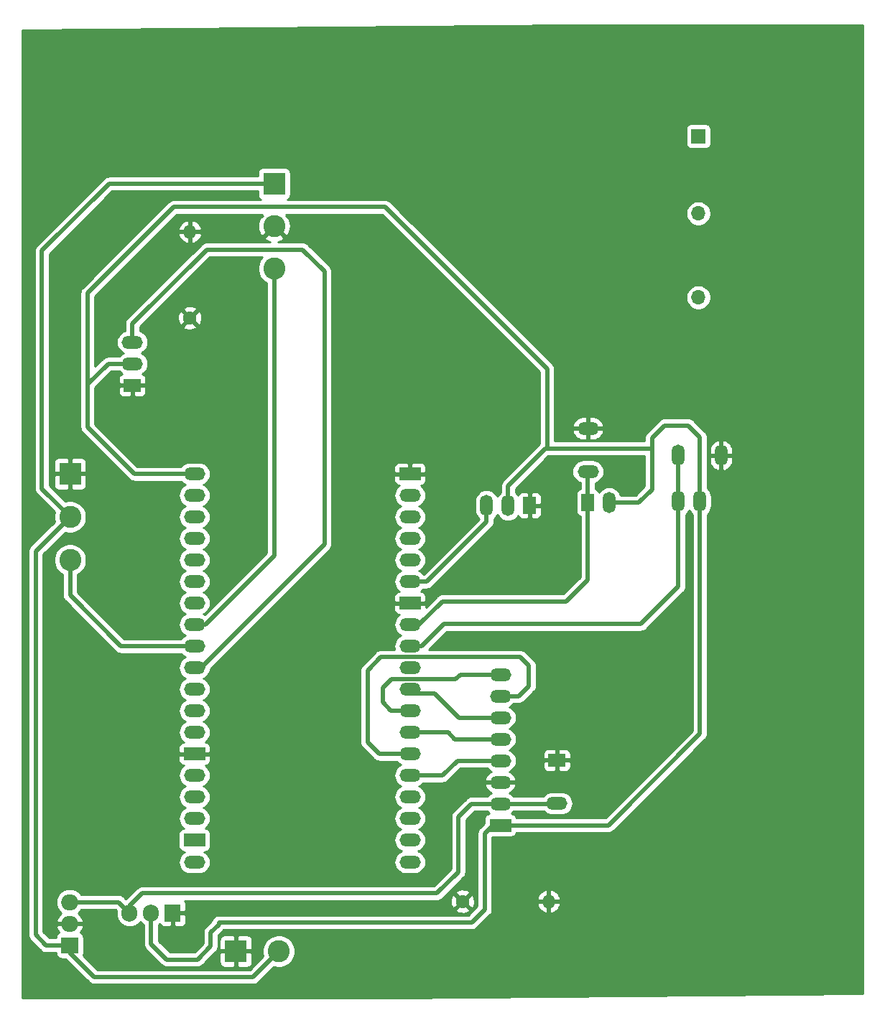
<source format=gbr>
%TF.GenerationSoftware,KiCad,Pcbnew,(5.1.12)-1*%
%TF.CreationDate,2023-10-31T12:09:21-05:00*%
%TF.ProjectId,Logiplant,4c6f6769-706c-4616-9e74-2e6b69636164,rev?*%
%TF.SameCoordinates,Original*%
%TF.FileFunction,Copper,L1,Top*%
%TF.FilePolarity,Positive*%
%FSLAX46Y46*%
G04 Gerber Fmt 4.6, Leading zero omitted, Abs format (unit mm)*
G04 Created by KiCad (PCBNEW (5.1.12)-1) date 2023-10-31 12:09:21*
%MOMM*%
%LPD*%
G01*
G04 APERTURE LIST*
%TA.AperFunction,ComponentPad*%
%ADD10O,1.600000X1.600000*%
%TD*%
%TA.AperFunction,ComponentPad*%
%ADD11C,1.600000*%
%TD*%
%TA.AperFunction,ComponentPad*%
%ADD12C,2.600000*%
%TD*%
%TA.AperFunction,ComponentPad*%
%ADD13R,2.600000X2.600000*%
%TD*%
%TA.AperFunction,ComponentPad*%
%ADD14R,1.700000X1.700000*%
%TD*%
%TA.AperFunction,ComponentPad*%
%ADD15O,1.700000X1.700000*%
%TD*%
%TA.AperFunction,ComponentPad*%
%ADD16O,2.000000X1.905000*%
%TD*%
%TA.AperFunction,ComponentPad*%
%ADD17R,2.000000X1.905000*%
%TD*%
%TA.AperFunction,ComponentPad*%
%ADD18O,1.905000X2.000000*%
%TD*%
%TA.AperFunction,ComponentPad*%
%ADD19R,1.905000X2.000000*%
%TD*%
%TA.AperFunction,ComponentPad*%
%ADD20O,2.500000X1.500000*%
%TD*%
%TA.AperFunction,ComponentPad*%
%ADD21R,2.500000X1.500000*%
%TD*%
%TA.AperFunction,ComponentPad*%
%ADD22O,1.500000X2.500000*%
%TD*%
%TA.AperFunction,ComponentPad*%
%ADD23R,1.500000X2.000000*%
%TD*%
%TA.AperFunction,ComponentPad*%
%ADD24R,2.000000X1.500000*%
%TD*%
%TA.AperFunction,Conductor*%
%ADD25C,0.500000*%
%TD*%
%TA.AperFunction,Conductor*%
%ADD26C,0.254000*%
%TD*%
%TA.AperFunction,Conductor*%
%ADD27C,0.100000*%
%TD*%
G04 APERTURE END LIST*
D10*
%TO.P,R3,2*%
%TO.N,GND*%
X-69690000Y-179790000D03*
D11*
%TO.P,R3,1*%
X-79850000Y-179790000D03*
%TD*%
D10*
%TO.P,R2,2*%
%TO.N,GND*%
X-112000000Y-100830000D03*
D11*
%TO.P,R2,1*%
X-112000000Y-110990000D03*
%TD*%
D12*
%TO.P,Recibo1,3*%
%TO.N,IO25*%
X-126110000Y-139530000D03*
%TO.P,Recibo1,2*%
%TO.N,+12V*%
X-126110000Y-134450000D03*
D13*
%TO.P,Recibo1,1*%
%TO.N,GND*%
X-126110000Y-129370000D03*
%TD*%
D14*
%TO.P,U4,4*%
%TO.N,Net-(U4-Pad4)*%
X-52060000Y-89560000D03*
D15*
%TO.P,U4,5*%
%TO.N,Net-(U4-Pad5)*%
X-52060000Y-98660000D03*
%TO.P,U4,6*%
%TO.N,Net-(U4-Pad6)*%
X-52060000Y-108560000D03*
D12*
%TO.P,U4,3*%
%TO.N,IO33*%
X-102060000Y-105160000D03*
%TO.P,U4,2*%
%TO.N,GND*%
X-102060000Y-100160000D03*
D13*
%TO.P,U4,1*%
%TO.N,+12V*%
X-102060000Y-95160000D03*
%TD*%
D16*
%TO.P,U3,3*%
%TO.N,+5V*%
X-126140000Y-179900000D03*
%TO.P,U3,2*%
%TO.N,GND*%
X-126140000Y-182440000D03*
D17*
%TO.P,U3,1*%
%TO.N,+12V*%
X-126140000Y-184980000D03*
%TD*%
D18*
%TO.P,U1,3*%
%TO.N,+5V*%
X-119090000Y-181170000D03*
%TO.P,U1,2*%
%TO.N,+3V3*%
X-116550000Y-181170000D03*
D19*
%TO.P,U1,1*%
%TO.N,GND*%
X-114010000Y-181170000D03*
%TD*%
D20*
%TO.P,OLED1,3*%
%TO.N,GND*%
X-75400000Y-165740000D03*
%TO.P,OLED1,4*%
%TO.N,RST*%
X-75400000Y-163200000D03*
%TO.P,OLED1,5*%
%TO.N,SCK*%
X-75400000Y-160660000D03*
%TO.P,OLED1,6*%
%TO.N,MOSI-DATA*%
X-75400000Y-158120000D03*
%TO.P,OLED1,7*%
%TO.N,CS*%
X-75400000Y-155580000D03*
%TO.P,OLED1,8*%
%TO.N,CD-DC*%
X-75400000Y-153040000D03*
D21*
%TO.P,OLED1,1*%
%TO.N,+3V3*%
X-75400000Y-170820000D03*
D20*
%TO.P,OLED1,2*%
%TO.N,+5V*%
X-75400000Y-168280000D03*
%TD*%
%TO.P,R5,2*%
%TO.N,IO19*%
X-65070000Y-129100000D03*
%TO.P,R5,1*%
%TO.N,GND*%
X-65070000Y-124020000D03*
%TD*%
D22*
%TO.P,R1,2*%
%TO.N,IO18*%
X-54450000Y-127180000D03*
%TO.P,R1,1*%
%TO.N,GND*%
X-49370000Y-127180000D03*
%TD*%
D20*
%TO.P,U2,37*%
%TO.N,Net-(U2-Pad37)*%
X-86060000Y-172560000D03*
%TO.P,U2,36*%
%TO.N,Net-(U2-Pad36)*%
X-86060000Y-170020000D03*
%TO.P,U2,35*%
%TO.N,Net-(U2-Pad35)*%
X-86060000Y-167480000D03*
%TO.P,U2,34*%
%TO.N,RST*%
X-86060000Y-164940000D03*
%TO.P,U2,33*%
%TO.N,CS*%
X-86060000Y-162400000D03*
%TO.P,U2,32*%
%TO.N,SCK*%
X-86060000Y-159860000D03*
%TO.P,U2,31*%
%TO.N,CD-DC*%
X-86060000Y-157320000D03*
%TO.P,U2,30*%
%TO.N,MOSI-DATA*%
X-86060000Y-154780000D03*
%TO.P,U2,29*%
%TO.N,Net-(U2-Pad29)*%
X-86060000Y-152240000D03*
%TO.P,U2,28*%
%TO.N,IO18*%
X-86060000Y-149700000D03*
%TO.P,U2,27*%
%TO.N,IO19*%
X-86060000Y-147160000D03*
D21*
%TO.P,U2,26*%
%TO.N,GND*%
X-86060000Y-144620000D03*
D20*
%TO.P,U2,25*%
%TO.N,IO21*%
X-86060000Y-142080000D03*
%TO.P,U2,24*%
%TO.N,Net-(U2-Pad24)*%
X-86060000Y-139540000D03*
%TO.P,U2,23*%
%TO.N,Net-(U2-Pad23)*%
X-86060000Y-137000000D03*
%TO.P,U2,22*%
%TO.N,Net-(U2-Pad22)*%
X-86060000Y-134460000D03*
%TO.P,U2,21*%
%TO.N,Net-(U2-Pad21)*%
X-86060000Y-131920000D03*
D21*
%TO.P,U2,20*%
%TO.N,GND*%
X-86060000Y-129380000D03*
%TO.P,U2,18*%
%TO.N,Net-(U2-Pad18)*%
X-111460000Y-172560000D03*
D20*
%TO.P,U2,17*%
%TO.N,Net-(U2-Pad17)*%
X-111460000Y-170020000D03*
%TO.P,U2,16*%
%TO.N,Net-(U2-Pad16)*%
X-111460000Y-167480000D03*
%TO.P,U2,15*%
%TO.N,Net-(U2-Pad15)*%
X-111460000Y-164940000D03*
D21*
%TO.P,U2,14*%
%TO.N,GND*%
X-111460000Y-162400000D03*
D20*
%TO.P,U2,13*%
%TO.N,Net-(U2-Pad13)*%
X-111460000Y-159860000D03*
%TO.P,U2,12*%
%TO.N,Net-(U2-Pad12)*%
X-111460000Y-157320000D03*
%TO.P,U2,11*%
%TO.N,IO27*%
X-111460000Y-154780000D03*
%TO.P,U2,10*%
%TO.N,IO26*%
X-111460000Y-152240000D03*
%TO.P,U2,9*%
%TO.N,IO25*%
X-111460000Y-149700000D03*
%TO.P,U2,8*%
%TO.N,IO33*%
X-111460000Y-147160000D03*
%TO.P,U2,7*%
%TO.N,Net-(U2-Pad7)*%
X-111460000Y-144620000D03*
%TO.P,U2,6*%
%TO.N,Net-(U2-Pad6)*%
X-111460000Y-142080000D03*
%TO.P,U2,5*%
%TO.N,Net-(U2-Pad5)*%
X-111460000Y-139540000D03*
%TO.P,U2,4*%
%TO.N,Net-(U2-Pad4)*%
X-111460000Y-137000000D03*
%TO.P,U2,3*%
%TO.N,Net-(U2-Pad3)*%
X-111460000Y-134460000D03*
%TO.P,U2,2*%
%TO.N,Net-(U2-Pad2)*%
X-111460000Y-131920000D03*
%TO.P,U2,1*%
%TO.N,+3V3*%
X-111460000Y-129380000D03*
%TO.P,U2,19*%
%TO.N,Net-(U2-Pad19)*%
X-111460000Y-175180000D03*
%TO.P,U2,38*%
%TO.N,Net-(U2-Pad38)*%
X-86060000Y-175160000D03*
%TD*%
D22*
%TO.P,SERVO1,3*%
%TO.N,IO21*%
X-77030000Y-133100000D03*
%TO.P,SERVO1,2*%
%TO.N,+3V3*%
X-74490000Y-133100000D03*
D23*
%TO.P,SERVO1,1*%
%TO.N,GND*%
X-71950000Y-133100000D03*
%TD*%
D22*
%TO.P,Seguro1,2*%
%TO.N,+3V3*%
X-62570000Y-132770000D03*
D23*
%TO.P,Seguro1,1*%
%TO.N,IO19*%
X-65110000Y-132770000D03*
%TD*%
D20*
%TO.P,HALL1,3*%
%TO.N,IO26*%
X-118780000Y-113850000D03*
%TO.P,HALL1,2*%
%TO.N,+3V3*%
X-118780000Y-116390000D03*
D24*
%TO.P,HALL1,1*%
%TO.N,GND*%
X-118780000Y-118930000D03*
%TD*%
D22*
%TO.P,Bolsa1,2*%
%TO.N,+3V3*%
X-51880000Y-132610000D03*
%TO.P,Bolsa1,1*%
%TO.N,IO18*%
X-54420000Y-132610000D03*
%TD*%
D12*
%TO.P,J4,2*%
%TO.N,+12V*%
X-101500000Y-185670000D03*
D13*
%TO.P,J4,1*%
%TO.N,GND*%
X-106580000Y-185670000D03*
%TD*%
D24*
%TO.P,D1,2*%
%TO.N,GND*%
X-68730000Y-163150000D03*
D20*
%TO.P,D1,1*%
%TO.N,+5V*%
X-68730000Y-168230000D03*
%TD*%
D25*
%TO.N,IO18*%
X-86060000Y-149700000D02*
X-84670000Y-149700000D01*
X-84670000Y-149700000D02*
X-82050000Y-147080000D01*
X-82050000Y-147080000D02*
X-58820000Y-147080000D01*
X-54420000Y-142680000D02*
X-54420000Y-132610000D01*
X-58820000Y-147080000D02*
X-54420000Y-142680000D01*
X-54420000Y-127210000D02*
X-54450000Y-127180000D01*
X-54420000Y-132610000D02*
X-54420000Y-127210000D01*
%TO.N,IO19*%
X-86060000Y-147160000D02*
X-84980000Y-147160000D01*
X-84980000Y-147160000D02*
X-82230000Y-144410000D01*
X-82230000Y-144410000D02*
X-67620000Y-144410000D01*
X-65110000Y-141900000D02*
X-65110000Y-132770000D01*
X-67620000Y-144410000D02*
X-65110000Y-141900000D01*
X-65110000Y-129140000D02*
X-65070000Y-129100000D01*
X-65110000Y-132770000D02*
X-65110000Y-129140000D01*
%TO.N,IO33*%
X-102060000Y-105160000D02*
X-102060000Y-139050000D01*
X-110170000Y-147160000D02*
X-111460000Y-147160000D01*
X-102060000Y-139050000D02*
X-110170000Y-147160000D01*
%TO.N,+3V3*%
X-111090000Y-186660000D02*
X-109550000Y-185120000D01*
X-114710000Y-186660000D02*
X-111090000Y-186660000D01*
X-116550000Y-184820000D02*
X-114710000Y-186660000D01*
X-116550000Y-181170000D02*
X-116550000Y-184820000D01*
X-75400000Y-170820000D02*
X-62670000Y-170820000D01*
X-51880000Y-160030000D02*
X-51880000Y-132610000D01*
X-62670000Y-170820000D02*
X-51880000Y-160030000D01*
X-51880000Y-132610000D02*
X-51880000Y-125030000D01*
X-51880000Y-125030000D02*
X-53240000Y-123670000D01*
X-53240000Y-123670000D02*
X-56040000Y-123670000D01*
X-56040000Y-123670000D02*
X-57520000Y-125150000D01*
X-59080000Y-132770000D02*
X-62570000Y-132770000D01*
X-57520000Y-131210000D02*
X-59080000Y-132770000D01*
X-74490000Y-133100000D02*
X-74490000Y-130780000D01*
X-74490000Y-130780000D02*
X-70110000Y-126400000D01*
X-57520000Y-126400000D02*
X-57520000Y-131210000D01*
X-57520000Y-125150000D02*
X-57520000Y-126400000D01*
X-118780000Y-116390000D02*
X-121620000Y-116390000D01*
X-121620000Y-116390000D02*
X-124050000Y-118820000D01*
X-124050000Y-118820000D02*
X-124050000Y-123870000D01*
X-118540000Y-129380000D02*
X-111460000Y-129380000D01*
X-124050000Y-123870000D02*
X-118540000Y-129380000D01*
X-113890000Y-97910000D02*
X-88982930Y-97910000D01*
X-69890000Y-117002930D02*
X-69890000Y-126400000D01*
X-124050000Y-108070000D02*
X-113890000Y-97910000D01*
X-124050000Y-118820000D02*
X-124050000Y-108070000D01*
X-69890000Y-126400000D02*
X-57520000Y-126400000D01*
X-88982930Y-97910000D02*
X-69890000Y-117002930D01*
X-70110000Y-126400000D02*
X-69890000Y-126400000D01*
X-78780000Y-182290000D02*
X-108590000Y-182290000D01*
X-77230000Y-180740000D02*
X-78780000Y-182290000D01*
X-77230000Y-171770000D02*
X-77230000Y-180740000D01*
X-76280000Y-170820000D02*
X-77230000Y-171770000D01*
X-75400000Y-170820000D02*
X-76280000Y-170820000D01*
X-108590000Y-182290000D02*
X-108590000Y-182510000D01*
X-109550000Y-183470000D02*
X-109550000Y-185120000D01*
X-108590000Y-182510000D02*
X-109550000Y-183470000D01*
%TO.N,+5V*%
X-78800000Y-168280000D02*
X-80340000Y-169820000D01*
X-75400000Y-168280000D02*
X-78800000Y-168280000D01*
X-119090000Y-181170000D02*
X-119090000Y-180300000D01*
X-119090000Y-180300000D02*
X-117630000Y-178840000D01*
X-82860000Y-178840000D02*
X-80340000Y-176320000D01*
X-117630000Y-178840000D02*
X-82860000Y-178840000D01*
X-80340000Y-169820000D02*
X-80340000Y-176320000D01*
X-68780000Y-168280000D02*
X-68730000Y-168230000D01*
X-75400000Y-168280000D02*
X-68780000Y-168280000D01*
X-120360000Y-179900000D02*
X-119090000Y-181170000D01*
X-126140000Y-179900000D02*
X-120360000Y-179900000D01*
%TO.N,IO26*%
X-111460000Y-152240000D02*
X-110700000Y-152240000D01*
X-110700000Y-152240000D02*
X-96140000Y-137680000D01*
X-96140000Y-137680000D02*
X-96140000Y-105480000D01*
X-96140000Y-105480000D02*
X-98690000Y-102930000D01*
X-118780000Y-113850000D02*
X-118780000Y-111690000D01*
X-110020000Y-102930000D02*
X-98690000Y-102930000D01*
X-118780000Y-111690000D02*
X-110020000Y-102930000D01*
%TO.N,CD-DC*%
X-86060000Y-157320000D02*
X-88280000Y-157320000D01*
X-75800010Y-153440010D02*
X-75400000Y-153040000D01*
X-75400000Y-153040000D02*
X-80130000Y-153040000D01*
X-80669990Y-153579990D02*
X-88239990Y-153579990D01*
X-80130000Y-153040000D02*
X-80669990Y-153579990D01*
X-88239990Y-153579990D02*
X-89280000Y-154620000D01*
X-89280000Y-156320000D02*
X-88280000Y-157320000D01*
X-89280000Y-154620000D02*
X-89280000Y-156320000D01*
%TO.N,CS*%
X-75400000Y-155580000D02*
X-73210000Y-155580000D01*
X-73210000Y-155580000D02*
X-72030000Y-154400000D01*
X-72030000Y-154400000D02*
X-72030000Y-151990000D01*
X-72030000Y-151990000D02*
X-73040000Y-150980000D01*
X-73040000Y-150980000D02*
X-89470000Y-150980000D01*
X-89470000Y-150980000D02*
X-91060000Y-152570000D01*
X-91060000Y-152570000D02*
X-91060000Y-161030000D01*
X-89690000Y-162400000D02*
X-86060000Y-162400000D01*
X-91060000Y-161030000D02*
X-89690000Y-162400000D01*
%TO.N,MOSI-DATA*%
X-75400000Y-158120000D02*
X-80290000Y-158120000D01*
X-80290000Y-158120000D02*
X-83130000Y-155280000D01*
X-85560000Y-155280000D02*
X-86060000Y-154780000D01*
X-83130000Y-155280000D02*
X-85560000Y-155280000D01*
%TO.N,SCK*%
X-86060000Y-159860000D02*
X-81580000Y-159860000D01*
X-80780000Y-160660000D02*
X-75400000Y-160660000D01*
X-81580000Y-159860000D02*
X-80780000Y-160660000D01*
%TO.N,RST*%
X-86060000Y-164940000D02*
X-82220000Y-164940000D01*
X-80480000Y-163200000D02*
X-75400000Y-163200000D01*
X-82220000Y-164940000D02*
X-80480000Y-163200000D01*
%TO.N,IO25*%
X-111460000Y-149700000D02*
X-120130000Y-149700000D01*
X-126110000Y-143720000D02*
X-126110000Y-139530000D01*
X-120130000Y-149700000D02*
X-126110000Y-143720000D01*
%TO.N,IO21*%
X-86060000Y-142080000D02*
X-84080000Y-142080000D01*
X-77030000Y-135030000D02*
X-77030000Y-133100000D01*
X-84080000Y-142080000D02*
X-77030000Y-135030000D01*
%TO.N,+12V*%
X-130180000Y-138520000D02*
X-126110000Y-134450000D01*
X-126110000Y-134450000D02*
X-129440000Y-131120000D01*
X-129440000Y-131120000D02*
X-129440000Y-103070000D01*
X-121530000Y-95160000D02*
X-102060000Y-95160000D01*
X-129440000Y-103070000D02*
X-121530000Y-95160000D01*
X-104550000Y-188720000D02*
X-101500000Y-185670000D01*
X-123250000Y-188720000D02*
X-104550000Y-188720000D01*
X-126140000Y-185830000D02*
X-123250000Y-188720000D01*
X-126140000Y-184980000D02*
X-126140000Y-185830000D01*
X-128930000Y-184980000D02*
X-130180000Y-183730000D01*
X-126140000Y-184980000D02*
X-128930000Y-184980000D01*
X-130180000Y-183730000D02*
X-130180000Y-138520000D01*
%TD*%
D26*
%TO.N,GND*%
X-32659999Y-171569417D02*
X-32726562Y-190672708D01*
X-88055785Y-191140000D01*
X-131760000Y-191140000D01*
X-131760000Y-138520000D01*
X-131069281Y-138520000D01*
X-131064999Y-138563479D01*
X-131065000Y-183686531D01*
X-131069281Y-183730000D01*
X-131065000Y-183773469D01*
X-131065000Y-183773476D01*
X-131052195Y-183903489D01*
X-131001589Y-184070312D01*
X-130919411Y-184224058D01*
X-130808817Y-184358817D01*
X-130775044Y-184386534D01*
X-129586530Y-185575049D01*
X-129558817Y-185608817D01*
X-129525049Y-185636530D01*
X-129525047Y-185636532D01*
X-129484265Y-185670001D01*
X-129424059Y-185719411D01*
X-129270313Y-185801589D01*
X-129176656Y-185830000D01*
X-129103491Y-185852195D01*
X-129088694Y-185853652D01*
X-128973477Y-185865000D01*
X-128973469Y-185865000D01*
X-128930000Y-185869281D01*
X-128886531Y-185865000D01*
X-127778072Y-185865000D01*
X-127778072Y-185932500D01*
X-127765812Y-186056982D01*
X-127729502Y-186176680D01*
X-127670537Y-186286994D01*
X-127591185Y-186383685D01*
X-127494494Y-186463037D01*
X-127384180Y-186522002D01*
X-127264482Y-186558312D01*
X-127140000Y-186570572D01*
X-126651006Y-186570572D01*
X-123906530Y-189315049D01*
X-123878817Y-189348817D01*
X-123845049Y-189376530D01*
X-123845047Y-189376532D01*
X-123773548Y-189435210D01*
X-123744059Y-189459411D01*
X-123590313Y-189541589D01*
X-123423490Y-189592195D01*
X-123293477Y-189605000D01*
X-123293467Y-189605000D01*
X-123250001Y-189609281D01*
X-123206535Y-189605000D01*
X-104593469Y-189605000D01*
X-104550000Y-189609281D01*
X-104506531Y-189605000D01*
X-104506523Y-189605000D01*
X-104376510Y-189592195D01*
X-104209687Y-189541589D01*
X-104055941Y-189459411D01*
X-103921183Y-189348817D01*
X-103893466Y-189315044D01*
X-102095985Y-187517564D01*
X-102064419Y-187530639D01*
X-101690581Y-187605000D01*
X-101309419Y-187605000D01*
X-100935581Y-187530639D01*
X-100583434Y-187384775D01*
X-100266509Y-187173013D01*
X-99996987Y-186903491D01*
X-99785225Y-186586566D01*
X-99639361Y-186234419D01*
X-99565000Y-185860581D01*
X-99565000Y-185479419D01*
X-99639361Y-185105581D01*
X-99785225Y-184753434D01*
X-99996987Y-184436509D01*
X-100266509Y-184166987D01*
X-100583434Y-183955225D01*
X-100935581Y-183809361D01*
X-101309419Y-183735000D01*
X-101690581Y-183735000D01*
X-102064419Y-183809361D01*
X-102416566Y-183955225D01*
X-102733491Y-184166987D01*
X-103003013Y-184436509D01*
X-103214775Y-184753434D01*
X-103360639Y-185105581D01*
X-103435000Y-185479419D01*
X-103435000Y-185860581D01*
X-103360639Y-186234419D01*
X-103347564Y-186265985D01*
X-104916578Y-187835000D01*
X-122883421Y-187835000D01*
X-124548460Y-186169962D01*
X-124514188Y-186056982D01*
X-124501928Y-185932500D01*
X-124501928Y-184027500D01*
X-124514188Y-183903018D01*
X-124550498Y-183783320D01*
X-124609463Y-183673006D01*
X-124688815Y-183576315D01*
X-124785506Y-183496963D01*
X-124877219Y-183447941D01*
X-124764031Y-183306923D01*
X-124620429Y-183031094D01*
X-124549437Y-182812980D01*
X-124669406Y-182567000D01*
X-126013000Y-182567000D01*
X-126013000Y-182587000D01*
X-126267000Y-182587000D01*
X-126267000Y-182567000D01*
X-127610594Y-182567000D01*
X-127730563Y-182812980D01*
X-127659571Y-183031094D01*
X-127515969Y-183306923D01*
X-127402781Y-183447941D01*
X-127494494Y-183496963D01*
X-127591185Y-183576315D01*
X-127670537Y-183673006D01*
X-127729502Y-183783320D01*
X-127765812Y-183903018D01*
X-127778072Y-184027500D01*
X-127778072Y-184095000D01*
X-128563421Y-184095000D01*
X-129295000Y-183363422D01*
X-129295000Y-164940000D01*
X-113351701Y-164940000D01*
X-113324960Y-165211507D01*
X-113245764Y-165472581D01*
X-113117157Y-165713188D01*
X-112944081Y-165924081D01*
X-112733188Y-166097157D01*
X-112522073Y-166210000D01*
X-112733188Y-166322843D01*
X-112944081Y-166495919D01*
X-113117157Y-166706812D01*
X-113245764Y-166947419D01*
X-113324960Y-167208493D01*
X-113351701Y-167480000D01*
X-113324960Y-167751507D01*
X-113245764Y-168012581D01*
X-113117157Y-168253188D01*
X-112944081Y-168464081D01*
X-112733188Y-168637157D01*
X-112522073Y-168750000D01*
X-112733188Y-168862843D01*
X-112944081Y-169035919D01*
X-113117157Y-169246812D01*
X-113245764Y-169487419D01*
X-113324960Y-169748493D01*
X-113351701Y-170020000D01*
X-113324960Y-170291507D01*
X-113245764Y-170552581D01*
X-113117157Y-170793188D01*
X-112944081Y-171004081D01*
X-112736392Y-171174527D01*
X-112834482Y-171184188D01*
X-112954180Y-171220498D01*
X-113064494Y-171279463D01*
X-113161185Y-171358815D01*
X-113240537Y-171455506D01*
X-113299502Y-171565820D01*
X-113335812Y-171685518D01*
X-113348072Y-171810000D01*
X-113348072Y-173310000D01*
X-113335812Y-173434482D01*
X-113299502Y-173554180D01*
X-113240537Y-173664494D01*
X-113161185Y-173761185D01*
X-113064494Y-173840537D01*
X-112954180Y-173899502D01*
X-112834482Y-173935812D01*
X-112710000Y-173948072D01*
X-112593301Y-173948072D01*
X-112733188Y-174022843D01*
X-112944081Y-174195919D01*
X-113117157Y-174406812D01*
X-113245764Y-174647419D01*
X-113324960Y-174908493D01*
X-113351701Y-175180000D01*
X-113324960Y-175451507D01*
X-113245764Y-175712581D01*
X-113117157Y-175953188D01*
X-112944081Y-176164081D01*
X-112733188Y-176337157D01*
X-112492581Y-176465764D01*
X-112231507Y-176544960D01*
X-112028037Y-176565000D01*
X-110891963Y-176565000D01*
X-110688493Y-176544960D01*
X-110427419Y-176465764D01*
X-110186812Y-176337157D01*
X-109975919Y-176164081D01*
X-109802843Y-175953188D01*
X-109674236Y-175712581D01*
X-109595040Y-175451507D01*
X-109568299Y-175180000D01*
X-109595040Y-174908493D01*
X-109674236Y-174647419D01*
X-109802843Y-174406812D01*
X-109975919Y-174195919D01*
X-110186812Y-174022843D01*
X-110326699Y-173948072D01*
X-110210000Y-173948072D01*
X-110085518Y-173935812D01*
X-109965820Y-173899502D01*
X-109855506Y-173840537D01*
X-109758815Y-173761185D01*
X-109679463Y-173664494D01*
X-109620498Y-173554180D01*
X-109584188Y-173434482D01*
X-109571928Y-173310000D01*
X-109571928Y-171810000D01*
X-109584188Y-171685518D01*
X-109620498Y-171565820D01*
X-109679463Y-171455506D01*
X-109758815Y-171358815D01*
X-109855506Y-171279463D01*
X-109965820Y-171220498D01*
X-110085518Y-171184188D01*
X-110183608Y-171174527D01*
X-109975919Y-171004081D01*
X-109802843Y-170793188D01*
X-109674236Y-170552581D01*
X-109595040Y-170291507D01*
X-109568299Y-170020000D01*
X-109595040Y-169748493D01*
X-109674236Y-169487419D01*
X-109802843Y-169246812D01*
X-109975919Y-169035919D01*
X-110186812Y-168862843D01*
X-110397927Y-168750000D01*
X-110186812Y-168637157D01*
X-109975919Y-168464081D01*
X-109802843Y-168253188D01*
X-109674236Y-168012581D01*
X-109595040Y-167751507D01*
X-109568299Y-167480000D01*
X-109595040Y-167208493D01*
X-109674236Y-166947419D01*
X-109802843Y-166706812D01*
X-109975919Y-166495919D01*
X-110186812Y-166322843D01*
X-110397927Y-166210000D01*
X-110186812Y-166097157D01*
X-109975919Y-165924081D01*
X-109802843Y-165713188D01*
X-109674236Y-165472581D01*
X-109595040Y-165211507D01*
X-109568299Y-164940000D01*
X-109595040Y-164668493D01*
X-109674236Y-164407419D01*
X-109802843Y-164166812D01*
X-109975919Y-163955919D01*
X-110183608Y-163785473D01*
X-110085518Y-163775812D01*
X-109965820Y-163739502D01*
X-109855506Y-163680537D01*
X-109758815Y-163601185D01*
X-109679463Y-163504494D01*
X-109620498Y-163394180D01*
X-109584188Y-163274482D01*
X-109571928Y-163150000D01*
X-109575000Y-162685750D01*
X-109733750Y-162527000D01*
X-111333000Y-162527000D01*
X-111333000Y-162547000D01*
X-111587000Y-162547000D01*
X-111587000Y-162527000D01*
X-113186250Y-162527000D01*
X-113345000Y-162685750D01*
X-113348072Y-163150000D01*
X-113335812Y-163274482D01*
X-113299502Y-163394180D01*
X-113240537Y-163504494D01*
X-113161185Y-163601185D01*
X-113064494Y-163680537D01*
X-112954180Y-163739502D01*
X-112834482Y-163775812D01*
X-112736392Y-163785473D01*
X-112944081Y-163955919D01*
X-113117157Y-164166812D01*
X-113245764Y-164407419D01*
X-113324960Y-164668493D01*
X-113351701Y-164940000D01*
X-129295000Y-164940000D01*
X-129295000Y-138886578D01*
X-126705985Y-136297564D01*
X-126674419Y-136310639D01*
X-126300581Y-136385000D01*
X-125919419Y-136385000D01*
X-125545581Y-136310639D01*
X-125193434Y-136164775D01*
X-124876509Y-135953013D01*
X-124606987Y-135683491D01*
X-124395225Y-135366566D01*
X-124249361Y-135014419D01*
X-124175000Y-134640581D01*
X-124175000Y-134259419D01*
X-124249361Y-133885581D01*
X-124395225Y-133533434D01*
X-124606987Y-133216509D01*
X-124876509Y-132946987D01*
X-125193434Y-132735225D01*
X-125545581Y-132589361D01*
X-125919419Y-132515000D01*
X-126300581Y-132515000D01*
X-126674419Y-132589361D01*
X-126705985Y-132602436D01*
X-128555000Y-130753422D01*
X-128555000Y-130670000D01*
X-128048072Y-130670000D01*
X-128035812Y-130794482D01*
X-127999502Y-130914180D01*
X-127940537Y-131024494D01*
X-127861185Y-131121185D01*
X-127764494Y-131200537D01*
X-127654180Y-131259502D01*
X-127534482Y-131295812D01*
X-127410000Y-131308072D01*
X-126395750Y-131305000D01*
X-126237000Y-131146250D01*
X-126237000Y-129497000D01*
X-125983000Y-129497000D01*
X-125983000Y-131146250D01*
X-125824250Y-131305000D01*
X-124810000Y-131308072D01*
X-124685518Y-131295812D01*
X-124565820Y-131259502D01*
X-124455506Y-131200537D01*
X-124358815Y-131121185D01*
X-124279463Y-131024494D01*
X-124220498Y-130914180D01*
X-124184188Y-130794482D01*
X-124171928Y-130670000D01*
X-124175000Y-129655750D01*
X-124333750Y-129497000D01*
X-125983000Y-129497000D01*
X-126237000Y-129497000D01*
X-127886250Y-129497000D01*
X-128045000Y-129655750D01*
X-128048072Y-130670000D01*
X-128555000Y-130670000D01*
X-128555000Y-128070000D01*
X-128048072Y-128070000D01*
X-128045000Y-129084250D01*
X-127886250Y-129243000D01*
X-126237000Y-129243000D01*
X-126237000Y-127593750D01*
X-125983000Y-127593750D01*
X-125983000Y-129243000D01*
X-124333750Y-129243000D01*
X-124175000Y-129084250D01*
X-124171928Y-128070000D01*
X-124184188Y-127945518D01*
X-124220498Y-127825820D01*
X-124279463Y-127715506D01*
X-124358815Y-127618815D01*
X-124455506Y-127539463D01*
X-124565820Y-127480498D01*
X-124685518Y-127444188D01*
X-124810000Y-127431928D01*
X-125824250Y-127435000D01*
X-125983000Y-127593750D01*
X-126237000Y-127593750D01*
X-126395750Y-127435000D01*
X-127410000Y-127431928D01*
X-127534482Y-127444188D01*
X-127654180Y-127480498D01*
X-127764494Y-127539463D01*
X-127861185Y-127618815D01*
X-127940537Y-127715506D01*
X-127999502Y-127825820D01*
X-128035812Y-127945518D01*
X-128048072Y-128070000D01*
X-128555000Y-128070000D01*
X-128555000Y-103436578D01*
X-121163421Y-96045000D01*
X-103998072Y-96045000D01*
X-103998072Y-96460000D01*
X-103985812Y-96584482D01*
X-103949502Y-96704180D01*
X-103890537Y-96814494D01*
X-103811185Y-96911185D01*
X-103714494Y-96990537D01*
X-103650019Y-97025000D01*
X-113846531Y-97025000D01*
X-113890000Y-97020719D01*
X-113933469Y-97025000D01*
X-113933477Y-97025000D01*
X-114063490Y-97037805D01*
X-114230313Y-97088411D01*
X-114384059Y-97170589D01*
X-114485047Y-97253468D01*
X-114485049Y-97253470D01*
X-114518817Y-97281183D01*
X-114546530Y-97314951D01*
X-124645048Y-107413470D01*
X-124678816Y-107441183D01*
X-124706529Y-107474951D01*
X-124706532Y-107474954D01*
X-124789410Y-107575941D01*
X-124871588Y-107729687D01*
X-124922195Y-107896510D01*
X-124939281Y-108070000D01*
X-124934999Y-108113479D01*
X-124935000Y-118776523D01*
X-124935000Y-118776531D01*
X-124939281Y-118820000D01*
X-124935000Y-118863469D01*
X-124934999Y-123826521D01*
X-124939281Y-123870000D01*
X-124922195Y-124043490D01*
X-124871588Y-124210313D01*
X-124789410Y-124364059D01*
X-124706532Y-124465046D01*
X-124706529Y-124465049D01*
X-124678816Y-124498817D01*
X-124645048Y-124526530D01*
X-119196530Y-129975049D01*
X-119168817Y-130008817D01*
X-119135049Y-130036530D01*
X-119135047Y-130036532D01*
X-119034059Y-130119411D01*
X-118880313Y-130201589D01*
X-118713490Y-130252195D01*
X-118583477Y-130265000D01*
X-118583469Y-130265000D01*
X-118540000Y-130269281D01*
X-118496531Y-130265000D01*
X-113025395Y-130265000D01*
X-112944081Y-130364081D01*
X-112733188Y-130537157D01*
X-112522073Y-130650000D01*
X-112733188Y-130762843D01*
X-112944081Y-130935919D01*
X-113117157Y-131146812D01*
X-113245764Y-131387419D01*
X-113324960Y-131648493D01*
X-113351701Y-131920000D01*
X-113324960Y-132191507D01*
X-113245764Y-132452581D01*
X-113117157Y-132693188D01*
X-112944081Y-132904081D01*
X-112733188Y-133077157D01*
X-112522073Y-133190000D01*
X-112733188Y-133302843D01*
X-112944081Y-133475919D01*
X-113117157Y-133686812D01*
X-113245764Y-133927419D01*
X-113324960Y-134188493D01*
X-113351701Y-134460000D01*
X-113324960Y-134731507D01*
X-113245764Y-134992581D01*
X-113117157Y-135233188D01*
X-112944081Y-135444081D01*
X-112733188Y-135617157D01*
X-112522073Y-135730000D01*
X-112733188Y-135842843D01*
X-112944081Y-136015919D01*
X-113117157Y-136226812D01*
X-113245764Y-136467419D01*
X-113324960Y-136728493D01*
X-113351701Y-137000000D01*
X-113324960Y-137271507D01*
X-113245764Y-137532581D01*
X-113117157Y-137773188D01*
X-112944081Y-137984081D01*
X-112733188Y-138157157D01*
X-112522073Y-138270000D01*
X-112733188Y-138382843D01*
X-112944081Y-138555919D01*
X-113117157Y-138766812D01*
X-113245764Y-139007419D01*
X-113324960Y-139268493D01*
X-113351701Y-139540000D01*
X-113324960Y-139811507D01*
X-113245764Y-140072581D01*
X-113117157Y-140313188D01*
X-112944081Y-140524081D01*
X-112733188Y-140697157D01*
X-112522073Y-140810000D01*
X-112733188Y-140922843D01*
X-112944081Y-141095919D01*
X-113117157Y-141306812D01*
X-113245764Y-141547419D01*
X-113324960Y-141808493D01*
X-113351701Y-142080000D01*
X-113324960Y-142351507D01*
X-113245764Y-142612581D01*
X-113117157Y-142853188D01*
X-112944081Y-143064081D01*
X-112733188Y-143237157D01*
X-112522073Y-143350000D01*
X-112733188Y-143462843D01*
X-112944081Y-143635919D01*
X-113117157Y-143846812D01*
X-113245764Y-144087419D01*
X-113324960Y-144348493D01*
X-113351701Y-144620000D01*
X-113324960Y-144891507D01*
X-113245764Y-145152581D01*
X-113117157Y-145393188D01*
X-112944081Y-145604081D01*
X-112733188Y-145777157D01*
X-112522073Y-145890000D01*
X-112733188Y-146002843D01*
X-112944081Y-146175919D01*
X-113117157Y-146386812D01*
X-113245764Y-146627419D01*
X-113324960Y-146888493D01*
X-113351701Y-147160000D01*
X-113324960Y-147431507D01*
X-113245764Y-147692581D01*
X-113117157Y-147933188D01*
X-112944081Y-148144081D01*
X-112733188Y-148317157D01*
X-112522073Y-148430000D01*
X-112733188Y-148542843D01*
X-112944081Y-148715919D01*
X-113025395Y-148815000D01*
X-119763421Y-148815000D01*
X-125225000Y-143353422D01*
X-125225000Y-141257850D01*
X-125193434Y-141244775D01*
X-124876509Y-141033013D01*
X-124606987Y-140763491D01*
X-124395225Y-140446566D01*
X-124249361Y-140094419D01*
X-124175000Y-139720581D01*
X-124175000Y-139339419D01*
X-124249361Y-138965581D01*
X-124395225Y-138613434D01*
X-124606987Y-138296509D01*
X-124876509Y-138026987D01*
X-125193434Y-137815225D01*
X-125545581Y-137669361D01*
X-125919419Y-137595000D01*
X-126300581Y-137595000D01*
X-126674419Y-137669361D01*
X-127026566Y-137815225D01*
X-127343491Y-138026987D01*
X-127613013Y-138296509D01*
X-127824775Y-138613434D01*
X-127970639Y-138965581D01*
X-128045000Y-139339419D01*
X-128045000Y-139720581D01*
X-127970639Y-140094419D01*
X-127824775Y-140446566D01*
X-127613013Y-140763491D01*
X-127343491Y-141033013D01*
X-127026566Y-141244775D01*
X-126994999Y-141257850D01*
X-126995000Y-143676531D01*
X-126999281Y-143720000D01*
X-126995000Y-143763469D01*
X-126995000Y-143763476D01*
X-126982195Y-143893489D01*
X-126931589Y-144060312D01*
X-126849411Y-144214058D01*
X-126738817Y-144348817D01*
X-126705044Y-144376534D01*
X-120786530Y-150295049D01*
X-120758817Y-150328817D01*
X-120725049Y-150356530D01*
X-120725047Y-150356532D01*
X-120653548Y-150415210D01*
X-120624059Y-150439411D01*
X-120470313Y-150521589D01*
X-120303490Y-150572195D01*
X-120173477Y-150585000D01*
X-120173467Y-150585000D01*
X-120130001Y-150589281D01*
X-120086535Y-150585000D01*
X-113025395Y-150585000D01*
X-112944081Y-150684081D01*
X-112733188Y-150857157D01*
X-112522073Y-150970000D01*
X-112733188Y-151082843D01*
X-112944081Y-151255919D01*
X-113117157Y-151466812D01*
X-113245764Y-151707419D01*
X-113324960Y-151968493D01*
X-113351701Y-152240000D01*
X-113324960Y-152511507D01*
X-113245764Y-152772581D01*
X-113117157Y-153013188D01*
X-112944081Y-153224081D01*
X-112733188Y-153397157D01*
X-112522073Y-153510000D01*
X-112733188Y-153622843D01*
X-112944081Y-153795919D01*
X-113117157Y-154006812D01*
X-113245764Y-154247419D01*
X-113324960Y-154508493D01*
X-113351701Y-154780000D01*
X-113324960Y-155051507D01*
X-113245764Y-155312581D01*
X-113117157Y-155553188D01*
X-112944081Y-155764081D01*
X-112733188Y-155937157D01*
X-112522073Y-156050000D01*
X-112733188Y-156162843D01*
X-112944081Y-156335919D01*
X-113117157Y-156546812D01*
X-113245764Y-156787419D01*
X-113324960Y-157048493D01*
X-113351701Y-157320000D01*
X-113324960Y-157591507D01*
X-113245764Y-157852581D01*
X-113117157Y-158093188D01*
X-112944081Y-158304081D01*
X-112733188Y-158477157D01*
X-112522073Y-158590000D01*
X-112733188Y-158702843D01*
X-112944081Y-158875919D01*
X-113117157Y-159086812D01*
X-113245764Y-159327419D01*
X-113324960Y-159588493D01*
X-113351701Y-159860000D01*
X-113324960Y-160131507D01*
X-113245764Y-160392581D01*
X-113117157Y-160633188D01*
X-112944081Y-160844081D01*
X-112736392Y-161014527D01*
X-112834482Y-161024188D01*
X-112954180Y-161060498D01*
X-113064494Y-161119463D01*
X-113161185Y-161198815D01*
X-113240537Y-161295506D01*
X-113299502Y-161405820D01*
X-113335812Y-161525518D01*
X-113348072Y-161650000D01*
X-113345000Y-162114250D01*
X-113186250Y-162273000D01*
X-111587000Y-162273000D01*
X-111587000Y-162253000D01*
X-111333000Y-162253000D01*
X-111333000Y-162273000D01*
X-109733750Y-162273000D01*
X-109575000Y-162114250D01*
X-109571928Y-161650000D01*
X-109584188Y-161525518D01*
X-109620498Y-161405820D01*
X-109679463Y-161295506D01*
X-109758815Y-161198815D01*
X-109855506Y-161119463D01*
X-109965820Y-161060498D01*
X-110085518Y-161024188D01*
X-110183608Y-161014527D01*
X-109975919Y-160844081D01*
X-109802843Y-160633188D01*
X-109674236Y-160392581D01*
X-109595040Y-160131507D01*
X-109568299Y-159860000D01*
X-109595040Y-159588493D01*
X-109674236Y-159327419D01*
X-109802843Y-159086812D01*
X-109975919Y-158875919D01*
X-110186812Y-158702843D01*
X-110397927Y-158590000D01*
X-110186812Y-158477157D01*
X-109975919Y-158304081D01*
X-109802843Y-158093188D01*
X-109674236Y-157852581D01*
X-109595040Y-157591507D01*
X-109568299Y-157320000D01*
X-109595040Y-157048493D01*
X-109674236Y-156787419D01*
X-109802843Y-156546812D01*
X-109975919Y-156335919D01*
X-110186812Y-156162843D01*
X-110397927Y-156050000D01*
X-110186812Y-155937157D01*
X-109975919Y-155764081D01*
X-109802843Y-155553188D01*
X-109674236Y-155312581D01*
X-109595040Y-155051507D01*
X-109568299Y-154780000D01*
X-109595040Y-154508493D01*
X-109674236Y-154247419D01*
X-109802843Y-154006812D01*
X-109975919Y-153795919D01*
X-110186812Y-153622843D01*
X-110397927Y-153510000D01*
X-110186812Y-153397157D01*
X-109975919Y-153224081D01*
X-109802843Y-153013188D01*
X-109674236Y-152772581D01*
X-109595040Y-152511507D01*
X-109581396Y-152372974D01*
X-95544949Y-138336528D01*
X-95511183Y-138308817D01*
X-95400589Y-138174059D01*
X-95318411Y-138020313D01*
X-95267805Y-137853490D01*
X-95255000Y-137723477D01*
X-95255000Y-137723467D01*
X-95250719Y-137680001D01*
X-95255000Y-137636535D01*
X-95255000Y-128630000D01*
X-87948072Y-128630000D01*
X-87945000Y-129094250D01*
X-87786250Y-129253000D01*
X-86187000Y-129253000D01*
X-86187000Y-128153750D01*
X-85933000Y-128153750D01*
X-85933000Y-129253000D01*
X-84333750Y-129253000D01*
X-84175000Y-129094250D01*
X-84171928Y-128630000D01*
X-84184188Y-128505518D01*
X-84220498Y-128385820D01*
X-84279463Y-128275506D01*
X-84358815Y-128178815D01*
X-84455506Y-128099463D01*
X-84565820Y-128040498D01*
X-84685518Y-128004188D01*
X-84810000Y-127991928D01*
X-85774250Y-127995000D01*
X-85933000Y-128153750D01*
X-86187000Y-128153750D01*
X-86345750Y-127995000D01*
X-87310000Y-127991928D01*
X-87434482Y-128004188D01*
X-87554180Y-128040498D01*
X-87664494Y-128099463D01*
X-87761185Y-128178815D01*
X-87840537Y-128275506D01*
X-87899502Y-128385820D01*
X-87935812Y-128505518D01*
X-87948072Y-128630000D01*
X-95255000Y-128630000D01*
X-95255000Y-105523469D01*
X-95250719Y-105480000D01*
X-95255000Y-105436531D01*
X-95255000Y-105436523D01*
X-95267805Y-105306510D01*
X-95318411Y-105139687D01*
X-95318411Y-105139686D01*
X-95400589Y-104985941D01*
X-95483468Y-104884953D01*
X-95483470Y-104884951D01*
X-95511183Y-104851183D01*
X-95544951Y-104823470D01*
X-98033466Y-102334956D01*
X-98061183Y-102301183D01*
X-98195941Y-102190589D01*
X-98349687Y-102108411D01*
X-98516510Y-102057805D01*
X-98646523Y-102045000D01*
X-98646531Y-102045000D01*
X-98690000Y-102040719D01*
X-98733469Y-102045000D01*
X-101596548Y-102045000D01*
X-101269310Y-101936333D01*
X-101022317Y-101804312D01*
X-100890381Y-101509224D01*
X-102060000Y-100339605D01*
X-103229619Y-101509224D01*
X-103097683Y-101804312D01*
X-102756955Y-101975159D01*
X-102503051Y-102045000D01*
X-109976531Y-102045000D01*
X-110020000Y-102040719D01*
X-110063469Y-102045000D01*
X-110063477Y-102045000D01*
X-110193490Y-102057805D01*
X-110360313Y-102108411D01*
X-110495591Y-102180718D01*
X-110514059Y-102190589D01*
X-110615047Y-102273468D01*
X-110615049Y-102273470D01*
X-110648817Y-102301183D01*
X-110676530Y-102334951D01*
X-119375048Y-111033470D01*
X-119408816Y-111061183D01*
X-119436529Y-111094951D01*
X-119436532Y-111094954D01*
X-119519410Y-111195941D01*
X-119601588Y-111349687D01*
X-119652195Y-111516510D01*
X-119669281Y-111690000D01*
X-119664999Y-111733479D01*
X-119664999Y-112519468D01*
X-119812581Y-112564236D01*
X-120053188Y-112692843D01*
X-120264081Y-112865919D01*
X-120437157Y-113076812D01*
X-120565764Y-113317419D01*
X-120644960Y-113578493D01*
X-120671701Y-113850000D01*
X-120644960Y-114121507D01*
X-120565764Y-114382581D01*
X-120437157Y-114623188D01*
X-120264081Y-114834081D01*
X-120053188Y-115007157D01*
X-119842073Y-115120000D01*
X-120053188Y-115232843D01*
X-120264081Y-115405919D01*
X-120345395Y-115505000D01*
X-121576531Y-115505000D01*
X-121620000Y-115500719D01*
X-121663469Y-115505000D01*
X-121663477Y-115505000D01*
X-121778694Y-115516348D01*
X-121793491Y-115517805D01*
X-121844097Y-115533157D01*
X-121960313Y-115568411D01*
X-122114059Y-115650589D01*
X-122114061Y-115650590D01*
X-122114060Y-115650590D01*
X-122215047Y-115733468D01*
X-122215049Y-115733470D01*
X-122248817Y-115761183D01*
X-122276530Y-115794951D01*
X-123165000Y-116683421D01*
X-123165000Y-108436578D01*
X-115907462Y-101179040D01*
X-113391909Y-101179040D01*
X-113297070Y-101443881D01*
X-113152385Y-101685131D01*
X-112963414Y-101893519D01*
X-112737420Y-102061037D01*
X-112483087Y-102181246D01*
X-112349039Y-102221904D01*
X-112127000Y-102099915D01*
X-112127000Y-100957000D01*
X-111873000Y-100957000D01*
X-111873000Y-102099915D01*
X-111650961Y-102221904D01*
X-111516913Y-102181246D01*
X-111262580Y-102061037D01*
X-111036586Y-101893519D01*
X-110847615Y-101685131D01*
X-110702930Y-101443881D01*
X-110608091Y-101179040D01*
X-110729376Y-100957000D01*
X-111873000Y-100957000D01*
X-112127000Y-100957000D01*
X-113270624Y-100957000D01*
X-113391909Y-101179040D01*
X-115907462Y-101179040D01*
X-115209382Y-100480960D01*
X-113391909Y-100480960D01*
X-113270624Y-100703000D01*
X-112127000Y-100703000D01*
X-112127000Y-99560085D01*
X-111873000Y-99560085D01*
X-111873000Y-100703000D01*
X-110729376Y-100703000D01*
X-110608091Y-100480960D01*
X-110702930Y-100216119D01*
X-110847615Y-99974869D01*
X-111036586Y-99766481D01*
X-111262580Y-99598963D01*
X-111516913Y-99478754D01*
X-111650961Y-99438096D01*
X-111873000Y-99560085D01*
X-112127000Y-99560085D01*
X-112349039Y-99438096D01*
X-112483087Y-99478754D01*
X-112737420Y-99598963D01*
X-112963414Y-99766481D01*
X-113152385Y-99974869D01*
X-113297070Y-100216119D01*
X-113391909Y-100480960D01*
X-115209382Y-100480960D01*
X-113523421Y-98795000D01*
X-103443874Y-98795000D01*
X-103524241Y-98875367D01*
X-103409226Y-98990382D01*
X-103704312Y-99122317D01*
X-103875159Y-99463045D01*
X-103976250Y-99830557D01*
X-104003701Y-100210729D01*
X-103956457Y-100588951D01*
X-103836333Y-100950690D01*
X-103704312Y-101197683D01*
X-103409224Y-101329619D01*
X-102239605Y-100160000D01*
X-102253748Y-100145858D01*
X-102074143Y-99966253D01*
X-102060000Y-99980395D01*
X-102045858Y-99966253D01*
X-101866253Y-100145858D01*
X-101880395Y-100160000D01*
X-100710776Y-101329619D01*
X-100415688Y-101197683D01*
X-100244841Y-100856955D01*
X-100143750Y-100489443D01*
X-100116299Y-100109271D01*
X-100163543Y-99731049D01*
X-100283667Y-99369310D01*
X-100415688Y-99122317D01*
X-100710774Y-98990382D01*
X-100595759Y-98875367D01*
X-100676126Y-98795000D01*
X-89349508Y-98795000D01*
X-70775000Y-117369509D01*
X-70774999Y-125813420D01*
X-75085049Y-130123470D01*
X-75118816Y-130151183D01*
X-75146529Y-130184951D01*
X-75146532Y-130184954D01*
X-75229410Y-130285941D01*
X-75311588Y-130439687D01*
X-75362195Y-130606510D01*
X-75379281Y-130780000D01*
X-75374999Y-130823479D01*
X-75374999Y-131534605D01*
X-75474080Y-131615919D01*
X-75647157Y-131826812D01*
X-75760000Y-132037927D01*
X-75872843Y-131826812D01*
X-76045919Y-131615919D01*
X-76256812Y-131442843D01*
X-76497419Y-131314236D01*
X-76758493Y-131235040D01*
X-77030000Y-131208299D01*
X-77301506Y-131235040D01*
X-77562580Y-131314236D01*
X-77803187Y-131442843D01*
X-78014080Y-131615919D01*
X-78187157Y-131826812D01*
X-78315764Y-132067419D01*
X-78394960Y-132328493D01*
X-78415000Y-132531963D01*
X-78415000Y-133668036D01*
X-78394960Y-133871506D01*
X-78315764Y-134132580D01*
X-78187157Y-134373187D01*
X-78014081Y-134584080D01*
X-77916084Y-134664505D01*
X-84446578Y-141195000D01*
X-84494605Y-141195000D01*
X-84575919Y-141095919D01*
X-84786812Y-140922843D01*
X-84997927Y-140810000D01*
X-84786812Y-140697157D01*
X-84575919Y-140524081D01*
X-84402843Y-140313188D01*
X-84274236Y-140072581D01*
X-84195040Y-139811507D01*
X-84168299Y-139540000D01*
X-84195040Y-139268493D01*
X-84274236Y-139007419D01*
X-84402843Y-138766812D01*
X-84575919Y-138555919D01*
X-84786812Y-138382843D01*
X-84997927Y-138270000D01*
X-84786812Y-138157157D01*
X-84575919Y-137984081D01*
X-84402843Y-137773188D01*
X-84274236Y-137532581D01*
X-84195040Y-137271507D01*
X-84168299Y-137000000D01*
X-84195040Y-136728493D01*
X-84274236Y-136467419D01*
X-84402843Y-136226812D01*
X-84575919Y-136015919D01*
X-84786812Y-135842843D01*
X-84997927Y-135730000D01*
X-84786812Y-135617157D01*
X-84575919Y-135444081D01*
X-84402843Y-135233188D01*
X-84274236Y-134992581D01*
X-84195040Y-134731507D01*
X-84168299Y-134460000D01*
X-84195040Y-134188493D01*
X-84274236Y-133927419D01*
X-84402843Y-133686812D01*
X-84575919Y-133475919D01*
X-84786812Y-133302843D01*
X-84997927Y-133190000D01*
X-84786812Y-133077157D01*
X-84575919Y-132904081D01*
X-84402843Y-132693188D01*
X-84274236Y-132452581D01*
X-84195040Y-132191507D01*
X-84168299Y-131920000D01*
X-84195040Y-131648493D01*
X-84274236Y-131387419D01*
X-84402843Y-131146812D01*
X-84575919Y-130935919D01*
X-84783608Y-130765473D01*
X-84685518Y-130755812D01*
X-84565820Y-130719502D01*
X-84455506Y-130660537D01*
X-84358815Y-130581185D01*
X-84279463Y-130484494D01*
X-84220498Y-130374180D01*
X-84184188Y-130254482D01*
X-84171928Y-130130000D01*
X-84175000Y-129665750D01*
X-84333750Y-129507000D01*
X-85933000Y-129507000D01*
X-85933000Y-129527000D01*
X-86187000Y-129527000D01*
X-86187000Y-129507000D01*
X-87786250Y-129507000D01*
X-87945000Y-129665750D01*
X-87948072Y-130130000D01*
X-87935812Y-130254482D01*
X-87899502Y-130374180D01*
X-87840537Y-130484494D01*
X-87761185Y-130581185D01*
X-87664494Y-130660537D01*
X-87554180Y-130719502D01*
X-87434482Y-130755812D01*
X-87336392Y-130765473D01*
X-87544081Y-130935919D01*
X-87717157Y-131146812D01*
X-87845764Y-131387419D01*
X-87924960Y-131648493D01*
X-87951701Y-131920000D01*
X-87924960Y-132191507D01*
X-87845764Y-132452581D01*
X-87717157Y-132693188D01*
X-87544081Y-132904081D01*
X-87333188Y-133077157D01*
X-87122073Y-133190000D01*
X-87333188Y-133302843D01*
X-87544081Y-133475919D01*
X-87717157Y-133686812D01*
X-87845764Y-133927419D01*
X-87924960Y-134188493D01*
X-87951701Y-134460000D01*
X-87924960Y-134731507D01*
X-87845764Y-134992581D01*
X-87717157Y-135233188D01*
X-87544081Y-135444081D01*
X-87333188Y-135617157D01*
X-87122073Y-135730000D01*
X-87333188Y-135842843D01*
X-87544081Y-136015919D01*
X-87717157Y-136226812D01*
X-87845764Y-136467419D01*
X-87924960Y-136728493D01*
X-87951701Y-137000000D01*
X-87924960Y-137271507D01*
X-87845764Y-137532581D01*
X-87717157Y-137773188D01*
X-87544081Y-137984081D01*
X-87333188Y-138157157D01*
X-87122073Y-138270000D01*
X-87333188Y-138382843D01*
X-87544081Y-138555919D01*
X-87717157Y-138766812D01*
X-87845764Y-139007419D01*
X-87924960Y-139268493D01*
X-87951701Y-139540000D01*
X-87924960Y-139811507D01*
X-87845764Y-140072581D01*
X-87717157Y-140313188D01*
X-87544081Y-140524081D01*
X-87333188Y-140697157D01*
X-87122073Y-140810000D01*
X-87333188Y-140922843D01*
X-87544081Y-141095919D01*
X-87717157Y-141306812D01*
X-87845764Y-141547419D01*
X-87924960Y-141808493D01*
X-87951701Y-142080000D01*
X-87924960Y-142351507D01*
X-87845764Y-142612581D01*
X-87717157Y-142853188D01*
X-87544081Y-143064081D01*
X-87336392Y-143234527D01*
X-87434482Y-143244188D01*
X-87554180Y-143280498D01*
X-87664494Y-143339463D01*
X-87761185Y-143418815D01*
X-87840537Y-143515506D01*
X-87899502Y-143625820D01*
X-87935812Y-143745518D01*
X-87948072Y-143870000D01*
X-87945000Y-144334250D01*
X-87786250Y-144493000D01*
X-86187000Y-144493000D01*
X-86187000Y-144473000D01*
X-85933000Y-144473000D01*
X-85933000Y-144493000D01*
X-84333750Y-144493000D01*
X-84175000Y-144334250D01*
X-84171928Y-143870000D01*
X-84184188Y-143745518D01*
X-84220498Y-143625820D01*
X-84279463Y-143515506D01*
X-84358815Y-143418815D01*
X-84455506Y-143339463D01*
X-84565820Y-143280498D01*
X-84685518Y-143244188D01*
X-84783608Y-143234527D01*
X-84575919Y-143064081D01*
X-84494605Y-142965000D01*
X-84123469Y-142965000D01*
X-84080000Y-142969281D01*
X-84036531Y-142965000D01*
X-84036523Y-142965000D01*
X-83906510Y-142952195D01*
X-83739687Y-142901589D01*
X-83585941Y-142819411D01*
X-83451183Y-142708817D01*
X-83423466Y-142675044D01*
X-76434949Y-135686528D01*
X-76401183Y-135658817D01*
X-76290589Y-135524059D01*
X-76247840Y-135444081D01*
X-76208411Y-135370314D01*
X-76157805Y-135203490D01*
X-76148256Y-135106532D01*
X-76145000Y-135073477D01*
X-76145000Y-135073469D01*
X-76140719Y-135030000D01*
X-76145000Y-134986531D01*
X-76145000Y-134665394D01*
X-76045920Y-134584081D01*
X-75872843Y-134373188D01*
X-75760000Y-134162073D01*
X-75647157Y-134373187D01*
X-75474081Y-134584080D01*
X-75263188Y-134757157D01*
X-75022581Y-134885764D01*
X-74761507Y-134964960D01*
X-74490000Y-134991701D01*
X-74218494Y-134964960D01*
X-73957420Y-134885764D01*
X-73716813Y-134757157D01*
X-73505920Y-134584081D01*
X-73332843Y-134373188D01*
X-73299580Y-134310957D01*
X-73289502Y-134344180D01*
X-73230537Y-134454494D01*
X-73151185Y-134551185D01*
X-73054494Y-134630537D01*
X-72944180Y-134689502D01*
X-72824482Y-134725812D01*
X-72700000Y-134738072D01*
X-72235750Y-134735000D01*
X-72077000Y-134576250D01*
X-72077000Y-133227000D01*
X-71823000Y-133227000D01*
X-71823000Y-134576250D01*
X-71664250Y-134735000D01*
X-71200000Y-134738072D01*
X-71075518Y-134725812D01*
X-70955820Y-134689502D01*
X-70845506Y-134630537D01*
X-70748815Y-134551185D01*
X-70669463Y-134454494D01*
X-70610498Y-134344180D01*
X-70574188Y-134224482D01*
X-70561928Y-134100000D01*
X-70565000Y-133385750D01*
X-70723750Y-133227000D01*
X-71823000Y-133227000D01*
X-72077000Y-133227000D01*
X-72097000Y-133227000D01*
X-72097000Y-132973000D01*
X-72077000Y-132973000D01*
X-72077000Y-131623750D01*
X-71823000Y-131623750D01*
X-71823000Y-132973000D01*
X-70723750Y-132973000D01*
X-70565000Y-132814250D01*
X-70561928Y-132100000D01*
X-70574188Y-131975518D01*
X-70610498Y-131855820D01*
X-70669463Y-131745506D01*
X-70748815Y-131648815D01*
X-70845506Y-131569463D01*
X-70955820Y-131510498D01*
X-71075518Y-131474188D01*
X-71200000Y-131461928D01*
X-71664250Y-131465000D01*
X-71823000Y-131623750D01*
X-72077000Y-131623750D01*
X-72235750Y-131465000D01*
X-72700000Y-131461928D01*
X-72824482Y-131474188D01*
X-72944180Y-131510498D01*
X-73054494Y-131569463D01*
X-73151185Y-131648815D01*
X-73230537Y-131745506D01*
X-73289502Y-131855820D01*
X-73299580Y-131889043D01*
X-73332843Y-131826812D01*
X-73505919Y-131615919D01*
X-73605000Y-131534605D01*
X-73605000Y-131146578D01*
X-69743421Y-127285000D01*
X-58405000Y-127285000D01*
X-58404999Y-130843420D01*
X-59446578Y-131885000D01*
X-61239468Y-131885000D01*
X-61284236Y-131737419D01*
X-61412843Y-131496812D01*
X-61585920Y-131285919D01*
X-61796813Y-131112843D01*
X-62037420Y-130984236D01*
X-62298494Y-130905040D01*
X-62570000Y-130878299D01*
X-62841507Y-130905040D01*
X-63102581Y-130984236D01*
X-63343188Y-131112843D01*
X-63554081Y-131285920D01*
X-63727157Y-131496813D01*
X-63760420Y-131559043D01*
X-63770498Y-131525820D01*
X-63829463Y-131415506D01*
X-63908815Y-131318815D01*
X-64005506Y-131239463D01*
X-64115820Y-131180498D01*
X-64225000Y-131147379D01*
X-64225000Y-130442666D01*
X-64037419Y-130385764D01*
X-63796812Y-130257157D01*
X-63585919Y-130084081D01*
X-63412843Y-129873188D01*
X-63284236Y-129632581D01*
X-63205040Y-129371507D01*
X-63178299Y-129100000D01*
X-63205040Y-128828493D01*
X-63284236Y-128567419D01*
X-63412843Y-128326812D01*
X-63585919Y-128115919D01*
X-63796812Y-127942843D01*
X-64037419Y-127814236D01*
X-64298493Y-127735040D01*
X-64501963Y-127715000D01*
X-65638037Y-127715000D01*
X-65841507Y-127735040D01*
X-66102581Y-127814236D01*
X-66343188Y-127942843D01*
X-66554081Y-128115919D01*
X-66727157Y-128326812D01*
X-66855764Y-128567419D01*
X-66934960Y-128828493D01*
X-66961701Y-129100000D01*
X-66934960Y-129371507D01*
X-66855764Y-129632581D01*
X-66727157Y-129873188D01*
X-66554081Y-130084081D01*
X-66343188Y-130257157D01*
X-66102581Y-130385764D01*
X-65994999Y-130418399D01*
X-65995000Y-131147378D01*
X-66104180Y-131180498D01*
X-66214494Y-131239463D01*
X-66311185Y-131318815D01*
X-66390537Y-131415506D01*
X-66449502Y-131525820D01*
X-66485812Y-131645518D01*
X-66498072Y-131770000D01*
X-66498072Y-133770000D01*
X-66485812Y-133894482D01*
X-66449502Y-134014180D01*
X-66390537Y-134124494D01*
X-66311185Y-134221185D01*
X-66214494Y-134300537D01*
X-66104180Y-134359502D01*
X-65994999Y-134392622D01*
X-65995000Y-141533421D01*
X-67986578Y-143525000D01*
X-82186535Y-143525000D01*
X-82230001Y-143520719D01*
X-82273467Y-143525000D01*
X-82273477Y-143525000D01*
X-82403490Y-143537805D01*
X-82570313Y-143588411D01*
X-82724059Y-143670589D01*
X-82724061Y-143670590D01*
X-82724060Y-143670590D01*
X-82825047Y-143753468D01*
X-82825049Y-143753470D01*
X-82858817Y-143781183D01*
X-82886530Y-143814951D01*
X-84173701Y-145102122D01*
X-84175000Y-144905750D01*
X-84333750Y-144747000D01*
X-85933000Y-144747000D01*
X-85933000Y-144767000D01*
X-86187000Y-144767000D01*
X-86187000Y-144747000D01*
X-87786250Y-144747000D01*
X-87945000Y-144905750D01*
X-87948072Y-145370000D01*
X-87935812Y-145494482D01*
X-87899502Y-145614180D01*
X-87840537Y-145724494D01*
X-87761185Y-145821185D01*
X-87664494Y-145900537D01*
X-87554180Y-145959502D01*
X-87434482Y-145995812D01*
X-87336392Y-146005473D01*
X-87544081Y-146175919D01*
X-87717157Y-146386812D01*
X-87845764Y-146627419D01*
X-87924960Y-146888493D01*
X-87951701Y-147160000D01*
X-87924960Y-147431507D01*
X-87845764Y-147692581D01*
X-87717157Y-147933188D01*
X-87544081Y-148144081D01*
X-87333188Y-148317157D01*
X-87122073Y-148430000D01*
X-87333188Y-148542843D01*
X-87544081Y-148715919D01*
X-87717157Y-148926812D01*
X-87845764Y-149167419D01*
X-87924960Y-149428493D01*
X-87951701Y-149700000D01*
X-87924960Y-149971507D01*
X-87887499Y-150095000D01*
X-89426531Y-150095000D01*
X-89470000Y-150090719D01*
X-89513469Y-150095000D01*
X-89513477Y-150095000D01*
X-89643490Y-150107805D01*
X-89810314Y-150158411D01*
X-89964059Y-150240589D01*
X-90065047Y-150323468D01*
X-90065049Y-150323470D01*
X-90098817Y-150351183D01*
X-90126530Y-150384951D01*
X-91655044Y-151913466D01*
X-91688817Y-151941183D01*
X-91799411Y-152075942D01*
X-91881589Y-152229688D01*
X-91903097Y-152300589D01*
X-91928238Y-152383468D01*
X-91932195Y-152396511D01*
X-91945000Y-152526524D01*
X-91945000Y-152526531D01*
X-91949281Y-152570000D01*
X-91945000Y-152613469D01*
X-91944999Y-160986521D01*
X-91949281Y-161030000D01*
X-91932195Y-161203490D01*
X-91881588Y-161370313D01*
X-91799410Y-161524059D01*
X-91716532Y-161625046D01*
X-91716529Y-161625049D01*
X-91688816Y-161658817D01*
X-91655049Y-161686529D01*
X-90346530Y-162995049D01*
X-90318817Y-163028817D01*
X-90285049Y-163056530D01*
X-90285047Y-163056532D01*
X-90184059Y-163139411D01*
X-90030314Y-163221589D01*
X-89863490Y-163272195D01*
X-89733477Y-163285000D01*
X-89733469Y-163285000D01*
X-89690000Y-163289281D01*
X-89646531Y-163285000D01*
X-87625395Y-163285000D01*
X-87544081Y-163384081D01*
X-87333188Y-163557157D01*
X-87122073Y-163670000D01*
X-87333188Y-163782843D01*
X-87544081Y-163955919D01*
X-87717157Y-164166812D01*
X-87845764Y-164407419D01*
X-87924960Y-164668493D01*
X-87951701Y-164940000D01*
X-87924960Y-165211507D01*
X-87845764Y-165472581D01*
X-87717157Y-165713188D01*
X-87544081Y-165924081D01*
X-87333188Y-166097157D01*
X-87122073Y-166210000D01*
X-87333188Y-166322843D01*
X-87544081Y-166495919D01*
X-87717157Y-166706812D01*
X-87845764Y-166947419D01*
X-87924960Y-167208493D01*
X-87951701Y-167480000D01*
X-87924960Y-167751507D01*
X-87845764Y-168012581D01*
X-87717157Y-168253188D01*
X-87544081Y-168464081D01*
X-87333188Y-168637157D01*
X-87122073Y-168750000D01*
X-87333188Y-168862843D01*
X-87544081Y-169035919D01*
X-87717157Y-169246812D01*
X-87845764Y-169487419D01*
X-87924960Y-169748493D01*
X-87951701Y-170020000D01*
X-87924960Y-170291507D01*
X-87845764Y-170552581D01*
X-87717157Y-170793188D01*
X-87544081Y-171004081D01*
X-87333188Y-171177157D01*
X-87122073Y-171290000D01*
X-87333188Y-171402843D01*
X-87544081Y-171575919D01*
X-87717157Y-171786812D01*
X-87845764Y-172027419D01*
X-87924960Y-172288493D01*
X-87951701Y-172560000D01*
X-87924960Y-172831507D01*
X-87845764Y-173092581D01*
X-87717157Y-173333188D01*
X-87544081Y-173544081D01*
X-87333188Y-173717157D01*
X-87092581Y-173845764D01*
X-87045651Y-173860000D01*
X-87092581Y-173874236D01*
X-87333188Y-174002843D01*
X-87544081Y-174175919D01*
X-87717157Y-174386812D01*
X-87845764Y-174627419D01*
X-87924960Y-174888493D01*
X-87951701Y-175160000D01*
X-87924960Y-175431507D01*
X-87845764Y-175692581D01*
X-87717157Y-175933188D01*
X-87544081Y-176144081D01*
X-87333188Y-176317157D01*
X-87092581Y-176445764D01*
X-86831507Y-176524960D01*
X-86628037Y-176545000D01*
X-85491963Y-176545000D01*
X-85288493Y-176524960D01*
X-85027419Y-176445764D01*
X-84786812Y-176317157D01*
X-84575919Y-176144081D01*
X-84402843Y-175933188D01*
X-84274236Y-175692581D01*
X-84195040Y-175431507D01*
X-84168299Y-175160000D01*
X-84195040Y-174888493D01*
X-84274236Y-174627419D01*
X-84402843Y-174386812D01*
X-84575919Y-174175919D01*
X-84786812Y-174002843D01*
X-85027419Y-173874236D01*
X-85074349Y-173860000D01*
X-85027419Y-173845764D01*
X-84786812Y-173717157D01*
X-84575919Y-173544081D01*
X-84402843Y-173333188D01*
X-84274236Y-173092581D01*
X-84195040Y-172831507D01*
X-84168299Y-172560000D01*
X-84195040Y-172288493D01*
X-84274236Y-172027419D01*
X-84402843Y-171786812D01*
X-84575919Y-171575919D01*
X-84786812Y-171402843D01*
X-84997927Y-171290000D01*
X-84786812Y-171177157D01*
X-84575919Y-171004081D01*
X-84402843Y-170793188D01*
X-84274236Y-170552581D01*
X-84195040Y-170291507D01*
X-84168299Y-170020000D01*
X-84195040Y-169748493D01*
X-84274236Y-169487419D01*
X-84402843Y-169246812D01*
X-84575919Y-169035919D01*
X-84786812Y-168862843D01*
X-84997927Y-168750000D01*
X-84786812Y-168637157D01*
X-84575919Y-168464081D01*
X-84402843Y-168253188D01*
X-84274236Y-168012581D01*
X-84195040Y-167751507D01*
X-84168299Y-167480000D01*
X-84195040Y-167208493D01*
X-84274236Y-166947419D01*
X-84402843Y-166706812D01*
X-84575919Y-166495919D01*
X-84786812Y-166322843D01*
X-84997927Y-166210000D01*
X-84786812Y-166097157D01*
X-84575919Y-165924081D01*
X-84494605Y-165825000D01*
X-82263469Y-165825000D01*
X-82220000Y-165829281D01*
X-82176531Y-165825000D01*
X-82176523Y-165825000D01*
X-82046510Y-165812195D01*
X-81879687Y-165761589D01*
X-81725941Y-165679411D01*
X-81591183Y-165568817D01*
X-81563466Y-165535044D01*
X-80113421Y-164085000D01*
X-76965395Y-164085000D01*
X-76884081Y-164184081D01*
X-76673188Y-164357157D01*
X-76457422Y-164472486D01*
X-76547349Y-164509028D01*
X-76775061Y-164658972D01*
X-76969145Y-164850460D01*
X-77122142Y-165076132D01*
X-77228173Y-165327316D01*
X-77242318Y-165398815D01*
X-77119656Y-165613000D01*
X-75527000Y-165613000D01*
X-75527000Y-165593000D01*
X-75273000Y-165593000D01*
X-75273000Y-165613000D01*
X-73680344Y-165613000D01*
X-73557682Y-165398815D01*
X-73571827Y-165327316D01*
X-73677858Y-165076132D01*
X-73830855Y-164850460D01*
X-74024939Y-164658972D01*
X-74252651Y-164509028D01*
X-74342578Y-164472486D01*
X-74126812Y-164357157D01*
X-73915919Y-164184081D01*
X-73742843Y-163973188D01*
X-73703724Y-163900000D01*
X-70368072Y-163900000D01*
X-70355812Y-164024482D01*
X-70319502Y-164144180D01*
X-70260537Y-164254494D01*
X-70181185Y-164351185D01*
X-70084494Y-164430537D01*
X-69974180Y-164489502D01*
X-69854482Y-164525812D01*
X-69730000Y-164538072D01*
X-69015750Y-164535000D01*
X-68857000Y-164376250D01*
X-68857000Y-163277000D01*
X-68603000Y-163277000D01*
X-68603000Y-164376250D01*
X-68444250Y-164535000D01*
X-67730000Y-164538072D01*
X-67605518Y-164525812D01*
X-67485820Y-164489502D01*
X-67375506Y-164430537D01*
X-67278815Y-164351185D01*
X-67199463Y-164254494D01*
X-67140498Y-164144180D01*
X-67104188Y-164024482D01*
X-67091928Y-163900000D01*
X-67095000Y-163435750D01*
X-67253750Y-163277000D01*
X-68603000Y-163277000D01*
X-68857000Y-163277000D01*
X-70206250Y-163277000D01*
X-70365000Y-163435750D01*
X-70368072Y-163900000D01*
X-73703724Y-163900000D01*
X-73614236Y-163732581D01*
X-73535040Y-163471507D01*
X-73508299Y-163200000D01*
X-73535040Y-162928493D01*
X-73614236Y-162667419D01*
X-73742843Y-162426812D01*
X-73764847Y-162400000D01*
X-70368072Y-162400000D01*
X-70365000Y-162864250D01*
X-70206250Y-163023000D01*
X-68857000Y-163023000D01*
X-68857000Y-161923750D01*
X-68603000Y-161923750D01*
X-68603000Y-163023000D01*
X-67253750Y-163023000D01*
X-67095000Y-162864250D01*
X-67091928Y-162400000D01*
X-67104188Y-162275518D01*
X-67140498Y-162155820D01*
X-67199463Y-162045506D01*
X-67278815Y-161948815D01*
X-67375506Y-161869463D01*
X-67485820Y-161810498D01*
X-67605518Y-161774188D01*
X-67730000Y-161761928D01*
X-68444250Y-161765000D01*
X-68603000Y-161923750D01*
X-68857000Y-161923750D01*
X-69015750Y-161765000D01*
X-69730000Y-161761928D01*
X-69854482Y-161774188D01*
X-69974180Y-161810498D01*
X-70084494Y-161869463D01*
X-70181185Y-161948815D01*
X-70260537Y-162045506D01*
X-70319502Y-162155820D01*
X-70355812Y-162275518D01*
X-70368072Y-162400000D01*
X-73764847Y-162400000D01*
X-73915919Y-162215919D01*
X-74126812Y-162042843D01*
X-74337927Y-161930000D01*
X-74126812Y-161817157D01*
X-73915919Y-161644081D01*
X-73742843Y-161433188D01*
X-73614236Y-161192581D01*
X-73535040Y-160931507D01*
X-73508299Y-160660000D01*
X-73535040Y-160388493D01*
X-73614236Y-160127419D01*
X-73742843Y-159886812D01*
X-73915919Y-159675919D01*
X-74126812Y-159502843D01*
X-74337927Y-159390000D01*
X-74126812Y-159277157D01*
X-73915919Y-159104081D01*
X-73742843Y-158893188D01*
X-73614236Y-158652581D01*
X-73535040Y-158391507D01*
X-73508299Y-158120000D01*
X-73535040Y-157848493D01*
X-73614236Y-157587419D01*
X-73742843Y-157346812D01*
X-73915919Y-157135919D01*
X-74126812Y-156962843D01*
X-74337927Y-156850000D01*
X-74126812Y-156737157D01*
X-73915919Y-156564081D01*
X-73834605Y-156465000D01*
X-73253469Y-156465000D01*
X-73210000Y-156469281D01*
X-73166531Y-156465000D01*
X-73166523Y-156465000D01*
X-73036510Y-156452195D01*
X-72869687Y-156401589D01*
X-72715941Y-156319411D01*
X-72581183Y-156208817D01*
X-72553466Y-156175044D01*
X-71434950Y-155056529D01*
X-71401183Y-155028817D01*
X-71290589Y-154894059D01*
X-71208411Y-154740313D01*
X-71157805Y-154573490D01*
X-71145000Y-154443477D01*
X-71145000Y-154443467D01*
X-71140719Y-154400001D01*
X-71145000Y-154356534D01*
X-71145000Y-152033469D01*
X-71140719Y-151990000D01*
X-71145000Y-151946531D01*
X-71145000Y-151946523D01*
X-71157805Y-151816510D01*
X-71208411Y-151649687D01*
X-71290589Y-151495941D01*
X-71314495Y-151466812D01*
X-71373468Y-151394953D01*
X-71373470Y-151394951D01*
X-71401183Y-151361183D01*
X-71434951Y-151333470D01*
X-72383466Y-150384956D01*
X-72411183Y-150351183D01*
X-72545941Y-150240589D01*
X-72699687Y-150158411D01*
X-72866510Y-150107805D01*
X-72996523Y-150095000D01*
X-72996531Y-150095000D01*
X-73040000Y-150090719D01*
X-73083469Y-150095000D01*
X-83813422Y-150095000D01*
X-81683421Y-147965000D01*
X-58863469Y-147965000D01*
X-58820000Y-147969281D01*
X-58776531Y-147965000D01*
X-58776523Y-147965000D01*
X-58646510Y-147952195D01*
X-58479687Y-147901589D01*
X-58325941Y-147819411D01*
X-58191183Y-147708817D01*
X-58163466Y-147675044D01*
X-53824950Y-143336528D01*
X-53791183Y-143308817D01*
X-53732372Y-143237157D01*
X-53680589Y-143174059D01*
X-53598411Y-143020314D01*
X-53547805Y-142853490D01*
X-53544449Y-142819411D01*
X-53535000Y-142723477D01*
X-53535000Y-142723469D01*
X-53530719Y-142680000D01*
X-53535000Y-142636531D01*
X-53535000Y-134175395D01*
X-53435919Y-134094081D01*
X-53262843Y-133883188D01*
X-53150000Y-133672073D01*
X-53037157Y-133883188D01*
X-52864080Y-134094081D01*
X-52764999Y-134175395D01*
X-52765000Y-159663421D01*
X-63036578Y-169935000D01*
X-73527379Y-169935000D01*
X-73560498Y-169825820D01*
X-73619463Y-169715506D01*
X-73698815Y-169618815D01*
X-73795506Y-169539463D01*
X-73905820Y-169480498D01*
X-74025518Y-169444188D01*
X-74123608Y-169434527D01*
X-73915919Y-169264081D01*
X-73834605Y-169165000D01*
X-70254361Y-169165000D01*
X-70214081Y-169214081D01*
X-70003188Y-169387157D01*
X-69762581Y-169515764D01*
X-69501507Y-169594960D01*
X-69298037Y-169615000D01*
X-68161963Y-169615000D01*
X-67958493Y-169594960D01*
X-67697419Y-169515764D01*
X-67456812Y-169387157D01*
X-67245919Y-169214081D01*
X-67072843Y-169003188D01*
X-66944236Y-168762581D01*
X-66865040Y-168501507D01*
X-66838299Y-168230000D01*
X-66865040Y-167958493D01*
X-66944236Y-167697419D01*
X-67072843Y-167456812D01*
X-67245919Y-167245919D01*
X-67456812Y-167072843D01*
X-67697419Y-166944236D01*
X-67958493Y-166865040D01*
X-68161963Y-166845000D01*
X-69298037Y-166845000D01*
X-69501507Y-166865040D01*
X-69762581Y-166944236D01*
X-70003188Y-167072843D01*
X-70214081Y-167245919D01*
X-70336429Y-167395000D01*
X-73834605Y-167395000D01*
X-73915919Y-167295919D01*
X-74126812Y-167122843D01*
X-74342578Y-167007514D01*
X-74252651Y-166970972D01*
X-74024939Y-166821028D01*
X-73830855Y-166629540D01*
X-73677858Y-166403868D01*
X-73571827Y-166152684D01*
X-73557682Y-166081185D01*
X-73680344Y-165867000D01*
X-75273000Y-165867000D01*
X-75273000Y-165887000D01*
X-75527000Y-165887000D01*
X-75527000Y-165867000D01*
X-77119656Y-165867000D01*
X-77242318Y-166081185D01*
X-77228173Y-166152684D01*
X-77122142Y-166403868D01*
X-76969145Y-166629540D01*
X-76775061Y-166821028D01*
X-76547349Y-166970972D01*
X-76457422Y-167007514D01*
X-76673188Y-167122843D01*
X-76884081Y-167295919D01*
X-76965395Y-167395000D01*
X-78756531Y-167395000D01*
X-78800000Y-167390719D01*
X-78843469Y-167395000D01*
X-78843477Y-167395000D01*
X-78973490Y-167407805D01*
X-79140313Y-167458411D01*
X-79200514Y-167490589D01*
X-79294059Y-167540589D01*
X-79395047Y-167623468D01*
X-79395049Y-167623470D01*
X-79428817Y-167651183D01*
X-79456530Y-167684951D01*
X-80935044Y-169163466D01*
X-80968817Y-169191183D01*
X-81079411Y-169325942D01*
X-81161589Y-169479688D01*
X-81187700Y-169565764D01*
X-81203793Y-169618815D01*
X-81212195Y-169646511D01*
X-81225000Y-169776524D01*
X-81225000Y-169776531D01*
X-81229281Y-169820000D01*
X-81225000Y-169863469D01*
X-81224999Y-175953420D01*
X-83226578Y-177955000D01*
X-117586531Y-177955000D01*
X-117630000Y-177950719D01*
X-117673469Y-177955000D01*
X-117673477Y-177955000D01*
X-117803490Y-177967805D01*
X-117970313Y-178018411D01*
X-118124059Y-178100589D01*
X-118225047Y-178183468D01*
X-118225049Y-178183470D01*
X-118258817Y-178211183D01*
X-118286530Y-178244951D01*
X-119525000Y-179483422D01*
X-119703466Y-179304956D01*
X-119731183Y-179271183D01*
X-119865941Y-179160589D01*
X-120019687Y-179078411D01*
X-120186510Y-179027805D01*
X-120316523Y-179015000D01*
X-120316531Y-179015000D01*
X-120360000Y-179010719D01*
X-120403469Y-179015000D01*
X-124765495Y-179015000D01*
X-124766155Y-179013765D01*
X-124964537Y-178772037D01*
X-125206265Y-178573655D01*
X-125482051Y-178426245D01*
X-125781296Y-178335470D01*
X-126014514Y-178312500D01*
X-126265486Y-178312500D01*
X-126498704Y-178335470D01*
X-126797949Y-178426245D01*
X-127073735Y-178573655D01*
X-127315463Y-178772037D01*
X-127513845Y-179013765D01*
X-127661255Y-179289551D01*
X-127752030Y-179588796D01*
X-127782681Y-179900000D01*
X-127752030Y-180211204D01*
X-127661255Y-180510449D01*
X-127513845Y-180786235D01*
X-127315463Y-181027963D01*
X-127136101Y-181175163D01*
X-127321315Y-181330563D01*
X-127515969Y-181573077D01*
X-127659571Y-181848906D01*
X-127730563Y-182067020D01*
X-127610594Y-182313000D01*
X-126267000Y-182313000D01*
X-126267000Y-182293000D01*
X-126013000Y-182293000D01*
X-126013000Y-182313000D01*
X-124669406Y-182313000D01*
X-124549437Y-182067020D01*
X-124620429Y-181848906D01*
X-124764031Y-181573077D01*
X-124958685Y-181330563D01*
X-125143899Y-181175163D01*
X-124964537Y-181027963D01*
X-124766155Y-180786235D01*
X-124765495Y-180785000D01*
X-120726578Y-180785000D01*
X-120658632Y-180852946D01*
X-120677500Y-181044514D01*
X-120677500Y-181295485D01*
X-120654530Y-181528703D01*
X-120563755Y-181827948D01*
X-120416345Y-182103734D01*
X-120217963Y-182345463D01*
X-119976235Y-182543845D01*
X-119700449Y-182691255D01*
X-119401204Y-182782030D01*
X-119090000Y-182812681D01*
X-118778797Y-182782030D01*
X-118479552Y-182691255D01*
X-118203766Y-182543845D01*
X-117962037Y-182345463D01*
X-117820000Y-182172391D01*
X-117677963Y-182345463D01*
X-117436235Y-182543845D01*
X-117435000Y-182544505D01*
X-117434999Y-184776521D01*
X-117439281Y-184820000D01*
X-117422195Y-184993490D01*
X-117371588Y-185160313D01*
X-117289410Y-185314059D01*
X-117206532Y-185415046D01*
X-117206529Y-185415049D01*
X-117178816Y-185448817D01*
X-117145049Y-185476529D01*
X-115366530Y-187255049D01*
X-115338817Y-187288817D01*
X-115305049Y-187316530D01*
X-115305047Y-187316532D01*
X-115295345Y-187324494D01*
X-115204059Y-187399411D01*
X-115050313Y-187481589D01*
X-114934097Y-187516843D01*
X-114883491Y-187532195D01*
X-114868694Y-187533652D01*
X-114753477Y-187545000D01*
X-114753469Y-187545000D01*
X-114710000Y-187549281D01*
X-114666531Y-187545000D01*
X-111133469Y-187545000D01*
X-111090000Y-187549281D01*
X-111046531Y-187545000D01*
X-111046523Y-187545000D01*
X-110916510Y-187532195D01*
X-110749687Y-187481589D01*
X-110595941Y-187399411D01*
X-110461183Y-187288817D01*
X-110433466Y-187255044D01*
X-110148422Y-186970000D01*
X-108518072Y-186970000D01*
X-108505812Y-187094482D01*
X-108469502Y-187214180D01*
X-108410537Y-187324494D01*
X-108331185Y-187421185D01*
X-108234494Y-187500537D01*
X-108124180Y-187559502D01*
X-108004482Y-187595812D01*
X-107880000Y-187608072D01*
X-106865750Y-187605000D01*
X-106707000Y-187446250D01*
X-106707000Y-185797000D01*
X-106453000Y-185797000D01*
X-106453000Y-187446250D01*
X-106294250Y-187605000D01*
X-105280000Y-187608072D01*
X-105155518Y-187595812D01*
X-105035820Y-187559502D01*
X-104925506Y-187500537D01*
X-104828815Y-187421185D01*
X-104749463Y-187324494D01*
X-104690498Y-187214180D01*
X-104654188Y-187094482D01*
X-104641928Y-186970000D01*
X-104645000Y-185955750D01*
X-104803750Y-185797000D01*
X-106453000Y-185797000D01*
X-106707000Y-185797000D01*
X-108356250Y-185797000D01*
X-108515000Y-185955750D01*
X-108518072Y-186970000D01*
X-110148422Y-186970000D01*
X-108954951Y-185776530D01*
X-108921183Y-185748817D01*
X-108810589Y-185614059D01*
X-108728411Y-185460313D01*
X-108677805Y-185293490D01*
X-108665000Y-185163477D01*
X-108665000Y-185163469D01*
X-108660719Y-185120000D01*
X-108665000Y-185076531D01*
X-108665000Y-184370000D01*
X-108518072Y-184370000D01*
X-108515000Y-185384250D01*
X-108356250Y-185543000D01*
X-106707000Y-185543000D01*
X-106707000Y-183893750D01*
X-106453000Y-183893750D01*
X-106453000Y-185543000D01*
X-104803750Y-185543000D01*
X-104645000Y-185384250D01*
X-104641928Y-184370000D01*
X-104654188Y-184245518D01*
X-104690498Y-184125820D01*
X-104749463Y-184015506D01*
X-104828815Y-183918815D01*
X-104925506Y-183839463D01*
X-105035820Y-183780498D01*
X-105155518Y-183744188D01*
X-105280000Y-183731928D01*
X-106294250Y-183735000D01*
X-106453000Y-183893750D01*
X-106707000Y-183893750D01*
X-106865750Y-183735000D01*
X-107880000Y-183731928D01*
X-108004482Y-183744188D01*
X-108124180Y-183780498D01*
X-108234494Y-183839463D01*
X-108331185Y-183918815D01*
X-108410537Y-184015506D01*
X-108469502Y-184125820D01*
X-108505812Y-184245518D01*
X-108518072Y-184370000D01*
X-108665000Y-184370000D01*
X-108665000Y-183836578D01*
X-108003421Y-183175000D01*
X-78823469Y-183175000D01*
X-78780000Y-183179281D01*
X-78736531Y-183175000D01*
X-78736523Y-183175000D01*
X-78606510Y-183162195D01*
X-78439687Y-183111589D01*
X-78285941Y-183029411D01*
X-78151183Y-182918817D01*
X-78123466Y-182885044D01*
X-76634951Y-181396530D01*
X-76601183Y-181368817D01*
X-76490589Y-181234059D01*
X-76408411Y-181080313D01*
X-76357805Y-180913490D01*
X-76345000Y-180783477D01*
X-76345000Y-180783467D01*
X-76340719Y-180740001D01*
X-76345000Y-180696534D01*
X-76345000Y-180139039D01*
X-71081904Y-180139039D01*
X-71041246Y-180273087D01*
X-70921037Y-180527420D01*
X-70753519Y-180753414D01*
X-70545131Y-180942385D01*
X-70303881Y-181087070D01*
X-70039040Y-181181909D01*
X-69817000Y-181060624D01*
X-69817000Y-179917000D01*
X-69563000Y-179917000D01*
X-69563000Y-181060624D01*
X-69340960Y-181181909D01*
X-69076119Y-181087070D01*
X-68834869Y-180942385D01*
X-68626481Y-180753414D01*
X-68458963Y-180527420D01*
X-68338754Y-180273087D01*
X-68298096Y-180139039D01*
X-68420085Y-179917000D01*
X-69563000Y-179917000D01*
X-69817000Y-179917000D01*
X-70959915Y-179917000D01*
X-71081904Y-180139039D01*
X-76345000Y-180139039D01*
X-76345000Y-179440961D01*
X-71081904Y-179440961D01*
X-70959915Y-179663000D01*
X-69817000Y-179663000D01*
X-69817000Y-178519376D01*
X-69563000Y-178519376D01*
X-69563000Y-179663000D01*
X-68420085Y-179663000D01*
X-68298096Y-179440961D01*
X-68338754Y-179306913D01*
X-68458963Y-179052580D01*
X-68626481Y-178826586D01*
X-68834869Y-178637615D01*
X-69076119Y-178492930D01*
X-69340960Y-178398091D01*
X-69563000Y-178519376D01*
X-69817000Y-178519376D01*
X-70039040Y-178398091D01*
X-70303881Y-178492930D01*
X-70545131Y-178637615D01*
X-70753519Y-178826586D01*
X-70921037Y-179052580D01*
X-71041246Y-179306913D01*
X-71081904Y-179440961D01*
X-76345000Y-179440961D01*
X-76345000Y-172208072D01*
X-74150000Y-172208072D01*
X-74025518Y-172195812D01*
X-73905820Y-172159502D01*
X-73795506Y-172100537D01*
X-73698815Y-172021185D01*
X-73619463Y-171924494D01*
X-73560498Y-171814180D01*
X-73527379Y-171705000D01*
X-62713469Y-171705000D01*
X-62670000Y-171709281D01*
X-62626531Y-171705000D01*
X-62626523Y-171705000D01*
X-62496510Y-171692195D01*
X-62329687Y-171641589D01*
X-62175941Y-171559411D01*
X-62041183Y-171448817D01*
X-62013466Y-171415044D01*
X-51284949Y-160686528D01*
X-51251183Y-160658817D01*
X-51140589Y-160524059D01*
X-51058411Y-160370313D01*
X-51007805Y-160203490D01*
X-50995000Y-160073477D01*
X-50995000Y-160073467D01*
X-50990719Y-160030001D01*
X-50995000Y-159986535D01*
X-50995000Y-134175395D01*
X-50895919Y-134094081D01*
X-50722843Y-133883188D01*
X-50594236Y-133642581D01*
X-50515040Y-133381507D01*
X-50495000Y-133178037D01*
X-50495000Y-132041963D01*
X-50515040Y-131838493D01*
X-50594236Y-131577419D01*
X-50722843Y-131336812D01*
X-50895920Y-131125919D01*
X-50995000Y-131044606D01*
X-50995000Y-127307000D01*
X-50755000Y-127307000D01*
X-50755000Y-127807000D01*
X-50703611Y-128074760D01*
X-50600972Y-128327349D01*
X-50451028Y-128555061D01*
X-50259540Y-128749145D01*
X-50033868Y-128902142D01*
X-49782684Y-129008173D01*
X-49711185Y-129022318D01*
X-49497000Y-128899656D01*
X-49497000Y-127307000D01*
X-49243000Y-127307000D01*
X-49243000Y-128899656D01*
X-49028815Y-129022318D01*
X-48957316Y-129008173D01*
X-48706132Y-128902142D01*
X-48480460Y-128749145D01*
X-48288972Y-128555061D01*
X-48139028Y-128327349D01*
X-48036389Y-128074760D01*
X-47985000Y-127807000D01*
X-47985000Y-127307000D01*
X-49243000Y-127307000D01*
X-49497000Y-127307000D01*
X-50755000Y-127307000D01*
X-50995000Y-127307000D01*
X-50995000Y-126553000D01*
X-50755000Y-126553000D01*
X-50755000Y-127053000D01*
X-49497000Y-127053000D01*
X-49497000Y-125460344D01*
X-49243000Y-125460344D01*
X-49243000Y-127053000D01*
X-47985000Y-127053000D01*
X-47985000Y-126553000D01*
X-48036389Y-126285240D01*
X-48139028Y-126032651D01*
X-48288972Y-125804939D01*
X-48480460Y-125610855D01*
X-48706132Y-125457858D01*
X-48957316Y-125351827D01*
X-49028815Y-125337682D01*
X-49243000Y-125460344D01*
X-49497000Y-125460344D01*
X-49711185Y-125337682D01*
X-49782684Y-125351827D01*
X-50033868Y-125457858D01*
X-50259540Y-125610855D01*
X-50451028Y-125804939D01*
X-50600972Y-126032651D01*
X-50703611Y-126285240D01*
X-50755000Y-126553000D01*
X-50995000Y-126553000D01*
X-50995000Y-125073465D01*
X-50990719Y-125029999D01*
X-50995000Y-124986533D01*
X-50995000Y-124986523D01*
X-51007805Y-124856510D01*
X-51058411Y-124689687D01*
X-51140589Y-124535941D01*
X-51176988Y-124491589D01*
X-51223468Y-124434953D01*
X-51223470Y-124434951D01*
X-51251183Y-124401183D01*
X-51284951Y-124373470D01*
X-52583466Y-123074956D01*
X-52611183Y-123041183D01*
X-52745941Y-122930589D01*
X-52899687Y-122848411D01*
X-53066510Y-122797805D01*
X-53196523Y-122785000D01*
X-53196531Y-122785000D01*
X-53240000Y-122780719D01*
X-53283469Y-122785000D01*
X-55996534Y-122785000D01*
X-56040001Y-122780719D01*
X-56083467Y-122785000D01*
X-56083477Y-122785000D01*
X-56213490Y-122797805D01*
X-56380313Y-122848411D01*
X-56534059Y-122930589D01*
X-56563548Y-122954790D01*
X-56635047Y-123013468D01*
X-56635049Y-123013470D01*
X-56668817Y-123041183D01*
X-56696530Y-123074951D01*
X-58115044Y-124493466D01*
X-58148817Y-124521183D01*
X-58259411Y-124655942D01*
X-58341589Y-124809688D01*
X-58392195Y-124976511D01*
X-58405000Y-125106524D01*
X-58405000Y-125106531D01*
X-58409281Y-125150000D01*
X-58405000Y-125193470D01*
X-58405000Y-125515000D01*
X-69005000Y-125515000D01*
X-69005000Y-124361185D01*
X-66912318Y-124361185D01*
X-66898173Y-124432684D01*
X-66792142Y-124683868D01*
X-66639145Y-124909540D01*
X-66445061Y-125101028D01*
X-66217349Y-125250972D01*
X-65964760Y-125353611D01*
X-65697000Y-125405000D01*
X-65197000Y-125405000D01*
X-65197000Y-124147000D01*
X-64943000Y-124147000D01*
X-64943000Y-125405000D01*
X-64443000Y-125405000D01*
X-64175240Y-125353611D01*
X-63922651Y-125250972D01*
X-63694939Y-125101028D01*
X-63500855Y-124909540D01*
X-63347858Y-124683868D01*
X-63241827Y-124432684D01*
X-63227682Y-124361185D01*
X-63350344Y-124147000D01*
X-64943000Y-124147000D01*
X-65197000Y-124147000D01*
X-66789656Y-124147000D01*
X-66912318Y-124361185D01*
X-69005000Y-124361185D01*
X-69005000Y-123678815D01*
X-66912318Y-123678815D01*
X-66789656Y-123893000D01*
X-65197000Y-123893000D01*
X-65197000Y-122635000D01*
X-64943000Y-122635000D01*
X-64943000Y-123893000D01*
X-63350344Y-123893000D01*
X-63227682Y-123678815D01*
X-63241827Y-123607316D01*
X-63347858Y-123356132D01*
X-63500855Y-123130460D01*
X-63694939Y-122938972D01*
X-63922651Y-122789028D01*
X-64175240Y-122686389D01*
X-64443000Y-122635000D01*
X-64943000Y-122635000D01*
X-65197000Y-122635000D01*
X-65697000Y-122635000D01*
X-65964760Y-122686389D01*
X-66217349Y-122789028D01*
X-66445061Y-122938972D01*
X-66639145Y-123130460D01*
X-66792142Y-123356132D01*
X-66898173Y-123607316D01*
X-66912318Y-123678815D01*
X-69005000Y-123678815D01*
X-69005000Y-117046399D01*
X-69000719Y-117002930D01*
X-69005000Y-116959461D01*
X-69005000Y-116959453D01*
X-69017805Y-116829440D01*
X-69047875Y-116730313D01*
X-69068411Y-116662616D01*
X-69150589Y-116508871D01*
X-69233468Y-116407883D01*
X-69233470Y-116407881D01*
X-69261183Y-116374113D01*
X-69294949Y-116346402D01*
X-77227611Y-108413740D01*
X-53545000Y-108413740D01*
X-53545000Y-108706260D01*
X-53487932Y-108993158D01*
X-53375990Y-109263411D01*
X-53213475Y-109506632D01*
X-53006632Y-109713475D01*
X-52763411Y-109875990D01*
X-52493158Y-109987932D01*
X-52206260Y-110045000D01*
X-51913740Y-110045000D01*
X-51626842Y-109987932D01*
X-51356589Y-109875990D01*
X-51113368Y-109713475D01*
X-50906525Y-109506632D01*
X-50744010Y-109263411D01*
X-50632068Y-108993158D01*
X-50575000Y-108706260D01*
X-50575000Y-108413740D01*
X-50632068Y-108126842D01*
X-50744010Y-107856589D01*
X-50906525Y-107613368D01*
X-51113368Y-107406525D01*
X-51356589Y-107244010D01*
X-51626842Y-107132068D01*
X-51913740Y-107075000D01*
X-52206260Y-107075000D01*
X-52493158Y-107132068D01*
X-52763411Y-107244010D01*
X-53006632Y-107406525D01*
X-53213475Y-107613368D01*
X-53375990Y-107856589D01*
X-53487932Y-108126842D01*
X-53545000Y-108413740D01*
X-77227611Y-108413740D01*
X-87127611Y-98513740D01*
X-53545000Y-98513740D01*
X-53545000Y-98806260D01*
X-53487932Y-99093158D01*
X-53375990Y-99363411D01*
X-53213475Y-99606632D01*
X-53006632Y-99813475D01*
X-52763411Y-99975990D01*
X-52493158Y-100087932D01*
X-52206260Y-100145000D01*
X-51913740Y-100145000D01*
X-51626842Y-100087932D01*
X-51356589Y-99975990D01*
X-51113368Y-99813475D01*
X-50906525Y-99606632D01*
X-50744010Y-99363411D01*
X-50632068Y-99093158D01*
X-50575000Y-98806260D01*
X-50575000Y-98513740D01*
X-50632068Y-98226842D01*
X-50744010Y-97956589D01*
X-50906525Y-97713368D01*
X-51113368Y-97506525D01*
X-51356589Y-97344010D01*
X-51626842Y-97232068D01*
X-51913740Y-97175000D01*
X-52206260Y-97175000D01*
X-52493158Y-97232068D01*
X-52763411Y-97344010D01*
X-53006632Y-97506525D01*
X-53213475Y-97713368D01*
X-53375990Y-97956589D01*
X-53487932Y-98226842D01*
X-53545000Y-98513740D01*
X-87127611Y-98513740D01*
X-88326396Y-97314956D01*
X-88354113Y-97281183D01*
X-88488871Y-97170589D01*
X-88642617Y-97088411D01*
X-88809440Y-97037805D01*
X-88939453Y-97025000D01*
X-88939461Y-97025000D01*
X-88982930Y-97020719D01*
X-89026399Y-97025000D01*
X-100469981Y-97025000D01*
X-100405506Y-96990537D01*
X-100308815Y-96911185D01*
X-100229463Y-96814494D01*
X-100170498Y-96704180D01*
X-100134188Y-96584482D01*
X-100121928Y-96460000D01*
X-100121928Y-93860000D01*
X-100134188Y-93735518D01*
X-100170498Y-93615820D01*
X-100229463Y-93505506D01*
X-100308815Y-93408815D01*
X-100405506Y-93329463D01*
X-100515820Y-93270498D01*
X-100635518Y-93234188D01*
X-100760000Y-93221928D01*
X-103360000Y-93221928D01*
X-103484482Y-93234188D01*
X-103604180Y-93270498D01*
X-103714494Y-93329463D01*
X-103811185Y-93408815D01*
X-103890537Y-93505506D01*
X-103949502Y-93615820D01*
X-103985812Y-93735518D01*
X-103998072Y-93860000D01*
X-103998072Y-94275000D01*
X-121486535Y-94275000D01*
X-121530001Y-94270719D01*
X-121573467Y-94275000D01*
X-121573477Y-94275000D01*
X-121703490Y-94287805D01*
X-121870313Y-94338411D01*
X-122024059Y-94420589D01*
X-122024061Y-94420590D01*
X-122024060Y-94420590D01*
X-122125047Y-94503468D01*
X-122125049Y-94503470D01*
X-122158817Y-94531183D01*
X-122186530Y-94564951D01*
X-130035048Y-102413470D01*
X-130068816Y-102441183D01*
X-130096529Y-102474951D01*
X-130096532Y-102474954D01*
X-130179410Y-102575941D01*
X-130261588Y-102729687D01*
X-130312195Y-102896510D01*
X-130329281Y-103070000D01*
X-130324999Y-103113479D01*
X-130325000Y-131076531D01*
X-130329281Y-131120000D01*
X-130325000Y-131163469D01*
X-130325000Y-131163476D01*
X-130317516Y-131239463D01*
X-130312195Y-131293490D01*
X-130304512Y-131318815D01*
X-130261589Y-131460312D01*
X-130179411Y-131614058D01*
X-130068817Y-131748817D01*
X-130035044Y-131776534D01*
X-127957564Y-133854015D01*
X-127970639Y-133885581D01*
X-128045000Y-134259419D01*
X-128045000Y-134640581D01*
X-127970639Y-135014419D01*
X-127957564Y-135045985D01*
X-130775049Y-137863470D01*
X-130808816Y-137891183D01*
X-130836529Y-137924951D01*
X-130836532Y-137924954D01*
X-130919410Y-138025941D01*
X-131001588Y-138179687D01*
X-131052195Y-138346510D01*
X-131069281Y-138520000D01*
X-131760000Y-138520000D01*
X-131760000Y-88710000D01*
X-53548072Y-88710000D01*
X-53548072Y-90410000D01*
X-53535812Y-90534482D01*
X-53499502Y-90654180D01*
X-53440537Y-90764494D01*
X-53361185Y-90861185D01*
X-53264494Y-90940537D01*
X-53154180Y-90999502D01*
X-53034482Y-91035812D01*
X-52910000Y-91048072D01*
X-51210000Y-91048072D01*
X-51085518Y-91035812D01*
X-50965820Y-90999502D01*
X-50855506Y-90940537D01*
X-50758815Y-90861185D01*
X-50679463Y-90764494D01*
X-50620498Y-90654180D01*
X-50584188Y-90534482D01*
X-50571928Y-90410000D01*
X-50571928Y-88710000D01*
X-50584188Y-88585518D01*
X-50620498Y-88465820D01*
X-50679463Y-88355506D01*
X-50758815Y-88258815D01*
X-50855506Y-88179463D01*
X-50965820Y-88120498D01*
X-51085518Y-88084188D01*
X-51210000Y-88071928D01*
X-52910000Y-88071928D01*
X-53034482Y-88084188D01*
X-53154180Y-88120498D01*
X-53264494Y-88179463D01*
X-53361185Y-88258815D01*
X-53440537Y-88355506D01*
X-53499502Y-88465820D01*
X-53535812Y-88585518D01*
X-53548072Y-88710000D01*
X-131760000Y-88710000D01*
X-131760000Y-88428251D01*
X-131723405Y-77085781D01*
X-67026750Y-76460000D01*
X-32660000Y-76460000D01*
X-32659999Y-171569417D01*
%TA.AperFunction,Conductor*%
D27*
G36*
X-32659999Y-171569417D02*
G01*
X-32726562Y-190672708D01*
X-88055785Y-191140000D01*
X-131760000Y-191140000D01*
X-131760000Y-138520000D01*
X-131069281Y-138520000D01*
X-131064999Y-138563479D01*
X-131065000Y-183686531D01*
X-131069281Y-183730000D01*
X-131065000Y-183773469D01*
X-131065000Y-183773476D01*
X-131052195Y-183903489D01*
X-131001589Y-184070312D01*
X-130919411Y-184224058D01*
X-130808817Y-184358817D01*
X-130775044Y-184386534D01*
X-129586530Y-185575049D01*
X-129558817Y-185608817D01*
X-129525049Y-185636530D01*
X-129525047Y-185636532D01*
X-129484265Y-185670001D01*
X-129424059Y-185719411D01*
X-129270313Y-185801589D01*
X-129176656Y-185830000D01*
X-129103491Y-185852195D01*
X-129088694Y-185853652D01*
X-128973477Y-185865000D01*
X-128973469Y-185865000D01*
X-128930000Y-185869281D01*
X-128886531Y-185865000D01*
X-127778072Y-185865000D01*
X-127778072Y-185932500D01*
X-127765812Y-186056982D01*
X-127729502Y-186176680D01*
X-127670537Y-186286994D01*
X-127591185Y-186383685D01*
X-127494494Y-186463037D01*
X-127384180Y-186522002D01*
X-127264482Y-186558312D01*
X-127140000Y-186570572D01*
X-126651006Y-186570572D01*
X-123906530Y-189315049D01*
X-123878817Y-189348817D01*
X-123845049Y-189376530D01*
X-123845047Y-189376532D01*
X-123773548Y-189435210D01*
X-123744059Y-189459411D01*
X-123590313Y-189541589D01*
X-123423490Y-189592195D01*
X-123293477Y-189605000D01*
X-123293467Y-189605000D01*
X-123250001Y-189609281D01*
X-123206535Y-189605000D01*
X-104593469Y-189605000D01*
X-104550000Y-189609281D01*
X-104506531Y-189605000D01*
X-104506523Y-189605000D01*
X-104376510Y-189592195D01*
X-104209687Y-189541589D01*
X-104055941Y-189459411D01*
X-103921183Y-189348817D01*
X-103893466Y-189315044D01*
X-102095985Y-187517564D01*
X-102064419Y-187530639D01*
X-101690581Y-187605000D01*
X-101309419Y-187605000D01*
X-100935581Y-187530639D01*
X-100583434Y-187384775D01*
X-100266509Y-187173013D01*
X-99996987Y-186903491D01*
X-99785225Y-186586566D01*
X-99639361Y-186234419D01*
X-99565000Y-185860581D01*
X-99565000Y-185479419D01*
X-99639361Y-185105581D01*
X-99785225Y-184753434D01*
X-99996987Y-184436509D01*
X-100266509Y-184166987D01*
X-100583434Y-183955225D01*
X-100935581Y-183809361D01*
X-101309419Y-183735000D01*
X-101690581Y-183735000D01*
X-102064419Y-183809361D01*
X-102416566Y-183955225D01*
X-102733491Y-184166987D01*
X-103003013Y-184436509D01*
X-103214775Y-184753434D01*
X-103360639Y-185105581D01*
X-103435000Y-185479419D01*
X-103435000Y-185860581D01*
X-103360639Y-186234419D01*
X-103347564Y-186265985D01*
X-104916578Y-187835000D01*
X-122883421Y-187835000D01*
X-124548460Y-186169962D01*
X-124514188Y-186056982D01*
X-124501928Y-185932500D01*
X-124501928Y-184027500D01*
X-124514188Y-183903018D01*
X-124550498Y-183783320D01*
X-124609463Y-183673006D01*
X-124688815Y-183576315D01*
X-124785506Y-183496963D01*
X-124877219Y-183447941D01*
X-124764031Y-183306923D01*
X-124620429Y-183031094D01*
X-124549437Y-182812980D01*
X-124669406Y-182567000D01*
X-126013000Y-182567000D01*
X-126013000Y-182587000D01*
X-126267000Y-182587000D01*
X-126267000Y-182567000D01*
X-127610594Y-182567000D01*
X-127730563Y-182812980D01*
X-127659571Y-183031094D01*
X-127515969Y-183306923D01*
X-127402781Y-183447941D01*
X-127494494Y-183496963D01*
X-127591185Y-183576315D01*
X-127670537Y-183673006D01*
X-127729502Y-183783320D01*
X-127765812Y-183903018D01*
X-127778072Y-184027500D01*
X-127778072Y-184095000D01*
X-128563421Y-184095000D01*
X-129295000Y-183363422D01*
X-129295000Y-164940000D01*
X-113351701Y-164940000D01*
X-113324960Y-165211507D01*
X-113245764Y-165472581D01*
X-113117157Y-165713188D01*
X-112944081Y-165924081D01*
X-112733188Y-166097157D01*
X-112522073Y-166210000D01*
X-112733188Y-166322843D01*
X-112944081Y-166495919D01*
X-113117157Y-166706812D01*
X-113245764Y-166947419D01*
X-113324960Y-167208493D01*
X-113351701Y-167480000D01*
X-113324960Y-167751507D01*
X-113245764Y-168012581D01*
X-113117157Y-168253188D01*
X-112944081Y-168464081D01*
X-112733188Y-168637157D01*
X-112522073Y-168750000D01*
X-112733188Y-168862843D01*
X-112944081Y-169035919D01*
X-113117157Y-169246812D01*
X-113245764Y-169487419D01*
X-113324960Y-169748493D01*
X-113351701Y-170020000D01*
X-113324960Y-170291507D01*
X-113245764Y-170552581D01*
X-113117157Y-170793188D01*
X-112944081Y-171004081D01*
X-112736392Y-171174527D01*
X-112834482Y-171184188D01*
X-112954180Y-171220498D01*
X-113064494Y-171279463D01*
X-113161185Y-171358815D01*
X-113240537Y-171455506D01*
X-113299502Y-171565820D01*
X-113335812Y-171685518D01*
X-113348072Y-171810000D01*
X-113348072Y-173310000D01*
X-113335812Y-173434482D01*
X-113299502Y-173554180D01*
X-113240537Y-173664494D01*
X-113161185Y-173761185D01*
X-113064494Y-173840537D01*
X-112954180Y-173899502D01*
X-112834482Y-173935812D01*
X-112710000Y-173948072D01*
X-112593301Y-173948072D01*
X-112733188Y-174022843D01*
X-112944081Y-174195919D01*
X-113117157Y-174406812D01*
X-113245764Y-174647419D01*
X-113324960Y-174908493D01*
X-113351701Y-175180000D01*
X-113324960Y-175451507D01*
X-113245764Y-175712581D01*
X-113117157Y-175953188D01*
X-112944081Y-176164081D01*
X-112733188Y-176337157D01*
X-112492581Y-176465764D01*
X-112231507Y-176544960D01*
X-112028037Y-176565000D01*
X-110891963Y-176565000D01*
X-110688493Y-176544960D01*
X-110427419Y-176465764D01*
X-110186812Y-176337157D01*
X-109975919Y-176164081D01*
X-109802843Y-175953188D01*
X-109674236Y-175712581D01*
X-109595040Y-175451507D01*
X-109568299Y-175180000D01*
X-109595040Y-174908493D01*
X-109674236Y-174647419D01*
X-109802843Y-174406812D01*
X-109975919Y-174195919D01*
X-110186812Y-174022843D01*
X-110326699Y-173948072D01*
X-110210000Y-173948072D01*
X-110085518Y-173935812D01*
X-109965820Y-173899502D01*
X-109855506Y-173840537D01*
X-109758815Y-173761185D01*
X-109679463Y-173664494D01*
X-109620498Y-173554180D01*
X-109584188Y-173434482D01*
X-109571928Y-173310000D01*
X-109571928Y-171810000D01*
X-109584188Y-171685518D01*
X-109620498Y-171565820D01*
X-109679463Y-171455506D01*
X-109758815Y-171358815D01*
X-109855506Y-171279463D01*
X-109965820Y-171220498D01*
X-110085518Y-171184188D01*
X-110183608Y-171174527D01*
X-109975919Y-171004081D01*
X-109802843Y-170793188D01*
X-109674236Y-170552581D01*
X-109595040Y-170291507D01*
X-109568299Y-170020000D01*
X-109595040Y-169748493D01*
X-109674236Y-169487419D01*
X-109802843Y-169246812D01*
X-109975919Y-169035919D01*
X-110186812Y-168862843D01*
X-110397927Y-168750000D01*
X-110186812Y-168637157D01*
X-109975919Y-168464081D01*
X-109802843Y-168253188D01*
X-109674236Y-168012581D01*
X-109595040Y-167751507D01*
X-109568299Y-167480000D01*
X-109595040Y-167208493D01*
X-109674236Y-166947419D01*
X-109802843Y-166706812D01*
X-109975919Y-166495919D01*
X-110186812Y-166322843D01*
X-110397927Y-166210000D01*
X-110186812Y-166097157D01*
X-109975919Y-165924081D01*
X-109802843Y-165713188D01*
X-109674236Y-165472581D01*
X-109595040Y-165211507D01*
X-109568299Y-164940000D01*
X-109595040Y-164668493D01*
X-109674236Y-164407419D01*
X-109802843Y-164166812D01*
X-109975919Y-163955919D01*
X-110183608Y-163785473D01*
X-110085518Y-163775812D01*
X-109965820Y-163739502D01*
X-109855506Y-163680537D01*
X-109758815Y-163601185D01*
X-109679463Y-163504494D01*
X-109620498Y-163394180D01*
X-109584188Y-163274482D01*
X-109571928Y-163150000D01*
X-109575000Y-162685750D01*
X-109733750Y-162527000D01*
X-111333000Y-162527000D01*
X-111333000Y-162547000D01*
X-111587000Y-162547000D01*
X-111587000Y-162527000D01*
X-113186250Y-162527000D01*
X-113345000Y-162685750D01*
X-113348072Y-163150000D01*
X-113335812Y-163274482D01*
X-113299502Y-163394180D01*
X-113240537Y-163504494D01*
X-113161185Y-163601185D01*
X-113064494Y-163680537D01*
X-112954180Y-163739502D01*
X-112834482Y-163775812D01*
X-112736392Y-163785473D01*
X-112944081Y-163955919D01*
X-113117157Y-164166812D01*
X-113245764Y-164407419D01*
X-113324960Y-164668493D01*
X-113351701Y-164940000D01*
X-129295000Y-164940000D01*
X-129295000Y-138886578D01*
X-126705985Y-136297564D01*
X-126674419Y-136310639D01*
X-126300581Y-136385000D01*
X-125919419Y-136385000D01*
X-125545581Y-136310639D01*
X-125193434Y-136164775D01*
X-124876509Y-135953013D01*
X-124606987Y-135683491D01*
X-124395225Y-135366566D01*
X-124249361Y-135014419D01*
X-124175000Y-134640581D01*
X-124175000Y-134259419D01*
X-124249361Y-133885581D01*
X-124395225Y-133533434D01*
X-124606987Y-133216509D01*
X-124876509Y-132946987D01*
X-125193434Y-132735225D01*
X-125545581Y-132589361D01*
X-125919419Y-132515000D01*
X-126300581Y-132515000D01*
X-126674419Y-132589361D01*
X-126705985Y-132602436D01*
X-128555000Y-130753422D01*
X-128555000Y-130670000D01*
X-128048072Y-130670000D01*
X-128035812Y-130794482D01*
X-127999502Y-130914180D01*
X-127940537Y-131024494D01*
X-127861185Y-131121185D01*
X-127764494Y-131200537D01*
X-127654180Y-131259502D01*
X-127534482Y-131295812D01*
X-127410000Y-131308072D01*
X-126395750Y-131305000D01*
X-126237000Y-131146250D01*
X-126237000Y-129497000D01*
X-125983000Y-129497000D01*
X-125983000Y-131146250D01*
X-125824250Y-131305000D01*
X-124810000Y-131308072D01*
X-124685518Y-131295812D01*
X-124565820Y-131259502D01*
X-124455506Y-131200537D01*
X-124358815Y-131121185D01*
X-124279463Y-131024494D01*
X-124220498Y-130914180D01*
X-124184188Y-130794482D01*
X-124171928Y-130670000D01*
X-124175000Y-129655750D01*
X-124333750Y-129497000D01*
X-125983000Y-129497000D01*
X-126237000Y-129497000D01*
X-127886250Y-129497000D01*
X-128045000Y-129655750D01*
X-128048072Y-130670000D01*
X-128555000Y-130670000D01*
X-128555000Y-128070000D01*
X-128048072Y-128070000D01*
X-128045000Y-129084250D01*
X-127886250Y-129243000D01*
X-126237000Y-129243000D01*
X-126237000Y-127593750D01*
X-125983000Y-127593750D01*
X-125983000Y-129243000D01*
X-124333750Y-129243000D01*
X-124175000Y-129084250D01*
X-124171928Y-128070000D01*
X-124184188Y-127945518D01*
X-124220498Y-127825820D01*
X-124279463Y-127715506D01*
X-124358815Y-127618815D01*
X-124455506Y-127539463D01*
X-124565820Y-127480498D01*
X-124685518Y-127444188D01*
X-124810000Y-127431928D01*
X-125824250Y-127435000D01*
X-125983000Y-127593750D01*
X-126237000Y-127593750D01*
X-126395750Y-127435000D01*
X-127410000Y-127431928D01*
X-127534482Y-127444188D01*
X-127654180Y-127480498D01*
X-127764494Y-127539463D01*
X-127861185Y-127618815D01*
X-127940537Y-127715506D01*
X-127999502Y-127825820D01*
X-128035812Y-127945518D01*
X-128048072Y-128070000D01*
X-128555000Y-128070000D01*
X-128555000Y-103436578D01*
X-121163421Y-96045000D01*
X-103998072Y-96045000D01*
X-103998072Y-96460000D01*
X-103985812Y-96584482D01*
X-103949502Y-96704180D01*
X-103890537Y-96814494D01*
X-103811185Y-96911185D01*
X-103714494Y-96990537D01*
X-103650019Y-97025000D01*
X-113846531Y-97025000D01*
X-113890000Y-97020719D01*
X-113933469Y-97025000D01*
X-113933477Y-97025000D01*
X-114063490Y-97037805D01*
X-114230313Y-97088411D01*
X-114384059Y-97170589D01*
X-114485047Y-97253468D01*
X-114485049Y-97253470D01*
X-114518817Y-97281183D01*
X-114546530Y-97314951D01*
X-124645048Y-107413470D01*
X-124678816Y-107441183D01*
X-124706529Y-107474951D01*
X-124706532Y-107474954D01*
X-124789410Y-107575941D01*
X-124871588Y-107729687D01*
X-124922195Y-107896510D01*
X-124939281Y-108070000D01*
X-124934999Y-108113479D01*
X-124935000Y-118776523D01*
X-124935000Y-118776531D01*
X-124939281Y-118820000D01*
X-124935000Y-118863469D01*
X-124934999Y-123826521D01*
X-124939281Y-123870000D01*
X-124922195Y-124043490D01*
X-124871588Y-124210313D01*
X-124789410Y-124364059D01*
X-124706532Y-124465046D01*
X-124706529Y-124465049D01*
X-124678816Y-124498817D01*
X-124645048Y-124526530D01*
X-119196530Y-129975049D01*
X-119168817Y-130008817D01*
X-119135049Y-130036530D01*
X-119135047Y-130036532D01*
X-119034059Y-130119411D01*
X-118880313Y-130201589D01*
X-118713490Y-130252195D01*
X-118583477Y-130265000D01*
X-118583469Y-130265000D01*
X-118540000Y-130269281D01*
X-118496531Y-130265000D01*
X-113025395Y-130265000D01*
X-112944081Y-130364081D01*
X-112733188Y-130537157D01*
X-112522073Y-130650000D01*
X-112733188Y-130762843D01*
X-112944081Y-130935919D01*
X-113117157Y-131146812D01*
X-113245764Y-131387419D01*
X-113324960Y-131648493D01*
X-113351701Y-131920000D01*
X-113324960Y-132191507D01*
X-113245764Y-132452581D01*
X-113117157Y-132693188D01*
X-112944081Y-132904081D01*
X-112733188Y-133077157D01*
X-112522073Y-133190000D01*
X-112733188Y-133302843D01*
X-112944081Y-133475919D01*
X-113117157Y-133686812D01*
X-113245764Y-133927419D01*
X-113324960Y-134188493D01*
X-113351701Y-134460000D01*
X-113324960Y-134731507D01*
X-113245764Y-134992581D01*
X-113117157Y-135233188D01*
X-112944081Y-135444081D01*
X-112733188Y-135617157D01*
X-112522073Y-135730000D01*
X-112733188Y-135842843D01*
X-112944081Y-136015919D01*
X-113117157Y-136226812D01*
X-113245764Y-136467419D01*
X-113324960Y-136728493D01*
X-113351701Y-137000000D01*
X-113324960Y-137271507D01*
X-113245764Y-137532581D01*
X-113117157Y-137773188D01*
X-112944081Y-137984081D01*
X-112733188Y-138157157D01*
X-112522073Y-138270000D01*
X-112733188Y-138382843D01*
X-112944081Y-138555919D01*
X-113117157Y-138766812D01*
X-113245764Y-139007419D01*
X-113324960Y-139268493D01*
X-113351701Y-139540000D01*
X-113324960Y-139811507D01*
X-113245764Y-140072581D01*
X-113117157Y-140313188D01*
X-112944081Y-140524081D01*
X-112733188Y-140697157D01*
X-112522073Y-140810000D01*
X-112733188Y-140922843D01*
X-112944081Y-141095919D01*
X-113117157Y-141306812D01*
X-113245764Y-141547419D01*
X-113324960Y-141808493D01*
X-113351701Y-142080000D01*
X-113324960Y-142351507D01*
X-113245764Y-142612581D01*
X-113117157Y-142853188D01*
X-112944081Y-143064081D01*
X-112733188Y-143237157D01*
X-112522073Y-143350000D01*
X-112733188Y-143462843D01*
X-112944081Y-143635919D01*
X-113117157Y-143846812D01*
X-113245764Y-144087419D01*
X-113324960Y-144348493D01*
X-113351701Y-144620000D01*
X-113324960Y-144891507D01*
X-113245764Y-145152581D01*
X-113117157Y-145393188D01*
X-112944081Y-145604081D01*
X-112733188Y-145777157D01*
X-112522073Y-145890000D01*
X-112733188Y-146002843D01*
X-112944081Y-146175919D01*
X-113117157Y-146386812D01*
X-113245764Y-146627419D01*
X-113324960Y-146888493D01*
X-113351701Y-147160000D01*
X-113324960Y-147431507D01*
X-113245764Y-147692581D01*
X-113117157Y-147933188D01*
X-112944081Y-148144081D01*
X-112733188Y-148317157D01*
X-112522073Y-148430000D01*
X-112733188Y-148542843D01*
X-112944081Y-148715919D01*
X-113025395Y-148815000D01*
X-119763421Y-148815000D01*
X-125225000Y-143353422D01*
X-125225000Y-141257850D01*
X-125193434Y-141244775D01*
X-124876509Y-141033013D01*
X-124606987Y-140763491D01*
X-124395225Y-140446566D01*
X-124249361Y-140094419D01*
X-124175000Y-139720581D01*
X-124175000Y-139339419D01*
X-124249361Y-138965581D01*
X-124395225Y-138613434D01*
X-124606987Y-138296509D01*
X-124876509Y-138026987D01*
X-125193434Y-137815225D01*
X-125545581Y-137669361D01*
X-125919419Y-137595000D01*
X-126300581Y-137595000D01*
X-126674419Y-137669361D01*
X-127026566Y-137815225D01*
X-127343491Y-138026987D01*
X-127613013Y-138296509D01*
X-127824775Y-138613434D01*
X-127970639Y-138965581D01*
X-128045000Y-139339419D01*
X-128045000Y-139720581D01*
X-127970639Y-140094419D01*
X-127824775Y-140446566D01*
X-127613013Y-140763491D01*
X-127343491Y-141033013D01*
X-127026566Y-141244775D01*
X-126994999Y-141257850D01*
X-126995000Y-143676531D01*
X-126999281Y-143720000D01*
X-126995000Y-143763469D01*
X-126995000Y-143763476D01*
X-126982195Y-143893489D01*
X-126931589Y-144060312D01*
X-126849411Y-144214058D01*
X-126738817Y-144348817D01*
X-126705044Y-144376534D01*
X-120786530Y-150295049D01*
X-120758817Y-150328817D01*
X-120725049Y-150356530D01*
X-120725047Y-150356532D01*
X-120653548Y-150415210D01*
X-120624059Y-150439411D01*
X-120470313Y-150521589D01*
X-120303490Y-150572195D01*
X-120173477Y-150585000D01*
X-120173467Y-150585000D01*
X-120130001Y-150589281D01*
X-120086535Y-150585000D01*
X-113025395Y-150585000D01*
X-112944081Y-150684081D01*
X-112733188Y-150857157D01*
X-112522073Y-150970000D01*
X-112733188Y-151082843D01*
X-112944081Y-151255919D01*
X-113117157Y-151466812D01*
X-113245764Y-151707419D01*
X-113324960Y-151968493D01*
X-113351701Y-152240000D01*
X-113324960Y-152511507D01*
X-113245764Y-152772581D01*
X-113117157Y-153013188D01*
X-112944081Y-153224081D01*
X-112733188Y-153397157D01*
X-112522073Y-153510000D01*
X-112733188Y-153622843D01*
X-112944081Y-153795919D01*
X-113117157Y-154006812D01*
X-113245764Y-154247419D01*
X-113324960Y-154508493D01*
X-113351701Y-154780000D01*
X-113324960Y-155051507D01*
X-113245764Y-155312581D01*
X-113117157Y-155553188D01*
X-112944081Y-155764081D01*
X-112733188Y-155937157D01*
X-112522073Y-156050000D01*
X-112733188Y-156162843D01*
X-112944081Y-156335919D01*
X-113117157Y-156546812D01*
X-113245764Y-156787419D01*
X-113324960Y-157048493D01*
X-113351701Y-157320000D01*
X-113324960Y-157591507D01*
X-113245764Y-157852581D01*
X-113117157Y-158093188D01*
X-112944081Y-158304081D01*
X-112733188Y-158477157D01*
X-112522073Y-158590000D01*
X-112733188Y-158702843D01*
X-112944081Y-158875919D01*
X-113117157Y-159086812D01*
X-113245764Y-159327419D01*
X-113324960Y-159588493D01*
X-113351701Y-159860000D01*
X-113324960Y-160131507D01*
X-113245764Y-160392581D01*
X-113117157Y-160633188D01*
X-112944081Y-160844081D01*
X-112736392Y-161014527D01*
X-112834482Y-161024188D01*
X-112954180Y-161060498D01*
X-113064494Y-161119463D01*
X-113161185Y-161198815D01*
X-113240537Y-161295506D01*
X-113299502Y-161405820D01*
X-113335812Y-161525518D01*
X-113348072Y-161650000D01*
X-113345000Y-162114250D01*
X-113186250Y-162273000D01*
X-111587000Y-162273000D01*
X-111587000Y-162253000D01*
X-111333000Y-162253000D01*
X-111333000Y-162273000D01*
X-109733750Y-162273000D01*
X-109575000Y-162114250D01*
X-109571928Y-161650000D01*
X-109584188Y-161525518D01*
X-109620498Y-161405820D01*
X-109679463Y-161295506D01*
X-109758815Y-161198815D01*
X-109855506Y-161119463D01*
X-109965820Y-161060498D01*
X-110085518Y-161024188D01*
X-110183608Y-161014527D01*
X-109975919Y-160844081D01*
X-109802843Y-160633188D01*
X-109674236Y-160392581D01*
X-109595040Y-160131507D01*
X-109568299Y-159860000D01*
X-109595040Y-159588493D01*
X-109674236Y-159327419D01*
X-109802843Y-159086812D01*
X-109975919Y-158875919D01*
X-110186812Y-158702843D01*
X-110397927Y-158590000D01*
X-110186812Y-158477157D01*
X-109975919Y-158304081D01*
X-109802843Y-158093188D01*
X-109674236Y-157852581D01*
X-109595040Y-157591507D01*
X-109568299Y-157320000D01*
X-109595040Y-157048493D01*
X-109674236Y-156787419D01*
X-109802843Y-156546812D01*
X-109975919Y-156335919D01*
X-110186812Y-156162843D01*
X-110397927Y-156050000D01*
X-110186812Y-155937157D01*
X-109975919Y-155764081D01*
X-109802843Y-155553188D01*
X-109674236Y-155312581D01*
X-109595040Y-155051507D01*
X-109568299Y-154780000D01*
X-109595040Y-154508493D01*
X-109674236Y-154247419D01*
X-109802843Y-154006812D01*
X-109975919Y-153795919D01*
X-110186812Y-153622843D01*
X-110397927Y-153510000D01*
X-110186812Y-153397157D01*
X-109975919Y-153224081D01*
X-109802843Y-153013188D01*
X-109674236Y-152772581D01*
X-109595040Y-152511507D01*
X-109581396Y-152372974D01*
X-95544949Y-138336528D01*
X-95511183Y-138308817D01*
X-95400589Y-138174059D01*
X-95318411Y-138020313D01*
X-95267805Y-137853490D01*
X-95255000Y-137723477D01*
X-95255000Y-137723467D01*
X-95250719Y-137680001D01*
X-95255000Y-137636535D01*
X-95255000Y-128630000D01*
X-87948072Y-128630000D01*
X-87945000Y-129094250D01*
X-87786250Y-129253000D01*
X-86187000Y-129253000D01*
X-86187000Y-128153750D01*
X-85933000Y-128153750D01*
X-85933000Y-129253000D01*
X-84333750Y-129253000D01*
X-84175000Y-129094250D01*
X-84171928Y-128630000D01*
X-84184188Y-128505518D01*
X-84220498Y-128385820D01*
X-84279463Y-128275506D01*
X-84358815Y-128178815D01*
X-84455506Y-128099463D01*
X-84565820Y-128040498D01*
X-84685518Y-128004188D01*
X-84810000Y-127991928D01*
X-85774250Y-127995000D01*
X-85933000Y-128153750D01*
X-86187000Y-128153750D01*
X-86345750Y-127995000D01*
X-87310000Y-127991928D01*
X-87434482Y-128004188D01*
X-87554180Y-128040498D01*
X-87664494Y-128099463D01*
X-87761185Y-128178815D01*
X-87840537Y-128275506D01*
X-87899502Y-128385820D01*
X-87935812Y-128505518D01*
X-87948072Y-128630000D01*
X-95255000Y-128630000D01*
X-95255000Y-105523469D01*
X-95250719Y-105480000D01*
X-95255000Y-105436531D01*
X-95255000Y-105436523D01*
X-95267805Y-105306510D01*
X-95318411Y-105139687D01*
X-95318411Y-105139686D01*
X-95400589Y-104985941D01*
X-95483468Y-104884953D01*
X-95483470Y-104884951D01*
X-95511183Y-104851183D01*
X-95544951Y-104823470D01*
X-98033466Y-102334956D01*
X-98061183Y-102301183D01*
X-98195941Y-102190589D01*
X-98349687Y-102108411D01*
X-98516510Y-102057805D01*
X-98646523Y-102045000D01*
X-98646531Y-102045000D01*
X-98690000Y-102040719D01*
X-98733469Y-102045000D01*
X-101596548Y-102045000D01*
X-101269310Y-101936333D01*
X-101022317Y-101804312D01*
X-100890381Y-101509224D01*
X-102060000Y-100339605D01*
X-103229619Y-101509224D01*
X-103097683Y-101804312D01*
X-102756955Y-101975159D01*
X-102503051Y-102045000D01*
X-109976531Y-102045000D01*
X-110020000Y-102040719D01*
X-110063469Y-102045000D01*
X-110063477Y-102045000D01*
X-110193490Y-102057805D01*
X-110360313Y-102108411D01*
X-110495591Y-102180718D01*
X-110514059Y-102190589D01*
X-110615047Y-102273468D01*
X-110615049Y-102273470D01*
X-110648817Y-102301183D01*
X-110676530Y-102334951D01*
X-119375048Y-111033470D01*
X-119408816Y-111061183D01*
X-119436529Y-111094951D01*
X-119436532Y-111094954D01*
X-119519410Y-111195941D01*
X-119601588Y-111349687D01*
X-119652195Y-111516510D01*
X-119669281Y-111690000D01*
X-119664999Y-111733479D01*
X-119664999Y-112519468D01*
X-119812581Y-112564236D01*
X-120053188Y-112692843D01*
X-120264081Y-112865919D01*
X-120437157Y-113076812D01*
X-120565764Y-113317419D01*
X-120644960Y-113578493D01*
X-120671701Y-113850000D01*
X-120644960Y-114121507D01*
X-120565764Y-114382581D01*
X-120437157Y-114623188D01*
X-120264081Y-114834081D01*
X-120053188Y-115007157D01*
X-119842073Y-115120000D01*
X-120053188Y-115232843D01*
X-120264081Y-115405919D01*
X-120345395Y-115505000D01*
X-121576531Y-115505000D01*
X-121620000Y-115500719D01*
X-121663469Y-115505000D01*
X-121663477Y-115505000D01*
X-121778694Y-115516348D01*
X-121793491Y-115517805D01*
X-121844097Y-115533157D01*
X-121960313Y-115568411D01*
X-122114059Y-115650589D01*
X-122114061Y-115650590D01*
X-122114060Y-115650590D01*
X-122215047Y-115733468D01*
X-122215049Y-115733470D01*
X-122248817Y-115761183D01*
X-122276530Y-115794951D01*
X-123165000Y-116683421D01*
X-123165000Y-108436578D01*
X-115907462Y-101179040D01*
X-113391909Y-101179040D01*
X-113297070Y-101443881D01*
X-113152385Y-101685131D01*
X-112963414Y-101893519D01*
X-112737420Y-102061037D01*
X-112483087Y-102181246D01*
X-112349039Y-102221904D01*
X-112127000Y-102099915D01*
X-112127000Y-100957000D01*
X-111873000Y-100957000D01*
X-111873000Y-102099915D01*
X-111650961Y-102221904D01*
X-111516913Y-102181246D01*
X-111262580Y-102061037D01*
X-111036586Y-101893519D01*
X-110847615Y-101685131D01*
X-110702930Y-101443881D01*
X-110608091Y-101179040D01*
X-110729376Y-100957000D01*
X-111873000Y-100957000D01*
X-112127000Y-100957000D01*
X-113270624Y-100957000D01*
X-113391909Y-101179040D01*
X-115907462Y-101179040D01*
X-115209382Y-100480960D01*
X-113391909Y-100480960D01*
X-113270624Y-100703000D01*
X-112127000Y-100703000D01*
X-112127000Y-99560085D01*
X-111873000Y-99560085D01*
X-111873000Y-100703000D01*
X-110729376Y-100703000D01*
X-110608091Y-100480960D01*
X-110702930Y-100216119D01*
X-110847615Y-99974869D01*
X-111036586Y-99766481D01*
X-111262580Y-99598963D01*
X-111516913Y-99478754D01*
X-111650961Y-99438096D01*
X-111873000Y-99560085D01*
X-112127000Y-99560085D01*
X-112349039Y-99438096D01*
X-112483087Y-99478754D01*
X-112737420Y-99598963D01*
X-112963414Y-99766481D01*
X-113152385Y-99974869D01*
X-113297070Y-100216119D01*
X-113391909Y-100480960D01*
X-115209382Y-100480960D01*
X-113523421Y-98795000D01*
X-103443874Y-98795000D01*
X-103524241Y-98875367D01*
X-103409226Y-98990382D01*
X-103704312Y-99122317D01*
X-103875159Y-99463045D01*
X-103976250Y-99830557D01*
X-104003701Y-100210729D01*
X-103956457Y-100588951D01*
X-103836333Y-100950690D01*
X-103704312Y-101197683D01*
X-103409224Y-101329619D01*
X-102239605Y-100160000D01*
X-102253748Y-100145858D01*
X-102074143Y-99966253D01*
X-102060000Y-99980395D01*
X-102045858Y-99966253D01*
X-101866253Y-100145858D01*
X-101880395Y-100160000D01*
X-100710776Y-101329619D01*
X-100415688Y-101197683D01*
X-100244841Y-100856955D01*
X-100143750Y-100489443D01*
X-100116299Y-100109271D01*
X-100163543Y-99731049D01*
X-100283667Y-99369310D01*
X-100415688Y-99122317D01*
X-100710774Y-98990382D01*
X-100595759Y-98875367D01*
X-100676126Y-98795000D01*
X-89349508Y-98795000D01*
X-70775000Y-117369509D01*
X-70774999Y-125813420D01*
X-75085049Y-130123470D01*
X-75118816Y-130151183D01*
X-75146529Y-130184951D01*
X-75146532Y-130184954D01*
X-75229410Y-130285941D01*
X-75311588Y-130439687D01*
X-75362195Y-130606510D01*
X-75379281Y-130780000D01*
X-75374999Y-130823479D01*
X-75374999Y-131534605D01*
X-75474080Y-131615919D01*
X-75647157Y-131826812D01*
X-75760000Y-132037927D01*
X-75872843Y-131826812D01*
X-76045919Y-131615919D01*
X-76256812Y-131442843D01*
X-76497419Y-131314236D01*
X-76758493Y-131235040D01*
X-77030000Y-131208299D01*
X-77301506Y-131235040D01*
X-77562580Y-131314236D01*
X-77803187Y-131442843D01*
X-78014080Y-131615919D01*
X-78187157Y-131826812D01*
X-78315764Y-132067419D01*
X-78394960Y-132328493D01*
X-78415000Y-132531963D01*
X-78415000Y-133668036D01*
X-78394960Y-133871506D01*
X-78315764Y-134132580D01*
X-78187157Y-134373187D01*
X-78014081Y-134584080D01*
X-77916084Y-134664505D01*
X-84446578Y-141195000D01*
X-84494605Y-141195000D01*
X-84575919Y-141095919D01*
X-84786812Y-140922843D01*
X-84997927Y-140810000D01*
X-84786812Y-140697157D01*
X-84575919Y-140524081D01*
X-84402843Y-140313188D01*
X-84274236Y-140072581D01*
X-84195040Y-139811507D01*
X-84168299Y-139540000D01*
X-84195040Y-139268493D01*
X-84274236Y-139007419D01*
X-84402843Y-138766812D01*
X-84575919Y-138555919D01*
X-84786812Y-138382843D01*
X-84997927Y-138270000D01*
X-84786812Y-138157157D01*
X-84575919Y-137984081D01*
X-84402843Y-137773188D01*
X-84274236Y-137532581D01*
X-84195040Y-137271507D01*
X-84168299Y-137000000D01*
X-84195040Y-136728493D01*
X-84274236Y-136467419D01*
X-84402843Y-136226812D01*
X-84575919Y-136015919D01*
X-84786812Y-135842843D01*
X-84997927Y-135730000D01*
X-84786812Y-135617157D01*
X-84575919Y-135444081D01*
X-84402843Y-135233188D01*
X-84274236Y-134992581D01*
X-84195040Y-134731507D01*
X-84168299Y-134460000D01*
X-84195040Y-134188493D01*
X-84274236Y-133927419D01*
X-84402843Y-133686812D01*
X-84575919Y-133475919D01*
X-84786812Y-133302843D01*
X-84997927Y-133190000D01*
X-84786812Y-133077157D01*
X-84575919Y-132904081D01*
X-84402843Y-132693188D01*
X-84274236Y-132452581D01*
X-84195040Y-132191507D01*
X-84168299Y-131920000D01*
X-84195040Y-131648493D01*
X-84274236Y-131387419D01*
X-84402843Y-131146812D01*
X-84575919Y-130935919D01*
X-84783608Y-130765473D01*
X-84685518Y-130755812D01*
X-84565820Y-130719502D01*
X-84455506Y-130660537D01*
X-84358815Y-130581185D01*
X-84279463Y-130484494D01*
X-84220498Y-130374180D01*
X-84184188Y-130254482D01*
X-84171928Y-130130000D01*
X-84175000Y-129665750D01*
X-84333750Y-129507000D01*
X-85933000Y-129507000D01*
X-85933000Y-129527000D01*
X-86187000Y-129527000D01*
X-86187000Y-129507000D01*
X-87786250Y-129507000D01*
X-87945000Y-129665750D01*
X-87948072Y-130130000D01*
X-87935812Y-130254482D01*
X-87899502Y-130374180D01*
X-87840537Y-130484494D01*
X-87761185Y-130581185D01*
X-87664494Y-130660537D01*
X-87554180Y-130719502D01*
X-87434482Y-130755812D01*
X-87336392Y-130765473D01*
X-87544081Y-130935919D01*
X-87717157Y-131146812D01*
X-87845764Y-131387419D01*
X-87924960Y-131648493D01*
X-87951701Y-131920000D01*
X-87924960Y-132191507D01*
X-87845764Y-132452581D01*
X-87717157Y-132693188D01*
X-87544081Y-132904081D01*
X-87333188Y-133077157D01*
X-87122073Y-133190000D01*
X-87333188Y-133302843D01*
X-87544081Y-133475919D01*
X-87717157Y-133686812D01*
X-87845764Y-133927419D01*
X-87924960Y-134188493D01*
X-87951701Y-134460000D01*
X-87924960Y-134731507D01*
X-87845764Y-134992581D01*
X-87717157Y-135233188D01*
X-87544081Y-135444081D01*
X-87333188Y-135617157D01*
X-87122073Y-135730000D01*
X-87333188Y-135842843D01*
X-87544081Y-136015919D01*
X-87717157Y-136226812D01*
X-87845764Y-136467419D01*
X-87924960Y-136728493D01*
X-87951701Y-137000000D01*
X-87924960Y-137271507D01*
X-87845764Y-137532581D01*
X-87717157Y-137773188D01*
X-87544081Y-137984081D01*
X-87333188Y-138157157D01*
X-87122073Y-138270000D01*
X-87333188Y-138382843D01*
X-87544081Y-138555919D01*
X-87717157Y-138766812D01*
X-87845764Y-139007419D01*
X-87924960Y-139268493D01*
X-87951701Y-139540000D01*
X-87924960Y-139811507D01*
X-87845764Y-140072581D01*
X-87717157Y-140313188D01*
X-87544081Y-140524081D01*
X-87333188Y-140697157D01*
X-87122073Y-140810000D01*
X-87333188Y-140922843D01*
X-87544081Y-141095919D01*
X-87717157Y-141306812D01*
X-87845764Y-141547419D01*
X-87924960Y-141808493D01*
X-87951701Y-142080000D01*
X-87924960Y-142351507D01*
X-87845764Y-142612581D01*
X-87717157Y-142853188D01*
X-87544081Y-143064081D01*
X-87336392Y-143234527D01*
X-87434482Y-143244188D01*
X-87554180Y-143280498D01*
X-87664494Y-143339463D01*
X-87761185Y-143418815D01*
X-87840537Y-143515506D01*
X-87899502Y-143625820D01*
X-87935812Y-143745518D01*
X-87948072Y-143870000D01*
X-87945000Y-144334250D01*
X-87786250Y-144493000D01*
X-86187000Y-144493000D01*
X-86187000Y-144473000D01*
X-85933000Y-144473000D01*
X-85933000Y-144493000D01*
X-84333750Y-144493000D01*
X-84175000Y-144334250D01*
X-84171928Y-143870000D01*
X-84184188Y-143745518D01*
X-84220498Y-143625820D01*
X-84279463Y-143515506D01*
X-84358815Y-143418815D01*
X-84455506Y-143339463D01*
X-84565820Y-143280498D01*
X-84685518Y-143244188D01*
X-84783608Y-143234527D01*
X-84575919Y-143064081D01*
X-84494605Y-142965000D01*
X-84123469Y-142965000D01*
X-84080000Y-142969281D01*
X-84036531Y-142965000D01*
X-84036523Y-142965000D01*
X-83906510Y-142952195D01*
X-83739687Y-142901589D01*
X-83585941Y-142819411D01*
X-83451183Y-142708817D01*
X-83423466Y-142675044D01*
X-76434949Y-135686528D01*
X-76401183Y-135658817D01*
X-76290589Y-135524059D01*
X-76247840Y-135444081D01*
X-76208411Y-135370314D01*
X-76157805Y-135203490D01*
X-76148256Y-135106532D01*
X-76145000Y-135073477D01*
X-76145000Y-135073469D01*
X-76140719Y-135030000D01*
X-76145000Y-134986531D01*
X-76145000Y-134665394D01*
X-76045920Y-134584081D01*
X-75872843Y-134373188D01*
X-75760000Y-134162073D01*
X-75647157Y-134373187D01*
X-75474081Y-134584080D01*
X-75263188Y-134757157D01*
X-75022581Y-134885764D01*
X-74761507Y-134964960D01*
X-74490000Y-134991701D01*
X-74218494Y-134964960D01*
X-73957420Y-134885764D01*
X-73716813Y-134757157D01*
X-73505920Y-134584081D01*
X-73332843Y-134373188D01*
X-73299580Y-134310957D01*
X-73289502Y-134344180D01*
X-73230537Y-134454494D01*
X-73151185Y-134551185D01*
X-73054494Y-134630537D01*
X-72944180Y-134689502D01*
X-72824482Y-134725812D01*
X-72700000Y-134738072D01*
X-72235750Y-134735000D01*
X-72077000Y-134576250D01*
X-72077000Y-133227000D01*
X-71823000Y-133227000D01*
X-71823000Y-134576250D01*
X-71664250Y-134735000D01*
X-71200000Y-134738072D01*
X-71075518Y-134725812D01*
X-70955820Y-134689502D01*
X-70845506Y-134630537D01*
X-70748815Y-134551185D01*
X-70669463Y-134454494D01*
X-70610498Y-134344180D01*
X-70574188Y-134224482D01*
X-70561928Y-134100000D01*
X-70565000Y-133385750D01*
X-70723750Y-133227000D01*
X-71823000Y-133227000D01*
X-72077000Y-133227000D01*
X-72097000Y-133227000D01*
X-72097000Y-132973000D01*
X-72077000Y-132973000D01*
X-72077000Y-131623750D01*
X-71823000Y-131623750D01*
X-71823000Y-132973000D01*
X-70723750Y-132973000D01*
X-70565000Y-132814250D01*
X-70561928Y-132100000D01*
X-70574188Y-131975518D01*
X-70610498Y-131855820D01*
X-70669463Y-131745506D01*
X-70748815Y-131648815D01*
X-70845506Y-131569463D01*
X-70955820Y-131510498D01*
X-71075518Y-131474188D01*
X-71200000Y-131461928D01*
X-71664250Y-131465000D01*
X-71823000Y-131623750D01*
X-72077000Y-131623750D01*
X-72235750Y-131465000D01*
X-72700000Y-131461928D01*
X-72824482Y-131474188D01*
X-72944180Y-131510498D01*
X-73054494Y-131569463D01*
X-73151185Y-131648815D01*
X-73230537Y-131745506D01*
X-73289502Y-131855820D01*
X-73299580Y-131889043D01*
X-73332843Y-131826812D01*
X-73505919Y-131615919D01*
X-73605000Y-131534605D01*
X-73605000Y-131146578D01*
X-69743421Y-127285000D01*
X-58405000Y-127285000D01*
X-58404999Y-130843420D01*
X-59446578Y-131885000D01*
X-61239468Y-131885000D01*
X-61284236Y-131737419D01*
X-61412843Y-131496812D01*
X-61585920Y-131285919D01*
X-61796813Y-131112843D01*
X-62037420Y-130984236D01*
X-62298494Y-130905040D01*
X-62570000Y-130878299D01*
X-62841507Y-130905040D01*
X-63102581Y-130984236D01*
X-63343188Y-131112843D01*
X-63554081Y-131285920D01*
X-63727157Y-131496813D01*
X-63760420Y-131559043D01*
X-63770498Y-131525820D01*
X-63829463Y-131415506D01*
X-63908815Y-131318815D01*
X-64005506Y-131239463D01*
X-64115820Y-131180498D01*
X-64225000Y-131147379D01*
X-64225000Y-130442666D01*
X-64037419Y-130385764D01*
X-63796812Y-130257157D01*
X-63585919Y-130084081D01*
X-63412843Y-129873188D01*
X-63284236Y-129632581D01*
X-63205040Y-129371507D01*
X-63178299Y-129100000D01*
X-63205040Y-128828493D01*
X-63284236Y-128567419D01*
X-63412843Y-128326812D01*
X-63585919Y-128115919D01*
X-63796812Y-127942843D01*
X-64037419Y-127814236D01*
X-64298493Y-127735040D01*
X-64501963Y-127715000D01*
X-65638037Y-127715000D01*
X-65841507Y-127735040D01*
X-66102581Y-127814236D01*
X-66343188Y-127942843D01*
X-66554081Y-128115919D01*
X-66727157Y-128326812D01*
X-66855764Y-128567419D01*
X-66934960Y-128828493D01*
X-66961701Y-129100000D01*
X-66934960Y-129371507D01*
X-66855764Y-129632581D01*
X-66727157Y-129873188D01*
X-66554081Y-130084081D01*
X-66343188Y-130257157D01*
X-66102581Y-130385764D01*
X-65994999Y-130418399D01*
X-65995000Y-131147378D01*
X-66104180Y-131180498D01*
X-66214494Y-131239463D01*
X-66311185Y-131318815D01*
X-66390537Y-131415506D01*
X-66449502Y-131525820D01*
X-66485812Y-131645518D01*
X-66498072Y-131770000D01*
X-66498072Y-133770000D01*
X-66485812Y-133894482D01*
X-66449502Y-134014180D01*
X-66390537Y-134124494D01*
X-66311185Y-134221185D01*
X-66214494Y-134300537D01*
X-66104180Y-134359502D01*
X-65994999Y-134392622D01*
X-65995000Y-141533421D01*
X-67986578Y-143525000D01*
X-82186535Y-143525000D01*
X-82230001Y-143520719D01*
X-82273467Y-143525000D01*
X-82273477Y-143525000D01*
X-82403490Y-143537805D01*
X-82570313Y-143588411D01*
X-82724059Y-143670589D01*
X-82724061Y-143670590D01*
X-82724060Y-143670590D01*
X-82825047Y-143753468D01*
X-82825049Y-143753470D01*
X-82858817Y-143781183D01*
X-82886530Y-143814951D01*
X-84173701Y-145102122D01*
X-84175000Y-144905750D01*
X-84333750Y-144747000D01*
X-85933000Y-144747000D01*
X-85933000Y-144767000D01*
X-86187000Y-144767000D01*
X-86187000Y-144747000D01*
X-87786250Y-144747000D01*
X-87945000Y-144905750D01*
X-87948072Y-145370000D01*
X-87935812Y-145494482D01*
X-87899502Y-145614180D01*
X-87840537Y-145724494D01*
X-87761185Y-145821185D01*
X-87664494Y-145900537D01*
X-87554180Y-145959502D01*
X-87434482Y-145995812D01*
X-87336392Y-146005473D01*
X-87544081Y-146175919D01*
X-87717157Y-146386812D01*
X-87845764Y-146627419D01*
X-87924960Y-146888493D01*
X-87951701Y-147160000D01*
X-87924960Y-147431507D01*
X-87845764Y-147692581D01*
X-87717157Y-147933188D01*
X-87544081Y-148144081D01*
X-87333188Y-148317157D01*
X-87122073Y-148430000D01*
X-87333188Y-148542843D01*
X-87544081Y-148715919D01*
X-87717157Y-148926812D01*
X-87845764Y-149167419D01*
X-87924960Y-149428493D01*
X-87951701Y-149700000D01*
X-87924960Y-149971507D01*
X-87887499Y-150095000D01*
X-89426531Y-150095000D01*
X-89470000Y-150090719D01*
X-89513469Y-150095000D01*
X-89513477Y-150095000D01*
X-89643490Y-150107805D01*
X-89810314Y-150158411D01*
X-89964059Y-150240589D01*
X-90065047Y-150323468D01*
X-90065049Y-150323470D01*
X-90098817Y-150351183D01*
X-90126530Y-150384951D01*
X-91655044Y-151913466D01*
X-91688817Y-151941183D01*
X-91799411Y-152075942D01*
X-91881589Y-152229688D01*
X-91903097Y-152300589D01*
X-91928238Y-152383468D01*
X-91932195Y-152396511D01*
X-91945000Y-152526524D01*
X-91945000Y-152526531D01*
X-91949281Y-152570000D01*
X-91945000Y-152613469D01*
X-91944999Y-160986521D01*
X-91949281Y-161030000D01*
X-91932195Y-161203490D01*
X-91881588Y-161370313D01*
X-91799410Y-161524059D01*
X-91716532Y-161625046D01*
X-91716529Y-161625049D01*
X-91688816Y-161658817D01*
X-91655049Y-161686529D01*
X-90346530Y-162995049D01*
X-90318817Y-163028817D01*
X-90285049Y-163056530D01*
X-90285047Y-163056532D01*
X-90184059Y-163139411D01*
X-90030314Y-163221589D01*
X-89863490Y-163272195D01*
X-89733477Y-163285000D01*
X-89733469Y-163285000D01*
X-89690000Y-163289281D01*
X-89646531Y-163285000D01*
X-87625395Y-163285000D01*
X-87544081Y-163384081D01*
X-87333188Y-163557157D01*
X-87122073Y-163670000D01*
X-87333188Y-163782843D01*
X-87544081Y-163955919D01*
X-87717157Y-164166812D01*
X-87845764Y-164407419D01*
X-87924960Y-164668493D01*
X-87951701Y-164940000D01*
X-87924960Y-165211507D01*
X-87845764Y-165472581D01*
X-87717157Y-165713188D01*
X-87544081Y-165924081D01*
X-87333188Y-166097157D01*
X-87122073Y-166210000D01*
X-87333188Y-166322843D01*
X-87544081Y-166495919D01*
X-87717157Y-166706812D01*
X-87845764Y-166947419D01*
X-87924960Y-167208493D01*
X-87951701Y-167480000D01*
X-87924960Y-167751507D01*
X-87845764Y-168012581D01*
X-87717157Y-168253188D01*
X-87544081Y-168464081D01*
X-87333188Y-168637157D01*
X-87122073Y-168750000D01*
X-87333188Y-168862843D01*
X-87544081Y-169035919D01*
X-87717157Y-169246812D01*
X-87845764Y-169487419D01*
X-87924960Y-169748493D01*
X-87951701Y-170020000D01*
X-87924960Y-170291507D01*
X-87845764Y-170552581D01*
X-87717157Y-170793188D01*
X-87544081Y-171004081D01*
X-87333188Y-171177157D01*
X-87122073Y-171290000D01*
X-87333188Y-171402843D01*
X-87544081Y-171575919D01*
X-87717157Y-171786812D01*
X-87845764Y-172027419D01*
X-87924960Y-172288493D01*
X-87951701Y-172560000D01*
X-87924960Y-172831507D01*
X-87845764Y-173092581D01*
X-87717157Y-173333188D01*
X-87544081Y-173544081D01*
X-87333188Y-173717157D01*
X-87092581Y-173845764D01*
X-87045651Y-173860000D01*
X-87092581Y-173874236D01*
X-87333188Y-174002843D01*
X-87544081Y-174175919D01*
X-87717157Y-174386812D01*
X-87845764Y-174627419D01*
X-87924960Y-174888493D01*
X-87951701Y-175160000D01*
X-87924960Y-175431507D01*
X-87845764Y-175692581D01*
X-87717157Y-175933188D01*
X-87544081Y-176144081D01*
X-87333188Y-176317157D01*
X-87092581Y-176445764D01*
X-86831507Y-176524960D01*
X-86628037Y-176545000D01*
X-85491963Y-176545000D01*
X-85288493Y-176524960D01*
X-85027419Y-176445764D01*
X-84786812Y-176317157D01*
X-84575919Y-176144081D01*
X-84402843Y-175933188D01*
X-84274236Y-175692581D01*
X-84195040Y-175431507D01*
X-84168299Y-175160000D01*
X-84195040Y-174888493D01*
X-84274236Y-174627419D01*
X-84402843Y-174386812D01*
X-84575919Y-174175919D01*
X-84786812Y-174002843D01*
X-85027419Y-173874236D01*
X-85074349Y-173860000D01*
X-85027419Y-173845764D01*
X-84786812Y-173717157D01*
X-84575919Y-173544081D01*
X-84402843Y-173333188D01*
X-84274236Y-173092581D01*
X-84195040Y-172831507D01*
X-84168299Y-172560000D01*
X-84195040Y-172288493D01*
X-84274236Y-172027419D01*
X-84402843Y-171786812D01*
X-84575919Y-171575919D01*
X-84786812Y-171402843D01*
X-84997927Y-171290000D01*
X-84786812Y-171177157D01*
X-84575919Y-171004081D01*
X-84402843Y-170793188D01*
X-84274236Y-170552581D01*
X-84195040Y-170291507D01*
X-84168299Y-170020000D01*
X-84195040Y-169748493D01*
X-84274236Y-169487419D01*
X-84402843Y-169246812D01*
X-84575919Y-169035919D01*
X-84786812Y-168862843D01*
X-84997927Y-168750000D01*
X-84786812Y-168637157D01*
X-84575919Y-168464081D01*
X-84402843Y-168253188D01*
X-84274236Y-168012581D01*
X-84195040Y-167751507D01*
X-84168299Y-167480000D01*
X-84195040Y-167208493D01*
X-84274236Y-166947419D01*
X-84402843Y-166706812D01*
X-84575919Y-166495919D01*
X-84786812Y-166322843D01*
X-84997927Y-166210000D01*
X-84786812Y-166097157D01*
X-84575919Y-165924081D01*
X-84494605Y-165825000D01*
X-82263469Y-165825000D01*
X-82220000Y-165829281D01*
X-82176531Y-165825000D01*
X-82176523Y-165825000D01*
X-82046510Y-165812195D01*
X-81879687Y-165761589D01*
X-81725941Y-165679411D01*
X-81591183Y-165568817D01*
X-81563466Y-165535044D01*
X-80113421Y-164085000D01*
X-76965395Y-164085000D01*
X-76884081Y-164184081D01*
X-76673188Y-164357157D01*
X-76457422Y-164472486D01*
X-76547349Y-164509028D01*
X-76775061Y-164658972D01*
X-76969145Y-164850460D01*
X-77122142Y-165076132D01*
X-77228173Y-165327316D01*
X-77242318Y-165398815D01*
X-77119656Y-165613000D01*
X-75527000Y-165613000D01*
X-75527000Y-165593000D01*
X-75273000Y-165593000D01*
X-75273000Y-165613000D01*
X-73680344Y-165613000D01*
X-73557682Y-165398815D01*
X-73571827Y-165327316D01*
X-73677858Y-165076132D01*
X-73830855Y-164850460D01*
X-74024939Y-164658972D01*
X-74252651Y-164509028D01*
X-74342578Y-164472486D01*
X-74126812Y-164357157D01*
X-73915919Y-164184081D01*
X-73742843Y-163973188D01*
X-73703724Y-163900000D01*
X-70368072Y-163900000D01*
X-70355812Y-164024482D01*
X-70319502Y-164144180D01*
X-70260537Y-164254494D01*
X-70181185Y-164351185D01*
X-70084494Y-164430537D01*
X-69974180Y-164489502D01*
X-69854482Y-164525812D01*
X-69730000Y-164538072D01*
X-69015750Y-164535000D01*
X-68857000Y-164376250D01*
X-68857000Y-163277000D01*
X-68603000Y-163277000D01*
X-68603000Y-164376250D01*
X-68444250Y-164535000D01*
X-67730000Y-164538072D01*
X-67605518Y-164525812D01*
X-67485820Y-164489502D01*
X-67375506Y-164430537D01*
X-67278815Y-164351185D01*
X-67199463Y-164254494D01*
X-67140498Y-164144180D01*
X-67104188Y-164024482D01*
X-67091928Y-163900000D01*
X-67095000Y-163435750D01*
X-67253750Y-163277000D01*
X-68603000Y-163277000D01*
X-68857000Y-163277000D01*
X-70206250Y-163277000D01*
X-70365000Y-163435750D01*
X-70368072Y-163900000D01*
X-73703724Y-163900000D01*
X-73614236Y-163732581D01*
X-73535040Y-163471507D01*
X-73508299Y-163200000D01*
X-73535040Y-162928493D01*
X-73614236Y-162667419D01*
X-73742843Y-162426812D01*
X-73764847Y-162400000D01*
X-70368072Y-162400000D01*
X-70365000Y-162864250D01*
X-70206250Y-163023000D01*
X-68857000Y-163023000D01*
X-68857000Y-161923750D01*
X-68603000Y-161923750D01*
X-68603000Y-163023000D01*
X-67253750Y-163023000D01*
X-67095000Y-162864250D01*
X-67091928Y-162400000D01*
X-67104188Y-162275518D01*
X-67140498Y-162155820D01*
X-67199463Y-162045506D01*
X-67278815Y-161948815D01*
X-67375506Y-161869463D01*
X-67485820Y-161810498D01*
X-67605518Y-161774188D01*
X-67730000Y-161761928D01*
X-68444250Y-161765000D01*
X-68603000Y-161923750D01*
X-68857000Y-161923750D01*
X-69015750Y-161765000D01*
X-69730000Y-161761928D01*
X-69854482Y-161774188D01*
X-69974180Y-161810498D01*
X-70084494Y-161869463D01*
X-70181185Y-161948815D01*
X-70260537Y-162045506D01*
X-70319502Y-162155820D01*
X-70355812Y-162275518D01*
X-70368072Y-162400000D01*
X-73764847Y-162400000D01*
X-73915919Y-162215919D01*
X-74126812Y-162042843D01*
X-74337927Y-161930000D01*
X-74126812Y-161817157D01*
X-73915919Y-161644081D01*
X-73742843Y-161433188D01*
X-73614236Y-161192581D01*
X-73535040Y-160931507D01*
X-73508299Y-160660000D01*
X-73535040Y-160388493D01*
X-73614236Y-160127419D01*
X-73742843Y-159886812D01*
X-73915919Y-159675919D01*
X-74126812Y-159502843D01*
X-74337927Y-159390000D01*
X-74126812Y-159277157D01*
X-73915919Y-159104081D01*
X-73742843Y-158893188D01*
X-73614236Y-158652581D01*
X-73535040Y-158391507D01*
X-73508299Y-158120000D01*
X-73535040Y-157848493D01*
X-73614236Y-157587419D01*
X-73742843Y-157346812D01*
X-73915919Y-157135919D01*
X-74126812Y-156962843D01*
X-74337927Y-156850000D01*
X-74126812Y-156737157D01*
X-73915919Y-156564081D01*
X-73834605Y-156465000D01*
X-73253469Y-156465000D01*
X-73210000Y-156469281D01*
X-73166531Y-156465000D01*
X-73166523Y-156465000D01*
X-73036510Y-156452195D01*
X-72869687Y-156401589D01*
X-72715941Y-156319411D01*
X-72581183Y-156208817D01*
X-72553466Y-156175044D01*
X-71434950Y-155056529D01*
X-71401183Y-155028817D01*
X-71290589Y-154894059D01*
X-71208411Y-154740313D01*
X-71157805Y-154573490D01*
X-71145000Y-154443477D01*
X-71145000Y-154443467D01*
X-71140719Y-154400001D01*
X-71145000Y-154356534D01*
X-71145000Y-152033469D01*
X-71140719Y-151990000D01*
X-71145000Y-151946531D01*
X-71145000Y-151946523D01*
X-71157805Y-151816510D01*
X-71208411Y-151649687D01*
X-71290589Y-151495941D01*
X-71314495Y-151466812D01*
X-71373468Y-151394953D01*
X-71373470Y-151394951D01*
X-71401183Y-151361183D01*
X-71434951Y-151333470D01*
X-72383466Y-150384956D01*
X-72411183Y-150351183D01*
X-72545941Y-150240589D01*
X-72699687Y-150158411D01*
X-72866510Y-150107805D01*
X-72996523Y-150095000D01*
X-72996531Y-150095000D01*
X-73040000Y-150090719D01*
X-73083469Y-150095000D01*
X-83813422Y-150095000D01*
X-81683421Y-147965000D01*
X-58863469Y-147965000D01*
X-58820000Y-147969281D01*
X-58776531Y-147965000D01*
X-58776523Y-147965000D01*
X-58646510Y-147952195D01*
X-58479687Y-147901589D01*
X-58325941Y-147819411D01*
X-58191183Y-147708817D01*
X-58163466Y-147675044D01*
X-53824950Y-143336528D01*
X-53791183Y-143308817D01*
X-53732372Y-143237157D01*
X-53680589Y-143174059D01*
X-53598411Y-143020314D01*
X-53547805Y-142853490D01*
X-53544449Y-142819411D01*
X-53535000Y-142723477D01*
X-53535000Y-142723469D01*
X-53530719Y-142680000D01*
X-53535000Y-142636531D01*
X-53535000Y-134175395D01*
X-53435919Y-134094081D01*
X-53262843Y-133883188D01*
X-53150000Y-133672073D01*
X-53037157Y-133883188D01*
X-52864080Y-134094081D01*
X-52764999Y-134175395D01*
X-52765000Y-159663421D01*
X-63036578Y-169935000D01*
X-73527379Y-169935000D01*
X-73560498Y-169825820D01*
X-73619463Y-169715506D01*
X-73698815Y-169618815D01*
X-73795506Y-169539463D01*
X-73905820Y-169480498D01*
X-74025518Y-169444188D01*
X-74123608Y-169434527D01*
X-73915919Y-169264081D01*
X-73834605Y-169165000D01*
X-70254361Y-169165000D01*
X-70214081Y-169214081D01*
X-70003188Y-169387157D01*
X-69762581Y-169515764D01*
X-69501507Y-169594960D01*
X-69298037Y-169615000D01*
X-68161963Y-169615000D01*
X-67958493Y-169594960D01*
X-67697419Y-169515764D01*
X-67456812Y-169387157D01*
X-67245919Y-169214081D01*
X-67072843Y-169003188D01*
X-66944236Y-168762581D01*
X-66865040Y-168501507D01*
X-66838299Y-168230000D01*
X-66865040Y-167958493D01*
X-66944236Y-167697419D01*
X-67072843Y-167456812D01*
X-67245919Y-167245919D01*
X-67456812Y-167072843D01*
X-67697419Y-166944236D01*
X-67958493Y-166865040D01*
X-68161963Y-166845000D01*
X-69298037Y-166845000D01*
X-69501507Y-166865040D01*
X-69762581Y-166944236D01*
X-70003188Y-167072843D01*
X-70214081Y-167245919D01*
X-70336429Y-167395000D01*
X-73834605Y-167395000D01*
X-73915919Y-167295919D01*
X-74126812Y-167122843D01*
X-74342578Y-167007514D01*
X-74252651Y-166970972D01*
X-74024939Y-166821028D01*
X-73830855Y-166629540D01*
X-73677858Y-166403868D01*
X-73571827Y-166152684D01*
X-73557682Y-166081185D01*
X-73680344Y-165867000D01*
X-75273000Y-165867000D01*
X-75273000Y-165887000D01*
X-75527000Y-165887000D01*
X-75527000Y-165867000D01*
X-77119656Y-165867000D01*
X-77242318Y-166081185D01*
X-77228173Y-166152684D01*
X-77122142Y-166403868D01*
X-76969145Y-166629540D01*
X-76775061Y-166821028D01*
X-76547349Y-166970972D01*
X-76457422Y-167007514D01*
X-76673188Y-167122843D01*
X-76884081Y-167295919D01*
X-76965395Y-167395000D01*
X-78756531Y-167395000D01*
X-78800000Y-167390719D01*
X-78843469Y-167395000D01*
X-78843477Y-167395000D01*
X-78973490Y-167407805D01*
X-79140313Y-167458411D01*
X-79200514Y-167490589D01*
X-79294059Y-167540589D01*
X-79395047Y-167623468D01*
X-79395049Y-167623470D01*
X-79428817Y-167651183D01*
X-79456530Y-167684951D01*
X-80935044Y-169163466D01*
X-80968817Y-169191183D01*
X-81079411Y-169325942D01*
X-81161589Y-169479688D01*
X-81187700Y-169565764D01*
X-81203793Y-169618815D01*
X-81212195Y-169646511D01*
X-81225000Y-169776524D01*
X-81225000Y-169776531D01*
X-81229281Y-169820000D01*
X-81225000Y-169863469D01*
X-81224999Y-175953420D01*
X-83226578Y-177955000D01*
X-117586531Y-177955000D01*
X-117630000Y-177950719D01*
X-117673469Y-177955000D01*
X-117673477Y-177955000D01*
X-117803490Y-177967805D01*
X-117970313Y-178018411D01*
X-118124059Y-178100589D01*
X-118225047Y-178183468D01*
X-118225049Y-178183470D01*
X-118258817Y-178211183D01*
X-118286530Y-178244951D01*
X-119525000Y-179483422D01*
X-119703466Y-179304956D01*
X-119731183Y-179271183D01*
X-119865941Y-179160589D01*
X-120019687Y-179078411D01*
X-120186510Y-179027805D01*
X-120316523Y-179015000D01*
X-120316531Y-179015000D01*
X-120360000Y-179010719D01*
X-120403469Y-179015000D01*
X-124765495Y-179015000D01*
X-124766155Y-179013765D01*
X-124964537Y-178772037D01*
X-125206265Y-178573655D01*
X-125482051Y-178426245D01*
X-125781296Y-178335470D01*
X-126014514Y-178312500D01*
X-126265486Y-178312500D01*
X-126498704Y-178335470D01*
X-126797949Y-178426245D01*
X-127073735Y-178573655D01*
X-127315463Y-178772037D01*
X-127513845Y-179013765D01*
X-127661255Y-179289551D01*
X-127752030Y-179588796D01*
X-127782681Y-179900000D01*
X-127752030Y-180211204D01*
X-127661255Y-180510449D01*
X-127513845Y-180786235D01*
X-127315463Y-181027963D01*
X-127136101Y-181175163D01*
X-127321315Y-181330563D01*
X-127515969Y-181573077D01*
X-127659571Y-181848906D01*
X-127730563Y-182067020D01*
X-127610594Y-182313000D01*
X-126267000Y-182313000D01*
X-126267000Y-182293000D01*
X-126013000Y-182293000D01*
X-126013000Y-182313000D01*
X-124669406Y-182313000D01*
X-124549437Y-182067020D01*
X-124620429Y-181848906D01*
X-124764031Y-181573077D01*
X-124958685Y-181330563D01*
X-125143899Y-181175163D01*
X-124964537Y-181027963D01*
X-124766155Y-180786235D01*
X-124765495Y-180785000D01*
X-120726578Y-180785000D01*
X-120658632Y-180852946D01*
X-120677500Y-181044514D01*
X-120677500Y-181295485D01*
X-120654530Y-181528703D01*
X-120563755Y-181827948D01*
X-120416345Y-182103734D01*
X-120217963Y-182345463D01*
X-119976235Y-182543845D01*
X-119700449Y-182691255D01*
X-119401204Y-182782030D01*
X-119090000Y-182812681D01*
X-118778797Y-182782030D01*
X-118479552Y-182691255D01*
X-118203766Y-182543845D01*
X-117962037Y-182345463D01*
X-117820000Y-182172391D01*
X-117677963Y-182345463D01*
X-117436235Y-182543845D01*
X-117435000Y-182544505D01*
X-117434999Y-184776521D01*
X-117439281Y-184820000D01*
X-117422195Y-184993490D01*
X-117371588Y-185160313D01*
X-117289410Y-185314059D01*
X-117206532Y-185415046D01*
X-117206529Y-185415049D01*
X-117178816Y-185448817D01*
X-117145049Y-185476529D01*
X-115366530Y-187255049D01*
X-115338817Y-187288817D01*
X-115305049Y-187316530D01*
X-115305047Y-187316532D01*
X-115295345Y-187324494D01*
X-115204059Y-187399411D01*
X-115050313Y-187481589D01*
X-114934097Y-187516843D01*
X-114883491Y-187532195D01*
X-114868694Y-187533652D01*
X-114753477Y-187545000D01*
X-114753469Y-187545000D01*
X-114710000Y-187549281D01*
X-114666531Y-187545000D01*
X-111133469Y-187545000D01*
X-111090000Y-187549281D01*
X-111046531Y-187545000D01*
X-111046523Y-187545000D01*
X-110916510Y-187532195D01*
X-110749687Y-187481589D01*
X-110595941Y-187399411D01*
X-110461183Y-187288817D01*
X-110433466Y-187255044D01*
X-110148422Y-186970000D01*
X-108518072Y-186970000D01*
X-108505812Y-187094482D01*
X-108469502Y-187214180D01*
X-108410537Y-187324494D01*
X-108331185Y-187421185D01*
X-108234494Y-187500537D01*
X-108124180Y-187559502D01*
X-108004482Y-187595812D01*
X-107880000Y-187608072D01*
X-106865750Y-187605000D01*
X-106707000Y-187446250D01*
X-106707000Y-185797000D01*
X-106453000Y-185797000D01*
X-106453000Y-187446250D01*
X-106294250Y-187605000D01*
X-105280000Y-187608072D01*
X-105155518Y-187595812D01*
X-105035820Y-187559502D01*
X-104925506Y-187500537D01*
X-104828815Y-187421185D01*
X-104749463Y-187324494D01*
X-104690498Y-187214180D01*
X-104654188Y-187094482D01*
X-104641928Y-186970000D01*
X-104645000Y-185955750D01*
X-104803750Y-185797000D01*
X-106453000Y-185797000D01*
X-106707000Y-185797000D01*
X-108356250Y-185797000D01*
X-108515000Y-185955750D01*
X-108518072Y-186970000D01*
X-110148422Y-186970000D01*
X-108954951Y-185776530D01*
X-108921183Y-185748817D01*
X-108810589Y-185614059D01*
X-108728411Y-185460313D01*
X-108677805Y-185293490D01*
X-108665000Y-185163477D01*
X-108665000Y-185163469D01*
X-108660719Y-185120000D01*
X-108665000Y-185076531D01*
X-108665000Y-184370000D01*
X-108518072Y-184370000D01*
X-108515000Y-185384250D01*
X-108356250Y-185543000D01*
X-106707000Y-185543000D01*
X-106707000Y-183893750D01*
X-106453000Y-183893750D01*
X-106453000Y-185543000D01*
X-104803750Y-185543000D01*
X-104645000Y-185384250D01*
X-104641928Y-184370000D01*
X-104654188Y-184245518D01*
X-104690498Y-184125820D01*
X-104749463Y-184015506D01*
X-104828815Y-183918815D01*
X-104925506Y-183839463D01*
X-105035820Y-183780498D01*
X-105155518Y-183744188D01*
X-105280000Y-183731928D01*
X-106294250Y-183735000D01*
X-106453000Y-183893750D01*
X-106707000Y-183893750D01*
X-106865750Y-183735000D01*
X-107880000Y-183731928D01*
X-108004482Y-183744188D01*
X-108124180Y-183780498D01*
X-108234494Y-183839463D01*
X-108331185Y-183918815D01*
X-108410537Y-184015506D01*
X-108469502Y-184125820D01*
X-108505812Y-184245518D01*
X-108518072Y-184370000D01*
X-108665000Y-184370000D01*
X-108665000Y-183836578D01*
X-108003421Y-183175000D01*
X-78823469Y-183175000D01*
X-78780000Y-183179281D01*
X-78736531Y-183175000D01*
X-78736523Y-183175000D01*
X-78606510Y-183162195D01*
X-78439687Y-183111589D01*
X-78285941Y-183029411D01*
X-78151183Y-182918817D01*
X-78123466Y-182885044D01*
X-76634951Y-181396530D01*
X-76601183Y-181368817D01*
X-76490589Y-181234059D01*
X-76408411Y-181080313D01*
X-76357805Y-180913490D01*
X-76345000Y-180783477D01*
X-76345000Y-180783467D01*
X-76340719Y-180740001D01*
X-76345000Y-180696534D01*
X-76345000Y-180139039D01*
X-71081904Y-180139039D01*
X-71041246Y-180273087D01*
X-70921037Y-180527420D01*
X-70753519Y-180753414D01*
X-70545131Y-180942385D01*
X-70303881Y-181087070D01*
X-70039040Y-181181909D01*
X-69817000Y-181060624D01*
X-69817000Y-179917000D01*
X-69563000Y-179917000D01*
X-69563000Y-181060624D01*
X-69340960Y-181181909D01*
X-69076119Y-181087070D01*
X-68834869Y-180942385D01*
X-68626481Y-180753414D01*
X-68458963Y-180527420D01*
X-68338754Y-180273087D01*
X-68298096Y-180139039D01*
X-68420085Y-179917000D01*
X-69563000Y-179917000D01*
X-69817000Y-179917000D01*
X-70959915Y-179917000D01*
X-71081904Y-180139039D01*
X-76345000Y-180139039D01*
X-76345000Y-179440961D01*
X-71081904Y-179440961D01*
X-70959915Y-179663000D01*
X-69817000Y-179663000D01*
X-69817000Y-178519376D01*
X-69563000Y-178519376D01*
X-69563000Y-179663000D01*
X-68420085Y-179663000D01*
X-68298096Y-179440961D01*
X-68338754Y-179306913D01*
X-68458963Y-179052580D01*
X-68626481Y-178826586D01*
X-68834869Y-178637615D01*
X-69076119Y-178492930D01*
X-69340960Y-178398091D01*
X-69563000Y-178519376D01*
X-69817000Y-178519376D01*
X-70039040Y-178398091D01*
X-70303881Y-178492930D01*
X-70545131Y-178637615D01*
X-70753519Y-178826586D01*
X-70921037Y-179052580D01*
X-71041246Y-179306913D01*
X-71081904Y-179440961D01*
X-76345000Y-179440961D01*
X-76345000Y-172208072D01*
X-74150000Y-172208072D01*
X-74025518Y-172195812D01*
X-73905820Y-172159502D01*
X-73795506Y-172100537D01*
X-73698815Y-172021185D01*
X-73619463Y-171924494D01*
X-73560498Y-171814180D01*
X-73527379Y-171705000D01*
X-62713469Y-171705000D01*
X-62670000Y-171709281D01*
X-62626531Y-171705000D01*
X-62626523Y-171705000D01*
X-62496510Y-171692195D01*
X-62329687Y-171641589D01*
X-62175941Y-171559411D01*
X-62041183Y-171448817D01*
X-62013466Y-171415044D01*
X-51284949Y-160686528D01*
X-51251183Y-160658817D01*
X-51140589Y-160524059D01*
X-51058411Y-160370313D01*
X-51007805Y-160203490D01*
X-50995000Y-160073477D01*
X-50995000Y-160073467D01*
X-50990719Y-160030001D01*
X-50995000Y-159986535D01*
X-50995000Y-134175395D01*
X-50895919Y-134094081D01*
X-50722843Y-133883188D01*
X-50594236Y-133642581D01*
X-50515040Y-133381507D01*
X-50495000Y-133178037D01*
X-50495000Y-132041963D01*
X-50515040Y-131838493D01*
X-50594236Y-131577419D01*
X-50722843Y-131336812D01*
X-50895920Y-131125919D01*
X-50995000Y-131044606D01*
X-50995000Y-127307000D01*
X-50755000Y-127307000D01*
X-50755000Y-127807000D01*
X-50703611Y-128074760D01*
X-50600972Y-128327349D01*
X-50451028Y-128555061D01*
X-50259540Y-128749145D01*
X-50033868Y-128902142D01*
X-49782684Y-129008173D01*
X-49711185Y-129022318D01*
X-49497000Y-128899656D01*
X-49497000Y-127307000D01*
X-49243000Y-127307000D01*
X-49243000Y-128899656D01*
X-49028815Y-129022318D01*
X-48957316Y-129008173D01*
X-48706132Y-128902142D01*
X-48480460Y-128749145D01*
X-48288972Y-128555061D01*
X-48139028Y-128327349D01*
X-48036389Y-128074760D01*
X-47985000Y-127807000D01*
X-47985000Y-127307000D01*
X-49243000Y-127307000D01*
X-49497000Y-127307000D01*
X-50755000Y-127307000D01*
X-50995000Y-127307000D01*
X-50995000Y-126553000D01*
X-50755000Y-126553000D01*
X-50755000Y-127053000D01*
X-49497000Y-127053000D01*
X-49497000Y-125460344D01*
X-49243000Y-125460344D01*
X-49243000Y-127053000D01*
X-47985000Y-127053000D01*
X-47985000Y-126553000D01*
X-48036389Y-126285240D01*
X-48139028Y-126032651D01*
X-48288972Y-125804939D01*
X-48480460Y-125610855D01*
X-48706132Y-125457858D01*
X-48957316Y-125351827D01*
X-49028815Y-125337682D01*
X-49243000Y-125460344D01*
X-49497000Y-125460344D01*
X-49711185Y-125337682D01*
X-49782684Y-125351827D01*
X-50033868Y-125457858D01*
X-50259540Y-125610855D01*
X-50451028Y-125804939D01*
X-50600972Y-126032651D01*
X-50703611Y-126285240D01*
X-50755000Y-126553000D01*
X-50995000Y-126553000D01*
X-50995000Y-125073465D01*
X-50990719Y-125029999D01*
X-50995000Y-124986533D01*
X-50995000Y-124986523D01*
X-51007805Y-124856510D01*
X-51058411Y-124689687D01*
X-51140589Y-124535941D01*
X-51176988Y-124491589D01*
X-51223468Y-124434953D01*
X-51223470Y-124434951D01*
X-51251183Y-124401183D01*
X-51284951Y-124373470D01*
X-52583466Y-123074956D01*
X-52611183Y-123041183D01*
X-52745941Y-122930589D01*
X-52899687Y-122848411D01*
X-53066510Y-122797805D01*
X-53196523Y-122785000D01*
X-53196531Y-122785000D01*
X-53240000Y-122780719D01*
X-53283469Y-122785000D01*
X-55996534Y-122785000D01*
X-56040001Y-122780719D01*
X-56083467Y-122785000D01*
X-56083477Y-122785000D01*
X-56213490Y-122797805D01*
X-56380313Y-122848411D01*
X-56534059Y-122930589D01*
X-56563548Y-122954790D01*
X-56635047Y-123013468D01*
X-56635049Y-123013470D01*
X-56668817Y-123041183D01*
X-56696530Y-123074951D01*
X-58115044Y-124493466D01*
X-58148817Y-124521183D01*
X-58259411Y-124655942D01*
X-58341589Y-124809688D01*
X-58392195Y-124976511D01*
X-58405000Y-125106524D01*
X-58405000Y-125106531D01*
X-58409281Y-125150000D01*
X-58405000Y-125193470D01*
X-58405000Y-125515000D01*
X-69005000Y-125515000D01*
X-69005000Y-124361185D01*
X-66912318Y-124361185D01*
X-66898173Y-124432684D01*
X-66792142Y-124683868D01*
X-66639145Y-124909540D01*
X-66445061Y-125101028D01*
X-66217349Y-125250972D01*
X-65964760Y-125353611D01*
X-65697000Y-125405000D01*
X-65197000Y-125405000D01*
X-65197000Y-124147000D01*
X-64943000Y-124147000D01*
X-64943000Y-125405000D01*
X-64443000Y-125405000D01*
X-64175240Y-125353611D01*
X-63922651Y-125250972D01*
X-63694939Y-125101028D01*
X-63500855Y-124909540D01*
X-63347858Y-124683868D01*
X-63241827Y-124432684D01*
X-63227682Y-124361185D01*
X-63350344Y-124147000D01*
X-64943000Y-124147000D01*
X-65197000Y-124147000D01*
X-66789656Y-124147000D01*
X-66912318Y-124361185D01*
X-69005000Y-124361185D01*
X-69005000Y-123678815D01*
X-66912318Y-123678815D01*
X-66789656Y-123893000D01*
X-65197000Y-123893000D01*
X-65197000Y-122635000D01*
X-64943000Y-122635000D01*
X-64943000Y-123893000D01*
X-63350344Y-123893000D01*
X-63227682Y-123678815D01*
X-63241827Y-123607316D01*
X-63347858Y-123356132D01*
X-63500855Y-123130460D01*
X-63694939Y-122938972D01*
X-63922651Y-122789028D01*
X-64175240Y-122686389D01*
X-64443000Y-122635000D01*
X-64943000Y-122635000D01*
X-65197000Y-122635000D01*
X-65697000Y-122635000D01*
X-65964760Y-122686389D01*
X-66217349Y-122789028D01*
X-66445061Y-122938972D01*
X-66639145Y-123130460D01*
X-66792142Y-123356132D01*
X-66898173Y-123607316D01*
X-66912318Y-123678815D01*
X-69005000Y-123678815D01*
X-69005000Y-117046399D01*
X-69000719Y-117002930D01*
X-69005000Y-116959461D01*
X-69005000Y-116959453D01*
X-69017805Y-116829440D01*
X-69047875Y-116730313D01*
X-69068411Y-116662616D01*
X-69150589Y-116508871D01*
X-69233468Y-116407883D01*
X-69233470Y-116407881D01*
X-69261183Y-116374113D01*
X-69294949Y-116346402D01*
X-77227611Y-108413740D01*
X-53545000Y-108413740D01*
X-53545000Y-108706260D01*
X-53487932Y-108993158D01*
X-53375990Y-109263411D01*
X-53213475Y-109506632D01*
X-53006632Y-109713475D01*
X-52763411Y-109875990D01*
X-52493158Y-109987932D01*
X-52206260Y-110045000D01*
X-51913740Y-110045000D01*
X-51626842Y-109987932D01*
X-51356589Y-109875990D01*
X-51113368Y-109713475D01*
X-50906525Y-109506632D01*
X-50744010Y-109263411D01*
X-50632068Y-108993158D01*
X-50575000Y-108706260D01*
X-50575000Y-108413740D01*
X-50632068Y-108126842D01*
X-50744010Y-107856589D01*
X-50906525Y-107613368D01*
X-51113368Y-107406525D01*
X-51356589Y-107244010D01*
X-51626842Y-107132068D01*
X-51913740Y-107075000D01*
X-52206260Y-107075000D01*
X-52493158Y-107132068D01*
X-52763411Y-107244010D01*
X-53006632Y-107406525D01*
X-53213475Y-107613368D01*
X-53375990Y-107856589D01*
X-53487932Y-108126842D01*
X-53545000Y-108413740D01*
X-77227611Y-108413740D01*
X-87127611Y-98513740D01*
X-53545000Y-98513740D01*
X-53545000Y-98806260D01*
X-53487932Y-99093158D01*
X-53375990Y-99363411D01*
X-53213475Y-99606632D01*
X-53006632Y-99813475D01*
X-52763411Y-99975990D01*
X-52493158Y-100087932D01*
X-52206260Y-100145000D01*
X-51913740Y-100145000D01*
X-51626842Y-100087932D01*
X-51356589Y-99975990D01*
X-51113368Y-99813475D01*
X-50906525Y-99606632D01*
X-50744010Y-99363411D01*
X-50632068Y-99093158D01*
X-50575000Y-98806260D01*
X-50575000Y-98513740D01*
X-50632068Y-98226842D01*
X-50744010Y-97956589D01*
X-50906525Y-97713368D01*
X-51113368Y-97506525D01*
X-51356589Y-97344010D01*
X-51626842Y-97232068D01*
X-51913740Y-97175000D01*
X-52206260Y-97175000D01*
X-52493158Y-97232068D01*
X-52763411Y-97344010D01*
X-53006632Y-97506525D01*
X-53213475Y-97713368D01*
X-53375990Y-97956589D01*
X-53487932Y-98226842D01*
X-53545000Y-98513740D01*
X-87127611Y-98513740D01*
X-88326396Y-97314956D01*
X-88354113Y-97281183D01*
X-88488871Y-97170589D01*
X-88642617Y-97088411D01*
X-88809440Y-97037805D01*
X-88939453Y-97025000D01*
X-88939461Y-97025000D01*
X-88982930Y-97020719D01*
X-89026399Y-97025000D01*
X-100469981Y-97025000D01*
X-100405506Y-96990537D01*
X-100308815Y-96911185D01*
X-100229463Y-96814494D01*
X-100170498Y-96704180D01*
X-100134188Y-96584482D01*
X-100121928Y-96460000D01*
X-100121928Y-93860000D01*
X-100134188Y-93735518D01*
X-100170498Y-93615820D01*
X-100229463Y-93505506D01*
X-100308815Y-93408815D01*
X-100405506Y-93329463D01*
X-100515820Y-93270498D01*
X-100635518Y-93234188D01*
X-100760000Y-93221928D01*
X-103360000Y-93221928D01*
X-103484482Y-93234188D01*
X-103604180Y-93270498D01*
X-103714494Y-93329463D01*
X-103811185Y-93408815D01*
X-103890537Y-93505506D01*
X-103949502Y-93615820D01*
X-103985812Y-93735518D01*
X-103998072Y-93860000D01*
X-103998072Y-94275000D01*
X-121486535Y-94275000D01*
X-121530001Y-94270719D01*
X-121573467Y-94275000D01*
X-121573477Y-94275000D01*
X-121703490Y-94287805D01*
X-121870313Y-94338411D01*
X-122024059Y-94420589D01*
X-122024061Y-94420590D01*
X-122024060Y-94420590D01*
X-122125047Y-94503468D01*
X-122125049Y-94503470D01*
X-122158817Y-94531183D01*
X-122186530Y-94564951D01*
X-130035048Y-102413470D01*
X-130068816Y-102441183D01*
X-130096529Y-102474951D01*
X-130096532Y-102474954D01*
X-130179410Y-102575941D01*
X-130261588Y-102729687D01*
X-130312195Y-102896510D01*
X-130329281Y-103070000D01*
X-130324999Y-103113479D01*
X-130325000Y-131076531D01*
X-130329281Y-131120000D01*
X-130325000Y-131163469D01*
X-130325000Y-131163476D01*
X-130317516Y-131239463D01*
X-130312195Y-131293490D01*
X-130304512Y-131318815D01*
X-130261589Y-131460312D01*
X-130179411Y-131614058D01*
X-130068817Y-131748817D01*
X-130035044Y-131776534D01*
X-127957564Y-133854015D01*
X-127970639Y-133885581D01*
X-128045000Y-134259419D01*
X-128045000Y-134640581D01*
X-127970639Y-135014419D01*
X-127957564Y-135045985D01*
X-130775049Y-137863470D01*
X-130808816Y-137891183D01*
X-130836529Y-137924951D01*
X-130836532Y-137924954D01*
X-130919410Y-138025941D01*
X-131001588Y-138179687D01*
X-131052195Y-138346510D01*
X-131069281Y-138520000D01*
X-131760000Y-138520000D01*
X-131760000Y-88710000D01*
X-53548072Y-88710000D01*
X-53548072Y-90410000D01*
X-53535812Y-90534482D01*
X-53499502Y-90654180D01*
X-53440537Y-90764494D01*
X-53361185Y-90861185D01*
X-53264494Y-90940537D01*
X-53154180Y-90999502D01*
X-53034482Y-91035812D01*
X-52910000Y-91048072D01*
X-51210000Y-91048072D01*
X-51085518Y-91035812D01*
X-50965820Y-90999502D01*
X-50855506Y-90940537D01*
X-50758815Y-90861185D01*
X-50679463Y-90764494D01*
X-50620498Y-90654180D01*
X-50584188Y-90534482D01*
X-50571928Y-90410000D01*
X-50571928Y-88710000D01*
X-50584188Y-88585518D01*
X-50620498Y-88465820D01*
X-50679463Y-88355506D01*
X-50758815Y-88258815D01*
X-50855506Y-88179463D01*
X-50965820Y-88120498D01*
X-51085518Y-88084188D01*
X-51210000Y-88071928D01*
X-52910000Y-88071928D01*
X-53034482Y-88084188D01*
X-53154180Y-88120498D01*
X-53264494Y-88179463D01*
X-53361185Y-88258815D01*
X-53440537Y-88355506D01*
X-53499502Y-88465820D01*
X-53535812Y-88585518D01*
X-53548072Y-88710000D01*
X-131760000Y-88710000D01*
X-131760000Y-88428251D01*
X-131723405Y-77085781D01*
X-67026750Y-76460000D01*
X-32660000Y-76460000D01*
X-32659999Y-171569417D01*
G37*
%TD.AperFunction*%
D26*
X-76884081Y-169264081D02*
X-76676392Y-169434527D01*
X-76774482Y-169444188D01*
X-76894180Y-169480498D01*
X-77004494Y-169539463D01*
X-77101185Y-169618815D01*
X-77180537Y-169715506D01*
X-77239502Y-169825820D01*
X-77275812Y-169945518D01*
X-77288072Y-170070000D01*
X-77288072Y-170576493D01*
X-77825044Y-171113466D01*
X-77858817Y-171141183D01*
X-77969411Y-171275942D01*
X-78051589Y-171429688D01*
X-78065799Y-171476532D01*
X-78095948Y-171575919D01*
X-78102195Y-171596511D01*
X-78115000Y-171726524D01*
X-78115000Y-171726531D01*
X-78119281Y-171770000D01*
X-78115000Y-171813469D01*
X-78114999Y-180373420D01*
X-79146578Y-181405000D01*
X-108546524Y-181405000D01*
X-108590000Y-181400718D01*
X-108633477Y-181405000D01*
X-108763490Y-181417805D01*
X-108930313Y-181468411D01*
X-109084059Y-181550589D01*
X-109218817Y-181661183D01*
X-109329411Y-181795941D01*
X-109411589Y-181949687D01*
X-109462195Y-182116510D01*
X-109463736Y-182132157D01*
X-110145044Y-182813466D01*
X-110178817Y-182841183D01*
X-110289411Y-182975942D01*
X-110371589Y-183129688D01*
X-110374358Y-183138817D01*
X-110422195Y-183296510D01*
X-110423788Y-183312686D01*
X-110435000Y-183426524D01*
X-110435000Y-183426531D01*
X-110439281Y-183470000D01*
X-110435000Y-183513469D01*
X-110434999Y-184753420D01*
X-111456578Y-185775000D01*
X-114343421Y-185775000D01*
X-115665000Y-184453422D01*
X-115665000Y-182544505D01*
X-115663766Y-182543845D01*
X-115537905Y-182440553D01*
X-115493037Y-182524494D01*
X-115413685Y-182621185D01*
X-115316994Y-182700537D01*
X-115206680Y-182759502D01*
X-115086982Y-182795812D01*
X-114962500Y-182808072D01*
X-114295750Y-182805000D01*
X-114137000Y-182646250D01*
X-114137000Y-181297000D01*
X-113883000Y-181297000D01*
X-113883000Y-182646250D01*
X-113724250Y-182805000D01*
X-113057500Y-182808072D01*
X-112933018Y-182795812D01*
X-112813320Y-182759502D01*
X-112703006Y-182700537D01*
X-112606315Y-182621185D01*
X-112526963Y-182524494D01*
X-112467998Y-182414180D01*
X-112431688Y-182294482D01*
X-112419428Y-182170000D01*
X-112422500Y-181455750D01*
X-112581250Y-181297000D01*
X-113883000Y-181297000D01*
X-114137000Y-181297000D01*
X-114157000Y-181297000D01*
X-114157000Y-181043000D01*
X-114137000Y-181043000D01*
X-114137000Y-181023000D01*
X-113883000Y-181023000D01*
X-113883000Y-181043000D01*
X-112581250Y-181043000D01*
X-112422500Y-180884250D01*
X-112422064Y-180782702D01*
X-80663097Y-180782702D01*
X-80591514Y-181026671D01*
X-80336004Y-181147571D01*
X-80061816Y-181216300D01*
X-79779488Y-181230217D01*
X-79499870Y-181188787D01*
X-79233708Y-181093603D01*
X-79108486Y-181026671D01*
X-79036903Y-180782702D01*
X-79850000Y-179969605D01*
X-80663097Y-180782702D01*
X-112422064Y-180782702D01*
X-112419428Y-180170000D01*
X-112431688Y-180045518D01*
X-112467998Y-179925820D01*
X-112502906Y-179860512D01*
X-81290217Y-179860512D01*
X-81248787Y-180140130D01*
X-81153603Y-180406292D01*
X-81086671Y-180531514D01*
X-80842702Y-180603097D01*
X-80029605Y-179790000D01*
X-79670395Y-179790000D01*
X-78857298Y-180603097D01*
X-78613329Y-180531514D01*
X-78492429Y-180276004D01*
X-78423700Y-180001816D01*
X-78409783Y-179719488D01*
X-78451213Y-179439870D01*
X-78546397Y-179173708D01*
X-78613329Y-179048486D01*
X-78857298Y-178976903D01*
X-79670395Y-179790000D01*
X-80029605Y-179790000D01*
X-80842702Y-178976903D01*
X-81086671Y-179048486D01*
X-81207571Y-179303996D01*
X-81276300Y-179578184D01*
X-81290217Y-179860512D01*
X-112502906Y-179860512D01*
X-112526963Y-179815506D01*
X-112601239Y-179725000D01*
X-82903469Y-179725000D01*
X-82860000Y-179729281D01*
X-82816531Y-179725000D01*
X-82816523Y-179725000D01*
X-82686510Y-179712195D01*
X-82519687Y-179661589D01*
X-82365941Y-179579411D01*
X-82231183Y-179468817D01*
X-82203466Y-179435044D01*
X-81565720Y-178797298D01*
X-80663097Y-178797298D01*
X-79850000Y-179610395D01*
X-79036903Y-178797298D01*
X-79108486Y-178553329D01*
X-79363996Y-178432429D01*
X-79638184Y-178363700D01*
X-79920512Y-178349783D01*
X-80200130Y-178391213D01*
X-80466292Y-178486397D01*
X-80591514Y-178553329D01*
X-80663097Y-178797298D01*
X-81565720Y-178797298D01*
X-79744951Y-176976530D01*
X-79711183Y-176948817D01*
X-79600589Y-176814059D01*
X-79518411Y-176660313D01*
X-79467805Y-176493490D01*
X-79455000Y-176363477D01*
X-79455000Y-176363467D01*
X-79450719Y-176320001D01*
X-79455000Y-176276535D01*
X-79455000Y-170186578D01*
X-78433421Y-169165000D01*
X-76965395Y-169165000D01*
X-76884081Y-169264081D01*
%TA.AperFunction,Conductor*%
D27*
G36*
X-76884081Y-169264081D02*
G01*
X-76676392Y-169434527D01*
X-76774482Y-169444188D01*
X-76894180Y-169480498D01*
X-77004494Y-169539463D01*
X-77101185Y-169618815D01*
X-77180537Y-169715506D01*
X-77239502Y-169825820D01*
X-77275812Y-169945518D01*
X-77288072Y-170070000D01*
X-77288072Y-170576493D01*
X-77825044Y-171113466D01*
X-77858817Y-171141183D01*
X-77969411Y-171275942D01*
X-78051589Y-171429688D01*
X-78065799Y-171476532D01*
X-78095948Y-171575919D01*
X-78102195Y-171596511D01*
X-78115000Y-171726524D01*
X-78115000Y-171726531D01*
X-78119281Y-171770000D01*
X-78115000Y-171813469D01*
X-78114999Y-180373420D01*
X-79146578Y-181405000D01*
X-108546524Y-181405000D01*
X-108590000Y-181400718D01*
X-108633477Y-181405000D01*
X-108763490Y-181417805D01*
X-108930313Y-181468411D01*
X-109084059Y-181550589D01*
X-109218817Y-181661183D01*
X-109329411Y-181795941D01*
X-109411589Y-181949687D01*
X-109462195Y-182116510D01*
X-109463736Y-182132157D01*
X-110145044Y-182813466D01*
X-110178817Y-182841183D01*
X-110289411Y-182975942D01*
X-110371589Y-183129688D01*
X-110374358Y-183138817D01*
X-110422195Y-183296510D01*
X-110423788Y-183312686D01*
X-110435000Y-183426524D01*
X-110435000Y-183426531D01*
X-110439281Y-183470000D01*
X-110435000Y-183513469D01*
X-110434999Y-184753420D01*
X-111456578Y-185775000D01*
X-114343421Y-185775000D01*
X-115665000Y-184453422D01*
X-115665000Y-182544505D01*
X-115663766Y-182543845D01*
X-115537905Y-182440553D01*
X-115493037Y-182524494D01*
X-115413685Y-182621185D01*
X-115316994Y-182700537D01*
X-115206680Y-182759502D01*
X-115086982Y-182795812D01*
X-114962500Y-182808072D01*
X-114295750Y-182805000D01*
X-114137000Y-182646250D01*
X-114137000Y-181297000D01*
X-113883000Y-181297000D01*
X-113883000Y-182646250D01*
X-113724250Y-182805000D01*
X-113057500Y-182808072D01*
X-112933018Y-182795812D01*
X-112813320Y-182759502D01*
X-112703006Y-182700537D01*
X-112606315Y-182621185D01*
X-112526963Y-182524494D01*
X-112467998Y-182414180D01*
X-112431688Y-182294482D01*
X-112419428Y-182170000D01*
X-112422500Y-181455750D01*
X-112581250Y-181297000D01*
X-113883000Y-181297000D01*
X-114137000Y-181297000D01*
X-114157000Y-181297000D01*
X-114157000Y-181043000D01*
X-114137000Y-181043000D01*
X-114137000Y-181023000D01*
X-113883000Y-181023000D01*
X-113883000Y-181043000D01*
X-112581250Y-181043000D01*
X-112422500Y-180884250D01*
X-112422064Y-180782702D01*
X-80663097Y-180782702D01*
X-80591514Y-181026671D01*
X-80336004Y-181147571D01*
X-80061816Y-181216300D01*
X-79779488Y-181230217D01*
X-79499870Y-181188787D01*
X-79233708Y-181093603D01*
X-79108486Y-181026671D01*
X-79036903Y-180782702D01*
X-79850000Y-179969605D01*
X-80663097Y-180782702D01*
X-112422064Y-180782702D01*
X-112419428Y-180170000D01*
X-112431688Y-180045518D01*
X-112467998Y-179925820D01*
X-112502906Y-179860512D01*
X-81290217Y-179860512D01*
X-81248787Y-180140130D01*
X-81153603Y-180406292D01*
X-81086671Y-180531514D01*
X-80842702Y-180603097D01*
X-80029605Y-179790000D01*
X-79670395Y-179790000D01*
X-78857298Y-180603097D01*
X-78613329Y-180531514D01*
X-78492429Y-180276004D01*
X-78423700Y-180001816D01*
X-78409783Y-179719488D01*
X-78451213Y-179439870D01*
X-78546397Y-179173708D01*
X-78613329Y-179048486D01*
X-78857298Y-178976903D01*
X-79670395Y-179790000D01*
X-80029605Y-179790000D01*
X-80842702Y-178976903D01*
X-81086671Y-179048486D01*
X-81207571Y-179303996D01*
X-81276300Y-179578184D01*
X-81290217Y-179860512D01*
X-112502906Y-179860512D01*
X-112526963Y-179815506D01*
X-112601239Y-179725000D01*
X-82903469Y-179725000D01*
X-82860000Y-179729281D01*
X-82816531Y-179725000D01*
X-82816523Y-179725000D01*
X-82686510Y-179712195D01*
X-82519687Y-179661589D01*
X-82365941Y-179579411D01*
X-82231183Y-179468817D01*
X-82203466Y-179435044D01*
X-81565720Y-178797298D01*
X-80663097Y-178797298D01*
X-79850000Y-179610395D01*
X-79036903Y-178797298D01*
X-79108486Y-178553329D01*
X-79363996Y-178432429D01*
X-79638184Y-178363700D01*
X-79920512Y-178349783D01*
X-80200130Y-178391213D01*
X-80466292Y-178486397D01*
X-80591514Y-178553329D01*
X-80663097Y-178797298D01*
X-81565720Y-178797298D01*
X-79744951Y-176976530D01*
X-79711183Y-176948817D01*
X-79600589Y-176814059D01*
X-79518411Y-176660313D01*
X-79467805Y-176493490D01*
X-79455000Y-176363477D01*
X-79455000Y-176363467D01*
X-79450719Y-176320001D01*
X-79455000Y-176276535D01*
X-79455000Y-170186578D01*
X-78433421Y-169165000D01*
X-76965395Y-169165000D01*
X-76884081Y-169264081D01*
G37*
%TD.AperFunction*%
D26*
X-103563013Y-103926509D02*
X-103774775Y-104243434D01*
X-103920639Y-104595581D01*
X-103995000Y-104969419D01*
X-103995000Y-105350581D01*
X-103920639Y-105724419D01*
X-103774775Y-106076566D01*
X-103563013Y-106393491D01*
X-103293491Y-106663013D01*
X-102976566Y-106874775D01*
X-102945000Y-106887850D01*
X-102944999Y-138683420D01*
X-110237388Y-145975810D01*
X-110397927Y-145890000D01*
X-110186812Y-145777157D01*
X-109975919Y-145604081D01*
X-109802843Y-145393188D01*
X-109674236Y-145152581D01*
X-109595040Y-144891507D01*
X-109568299Y-144620000D01*
X-109595040Y-144348493D01*
X-109674236Y-144087419D01*
X-109802843Y-143846812D01*
X-109975919Y-143635919D01*
X-110186812Y-143462843D01*
X-110397927Y-143350000D01*
X-110186812Y-143237157D01*
X-109975919Y-143064081D01*
X-109802843Y-142853188D01*
X-109674236Y-142612581D01*
X-109595040Y-142351507D01*
X-109568299Y-142080000D01*
X-109595040Y-141808493D01*
X-109674236Y-141547419D01*
X-109802843Y-141306812D01*
X-109975919Y-141095919D01*
X-110186812Y-140922843D01*
X-110397927Y-140810000D01*
X-110186812Y-140697157D01*
X-109975919Y-140524081D01*
X-109802843Y-140313188D01*
X-109674236Y-140072581D01*
X-109595040Y-139811507D01*
X-109568299Y-139540000D01*
X-109595040Y-139268493D01*
X-109674236Y-139007419D01*
X-109802843Y-138766812D01*
X-109975919Y-138555919D01*
X-110186812Y-138382843D01*
X-110397927Y-138270000D01*
X-110186812Y-138157157D01*
X-109975919Y-137984081D01*
X-109802843Y-137773188D01*
X-109674236Y-137532581D01*
X-109595040Y-137271507D01*
X-109568299Y-137000000D01*
X-109595040Y-136728493D01*
X-109674236Y-136467419D01*
X-109802843Y-136226812D01*
X-109975919Y-136015919D01*
X-110186812Y-135842843D01*
X-110397927Y-135730000D01*
X-110186812Y-135617157D01*
X-109975919Y-135444081D01*
X-109802843Y-135233188D01*
X-109674236Y-134992581D01*
X-109595040Y-134731507D01*
X-109568299Y-134460000D01*
X-109595040Y-134188493D01*
X-109674236Y-133927419D01*
X-109802843Y-133686812D01*
X-109975919Y-133475919D01*
X-110186812Y-133302843D01*
X-110397927Y-133190000D01*
X-110186812Y-133077157D01*
X-109975919Y-132904081D01*
X-109802843Y-132693188D01*
X-109674236Y-132452581D01*
X-109595040Y-132191507D01*
X-109568299Y-131920000D01*
X-109595040Y-131648493D01*
X-109674236Y-131387419D01*
X-109802843Y-131146812D01*
X-109975919Y-130935919D01*
X-110186812Y-130762843D01*
X-110397927Y-130650000D01*
X-110186812Y-130537157D01*
X-109975919Y-130364081D01*
X-109802843Y-130153188D01*
X-109674236Y-129912581D01*
X-109595040Y-129651507D01*
X-109568299Y-129380000D01*
X-109595040Y-129108493D01*
X-109674236Y-128847419D01*
X-109802843Y-128606812D01*
X-109975919Y-128395919D01*
X-110186812Y-128222843D01*
X-110427419Y-128094236D01*
X-110688493Y-128015040D01*
X-110891963Y-127995000D01*
X-112028037Y-127995000D01*
X-112231507Y-128015040D01*
X-112492581Y-128094236D01*
X-112733188Y-128222843D01*
X-112944081Y-128395919D01*
X-113025395Y-128495000D01*
X-118173421Y-128495000D01*
X-123165000Y-123503422D01*
X-123165000Y-119680000D01*
X-120418072Y-119680000D01*
X-120405812Y-119804482D01*
X-120369502Y-119924180D01*
X-120310537Y-120034494D01*
X-120231185Y-120131185D01*
X-120134494Y-120210537D01*
X-120024180Y-120269502D01*
X-119904482Y-120305812D01*
X-119780000Y-120318072D01*
X-119065750Y-120315000D01*
X-118907000Y-120156250D01*
X-118907000Y-119057000D01*
X-118653000Y-119057000D01*
X-118653000Y-120156250D01*
X-118494250Y-120315000D01*
X-117780000Y-120318072D01*
X-117655518Y-120305812D01*
X-117535820Y-120269502D01*
X-117425506Y-120210537D01*
X-117328815Y-120131185D01*
X-117249463Y-120034494D01*
X-117190498Y-119924180D01*
X-117154188Y-119804482D01*
X-117141928Y-119680000D01*
X-117145000Y-119215750D01*
X-117303750Y-119057000D01*
X-118653000Y-119057000D01*
X-118907000Y-119057000D01*
X-120256250Y-119057000D01*
X-120415000Y-119215750D01*
X-120418072Y-119680000D01*
X-123165000Y-119680000D01*
X-123165000Y-119186578D01*
X-121253421Y-117275000D01*
X-120345395Y-117275000D01*
X-120264081Y-117374081D01*
X-120053188Y-117547157D01*
X-119990957Y-117580420D01*
X-120024180Y-117590498D01*
X-120134494Y-117649463D01*
X-120231185Y-117728815D01*
X-120310537Y-117825506D01*
X-120369502Y-117935820D01*
X-120405812Y-118055518D01*
X-120418072Y-118180000D01*
X-120415000Y-118644250D01*
X-120256250Y-118803000D01*
X-118907000Y-118803000D01*
X-118907000Y-118783000D01*
X-118653000Y-118783000D01*
X-118653000Y-118803000D01*
X-117303750Y-118803000D01*
X-117145000Y-118644250D01*
X-117141928Y-118180000D01*
X-117154188Y-118055518D01*
X-117190498Y-117935820D01*
X-117249463Y-117825506D01*
X-117328815Y-117728815D01*
X-117425506Y-117649463D01*
X-117535820Y-117590498D01*
X-117569043Y-117580420D01*
X-117506812Y-117547157D01*
X-117295919Y-117374081D01*
X-117122843Y-117163188D01*
X-116994236Y-116922581D01*
X-116915040Y-116661507D01*
X-116888299Y-116390000D01*
X-116915040Y-116118493D01*
X-116994236Y-115857419D01*
X-117122843Y-115616812D01*
X-117295919Y-115405919D01*
X-117506812Y-115232843D01*
X-117717927Y-115120000D01*
X-117506812Y-115007157D01*
X-117295919Y-114834081D01*
X-117122843Y-114623188D01*
X-116994236Y-114382581D01*
X-116915040Y-114121507D01*
X-116888299Y-113850000D01*
X-116915040Y-113578493D01*
X-116994236Y-113317419D01*
X-117122843Y-113076812D01*
X-117295919Y-112865919D01*
X-117506812Y-112692843D01*
X-117747419Y-112564236D01*
X-117895000Y-112519468D01*
X-117895000Y-112056578D01*
X-117821124Y-111982702D01*
X-112813097Y-111982702D01*
X-112741514Y-112226671D01*
X-112486004Y-112347571D01*
X-112211816Y-112416300D01*
X-111929488Y-112430217D01*
X-111649870Y-112388787D01*
X-111383708Y-112293603D01*
X-111258486Y-112226671D01*
X-111186903Y-111982702D01*
X-112000000Y-111169605D01*
X-112813097Y-111982702D01*
X-117821124Y-111982702D01*
X-116898934Y-111060512D01*
X-113440217Y-111060512D01*
X-113398787Y-111340130D01*
X-113303603Y-111606292D01*
X-113236671Y-111731514D01*
X-112992702Y-111803097D01*
X-112179605Y-110990000D01*
X-111820395Y-110990000D01*
X-111007298Y-111803097D01*
X-110763329Y-111731514D01*
X-110642429Y-111476004D01*
X-110573700Y-111201816D01*
X-110559783Y-110919488D01*
X-110601213Y-110639870D01*
X-110696397Y-110373708D01*
X-110763329Y-110248486D01*
X-111007298Y-110176903D01*
X-111820395Y-110990000D01*
X-112179605Y-110990000D01*
X-112992702Y-110176903D01*
X-113236671Y-110248486D01*
X-113357571Y-110503996D01*
X-113426300Y-110778184D01*
X-113440217Y-111060512D01*
X-116898934Y-111060512D01*
X-115835720Y-109997298D01*
X-112813097Y-109997298D01*
X-112000000Y-110810395D01*
X-111186903Y-109997298D01*
X-111258486Y-109753329D01*
X-111513996Y-109632429D01*
X-111788184Y-109563700D01*
X-112070512Y-109549783D01*
X-112350130Y-109591213D01*
X-112616292Y-109686397D01*
X-112741514Y-109753329D01*
X-112813097Y-109997298D01*
X-115835720Y-109997298D01*
X-109653421Y-103815000D01*
X-103451504Y-103815000D01*
X-103563013Y-103926509D01*
%TA.AperFunction,Conductor*%
D27*
G36*
X-103563013Y-103926509D02*
G01*
X-103774775Y-104243434D01*
X-103920639Y-104595581D01*
X-103995000Y-104969419D01*
X-103995000Y-105350581D01*
X-103920639Y-105724419D01*
X-103774775Y-106076566D01*
X-103563013Y-106393491D01*
X-103293491Y-106663013D01*
X-102976566Y-106874775D01*
X-102945000Y-106887850D01*
X-102944999Y-138683420D01*
X-110237388Y-145975810D01*
X-110397927Y-145890000D01*
X-110186812Y-145777157D01*
X-109975919Y-145604081D01*
X-109802843Y-145393188D01*
X-109674236Y-145152581D01*
X-109595040Y-144891507D01*
X-109568299Y-144620000D01*
X-109595040Y-144348493D01*
X-109674236Y-144087419D01*
X-109802843Y-143846812D01*
X-109975919Y-143635919D01*
X-110186812Y-143462843D01*
X-110397927Y-143350000D01*
X-110186812Y-143237157D01*
X-109975919Y-143064081D01*
X-109802843Y-142853188D01*
X-109674236Y-142612581D01*
X-109595040Y-142351507D01*
X-109568299Y-142080000D01*
X-109595040Y-141808493D01*
X-109674236Y-141547419D01*
X-109802843Y-141306812D01*
X-109975919Y-141095919D01*
X-110186812Y-140922843D01*
X-110397927Y-140810000D01*
X-110186812Y-140697157D01*
X-109975919Y-140524081D01*
X-109802843Y-140313188D01*
X-109674236Y-140072581D01*
X-109595040Y-139811507D01*
X-109568299Y-139540000D01*
X-109595040Y-139268493D01*
X-109674236Y-139007419D01*
X-109802843Y-138766812D01*
X-109975919Y-138555919D01*
X-110186812Y-138382843D01*
X-110397927Y-138270000D01*
X-110186812Y-138157157D01*
X-109975919Y-137984081D01*
X-109802843Y-137773188D01*
X-109674236Y-137532581D01*
X-109595040Y-137271507D01*
X-109568299Y-137000000D01*
X-109595040Y-136728493D01*
X-109674236Y-136467419D01*
X-109802843Y-136226812D01*
X-109975919Y-136015919D01*
X-110186812Y-135842843D01*
X-110397927Y-135730000D01*
X-110186812Y-135617157D01*
X-109975919Y-135444081D01*
X-109802843Y-135233188D01*
X-109674236Y-134992581D01*
X-109595040Y-134731507D01*
X-109568299Y-134460000D01*
X-109595040Y-134188493D01*
X-109674236Y-133927419D01*
X-109802843Y-133686812D01*
X-109975919Y-133475919D01*
X-110186812Y-133302843D01*
X-110397927Y-133190000D01*
X-110186812Y-133077157D01*
X-109975919Y-132904081D01*
X-109802843Y-132693188D01*
X-109674236Y-132452581D01*
X-109595040Y-132191507D01*
X-109568299Y-131920000D01*
X-109595040Y-131648493D01*
X-109674236Y-131387419D01*
X-109802843Y-131146812D01*
X-109975919Y-130935919D01*
X-110186812Y-130762843D01*
X-110397927Y-130650000D01*
X-110186812Y-130537157D01*
X-109975919Y-130364081D01*
X-109802843Y-130153188D01*
X-109674236Y-129912581D01*
X-109595040Y-129651507D01*
X-109568299Y-129380000D01*
X-109595040Y-129108493D01*
X-109674236Y-128847419D01*
X-109802843Y-128606812D01*
X-109975919Y-128395919D01*
X-110186812Y-128222843D01*
X-110427419Y-128094236D01*
X-110688493Y-128015040D01*
X-110891963Y-127995000D01*
X-112028037Y-127995000D01*
X-112231507Y-128015040D01*
X-112492581Y-128094236D01*
X-112733188Y-128222843D01*
X-112944081Y-128395919D01*
X-113025395Y-128495000D01*
X-118173421Y-128495000D01*
X-123165000Y-123503422D01*
X-123165000Y-119680000D01*
X-120418072Y-119680000D01*
X-120405812Y-119804482D01*
X-120369502Y-119924180D01*
X-120310537Y-120034494D01*
X-120231185Y-120131185D01*
X-120134494Y-120210537D01*
X-120024180Y-120269502D01*
X-119904482Y-120305812D01*
X-119780000Y-120318072D01*
X-119065750Y-120315000D01*
X-118907000Y-120156250D01*
X-118907000Y-119057000D01*
X-118653000Y-119057000D01*
X-118653000Y-120156250D01*
X-118494250Y-120315000D01*
X-117780000Y-120318072D01*
X-117655518Y-120305812D01*
X-117535820Y-120269502D01*
X-117425506Y-120210537D01*
X-117328815Y-120131185D01*
X-117249463Y-120034494D01*
X-117190498Y-119924180D01*
X-117154188Y-119804482D01*
X-117141928Y-119680000D01*
X-117145000Y-119215750D01*
X-117303750Y-119057000D01*
X-118653000Y-119057000D01*
X-118907000Y-119057000D01*
X-120256250Y-119057000D01*
X-120415000Y-119215750D01*
X-120418072Y-119680000D01*
X-123165000Y-119680000D01*
X-123165000Y-119186578D01*
X-121253421Y-117275000D01*
X-120345395Y-117275000D01*
X-120264081Y-117374081D01*
X-120053188Y-117547157D01*
X-119990957Y-117580420D01*
X-120024180Y-117590498D01*
X-120134494Y-117649463D01*
X-120231185Y-117728815D01*
X-120310537Y-117825506D01*
X-120369502Y-117935820D01*
X-120405812Y-118055518D01*
X-120418072Y-118180000D01*
X-120415000Y-118644250D01*
X-120256250Y-118803000D01*
X-118907000Y-118803000D01*
X-118907000Y-118783000D01*
X-118653000Y-118783000D01*
X-118653000Y-118803000D01*
X-117303750Y-118803000D01*
X-117145000Y-118644250D01*
X-117141928Y-118180000D01*
X-117154188Y-118055518D01*
X-117190498Y-117935820D01*
X-117249463Y-117825506D01*
X-117328815Y-117728815D01*
X-117425506Y-117649463D01*
X-117535820Y-117590498D01*
X-117569043Y-117580420D01*
X-117506812Y-117547157D01*
X-117295919Y-117374081D01*
X-117122843Y-117163188D01*
X-116994236Y-116922581D01*
X-116915040Y-116661507D01*
X-116888299Y-116390000D01*
X-116915040Y-116118493D01*
X-116994236Y-115857419D01*
X-117122843Y-115616812D01*
X-117295919Y-115405919D01*
X-117506812Y-115232843D01*
X-117717927Y-115120000D01*
X-117506812Y-115007157D01*
X-117295919Y-114834081D01*
X-117122843Y-114623188D01*
X-116994236Y-114382581D01*
X-116915040Y-114121507D01*
X-116888299Y-113850000D01*
X-116915040Y-113578493D01*
X-116994236Y-113317419D01*
X-117122843Y-113076812D01*
X-117295919Y-112865919D01*
X-117506812Y-112692843D01*
X-117747419Y-112564236D01*
X-117895000Y-112519468D01*
X-117895000Y-112056578D01*
X-117821124Y-111982702D01*
X-112813097Y-111982702D01*
X-112741514Y-112226671D01*
X-112486004Y-112347571D01*
X-112211816Y-112416300D01*
X-111929488Y-112430217D01*
X-111649870Y-112388787D01*
X-111383708Y-112293603D01*
X-111258486Y-112226671D01*
X-111186903Y-111982702D01*
X-112000000Y-111169605D01*
X-112813097Y-111982702D01*
X-117821124Y-111982702D01*
X-116898934Y-111060512D01*
X-113440217Y-111060512D01*
X-113398787Y-111340130D01*
X-113303603Y-111606292D01*
X-113236671Y-111731514D01*
X-112992702Y-111803097D01*
X-112179605Y-110990000D01*
X-111820395Y-110990000D01*
X-111007298Y-111803097D01*
X-110763329Y-111731514D01*
X-110642429Y-111476004D01*
X-110573700Y-111201816D01*
X-110559783Y-110919488D01*
X-110601213Y-110639870D01*
X-110696397Y-110373708D01*
X-110763329Y-110248486D01*
X-111007298Y-110176903D01*
X-111820395Y-110990000D01*
X-112179605Y-110990000D01*
X-112992702Y-110176903D01*
X-113236671Y-110248486D01*
X-113357571Y-110503996D01*
X-113426300Y-110778184D01*
X-113440217Y-111060512D01*
X-116898934Y-111060512D01*
X-115835720Y-109997298D01*
X-112813097Y-109997298D01*
X-112000000Y-110810395D01*
X-111186903Y-109997298D01*
X-111258486Y-109753329D01*
X-111513996Y-109632429D01*
X-111788184Y-109563700D01*
X-112070512Y-109549783D01*
X-112350130Y-109591213D01*
X-112616292Y-109686397D01*
X-112741514Y-109753329D01*
X-112813097Y-109997298D01*
X-115835720Y-109997298D01*
X-109653421Y-103815000D01*
X-103451504Y-103815000D01*
X-103563013Y-103926509D01*
G37*
%TD.AperFunction*%
%TD*%
M02*

</source>
